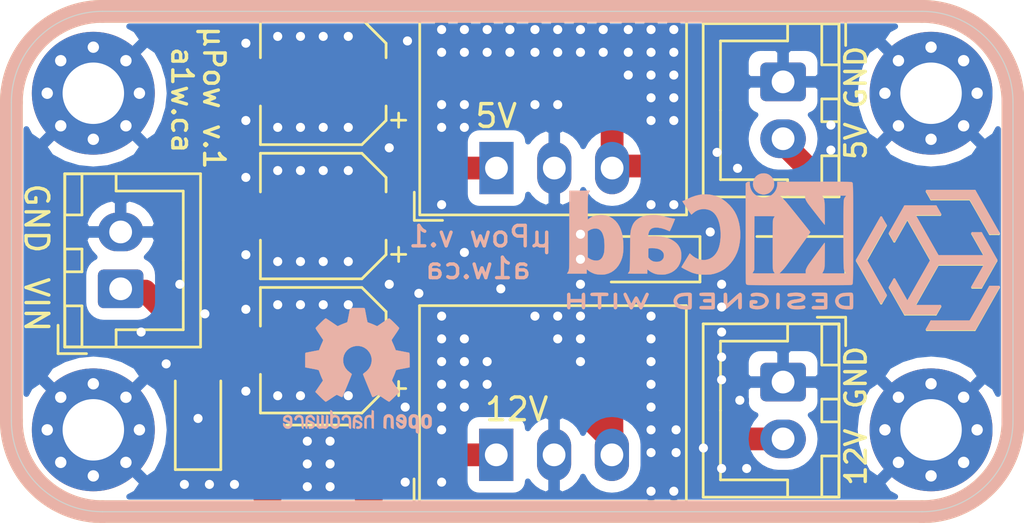
<source format=kicad_pcb>
(kicad_pcb (version 20171130) (host pcbnew 5.1.9+dfsg1-1~bpo10+1)

  (general
    (thickness 1.6)
    (drawings 34)
    (tracks 197)
    (zones 0)
    (modules 20)
    (nets 9)
  )

  (page A4)
  (layers
    (0 F.Cu signal)
    (31 B.Cu signal)
    (32 B.Adhes user hide)
    (33 F.Adhes user hide)
    (34 B.Paste user hide)
    (35 F.Paste user hide)
    (36 B.SilkS user)
    (37 F.SilkS user)
    (38 B.Mask user hide)
    (39 F.Mask user hide)
    (40 Dwgs.User user hide)
    (41 Cmts.User user hide)
    (42 Eco1.User user hide)
    (43 Eco2.User user hide)
    (44 Edge.Cuts user)
    (45 Margin user hide)
    (46 B.CrtYd user hide)
    (47 F.CrtYd user)
    (48 B.Fab user hide)
    (49 F.Fab user hide)
  )

  (setup
    (last_trace_width 0.25)
    (user_trace_width 0.3)
    (user_trace_width 0.4)
    (user_trace_width 0.5)
    (user_trace_width 0.7)
    (user_trace_width 1)
    (trace_clearance 0.2)
    (zone_clearance 0.508)
    (zone_45_only no)
    (trace_min 0.2)
    (via_size 0.8)
    (via_drill 0.4)
    (via_min_size 0.4)
    (via_min_drill 0.3)
    (uvia_size 0.3)
    (uvia_drill 0.1)
    (uvias_allowed no)
    (uvia_min_size 0.2)
    (uvia_min_drill 0.1)
    (edge_width 0.05)
    (segment_width 0.2)
    (pcb_text_width 0.3)
    (pcb_text_size 1.5 1.5)
    (mod_edge_width 0.12)
    (mod_text_size 1 1)
    (mod_text_width 0.15)
    (pad_size 6.4 6.4)
    (pad_drill 3.2)
    (pad_to_mask_clearance 0)
    (aux_axis_origin 0 0)
    (grid_origin 59.96 103.47)
    (visible_elements FFFFFF7F)
    (pcbplotparams
      (layerselection 0x010fc_ffffffff)
      (usegerberextensions false)
      (usegerberattributes true)
      (usegerberadvancedattributes true)
      (creategerberjobfile true)
      (excludeedgelayer true)
      (linewidth 0.100000)
      (plotframeref false)
      (viasonmask false)
      (mode 1)
      (useauxorigin false)
      (hpglpennumber 1)
      (hpglpenspeed 20)
      (hpglpendiameter 15.000000)
      (psnegative false)
      (psa4output false)
      (plotreference true)
      (plotvalue true)
      (plotinvisibletext false)
      (padsonsilk false)
      (subtractmaskfromsilk false)
      (outputformat 1)
      (mirror false)
      (drillshape 1)
      (scaleselection 1)
      (outputdirectory ""))
  )

  (net 0 "")
  (net 1 GND)
  (net 2 "Net-(D1-Pad1)")
  (net 3 12V_OUT)
  (net 4 5V_OUT)
  (net 5 FUSE)
  (net 6 VIN)
  (net 7 "Net-(D2-Pad1)")
  (net 8 "Net-(D3-Pad1)")

  (net_class Default "This is the default net class."
    (clearance 0.2)
    (trace_width 0.25)
    (via_dia 0.8)
    (via_drill 0.4)
    (uvia_dia 0.3)
    (uvia_drill 0.1)
    (add_net 12V_OUT)
    (add_net 5V_OUT)
    (add_net FUSE)
    (add_net GND)
    (add_net "Net-(D1-Pad1)")
    (add_net "Net-(D2-Pad1)")
    (add_net "Net-(D3-Pad1)")
    (add_net VIN)
  )

  (module hw-micropow:on-prem-logo locked (layer F.Cu) (tedit 607263D5) (tstamp 6094BEC0)
    (at 100.26 92.47 90)
    (fp_text reference G*** (at 0 0 90) (layer F.SilkS) hide
      (effects (font (size 1.524 1.524) (thickness 0.3)))
    )
    (fp_text value LOGO (at 0.75 0 90) (layer F.SilkS) hide
      (effects (font (size 1.524 1.524) (thickness 0.3)))
    )
    (fp_poly (pts (xy 3.04 1.6) (xy 2.77 1.77) (xy 2.77 0.12) (xy 3.04 -0.02)) (layer F.SilkS) (width 0.1))
    (fp_poly (pts (xy 3.05 1.98) (xy 1.27 3.01) (xy 1.25 2.99) (xy 1.25 2.7)
      (xy 1.7 2.45) (xy 3.05 1.63)) (layer F.SilkS) (width 0.1))
    (fp_poly (pts (xy -2.7 0.13) (xy -2.7 1.8) (xy -2.71 1.81) (xy -2.97 1.67)
      (xy -2.98 -0.02)) (layer F.SilkS) (width 0.1))
    (fp_poly (pts (xy -1.18 2.7) (xy -1.18 3.01) (xy -2.98 1.98) (xy -2.99 1.69)) (layer F.SilkS) (width 0.1))
    (fp_poly (pts (xy 1.17 2.28) (xy 0.21 2.82) (xy 0.2 2.82) (xy 0.2 2.52)
      (xy 1.17 1.98)) (layer F.SilkS) (width 0.1))
    (fp_poly (pts (xy -0.15 2.51) (xy -0.14 2.82) (xy -1.11 2.28) (xy -1.11 1.99)) (layer F.SilkS) (width 0.1))
    (fp_poly (pts (xy 2.36 -0.81) (xy 2.05 -0.68) (xy -0.13 0.57) (xy -0.1 0.37)
      (xy 0.04 0.13) (xy 1.91 -0.92) (xy 2.36 -1.03)) (layer F.SilkS) (width 0.1))
    (fp_poly (pts (xy 0.03 0.16) (xy -0.11 0.38) (xy -1.98 -0.69) (xy -1.98 -0.93)
      (xy -1.89 -0.94)) (layer F.SilkS) (width 0.1))
    (fp_poly (pts (xy -2.02 0.43) (xy -2.29 0.28) (xy -2.29 -0.73) (xy -2.02 -0.87)) (layer F.SilkS) (width 0.1))
    (fp_poly (pts (xy -0.89 -1.52) (xy -2.29 -0.73) (xy -2.3 -1.02) (xy -1.16 -1.67)) (layer F.SilkS) (width 0.1))
    (fp_poly (pts (xy 1.87 -2.1) (xy 1.58 -1.89) (xy 0.07 -2.74) (xy -0.01 -3.08)
      (xy 0.07 -3.13)) (layer F.SilkS) (width 0.1))
    (fp_poly (pts (xy 0.04 -2.79) (xy -1.51 -1.9) (xy -1.77 -2.07) (xy 0.03 -3.14)) (layer F.SilkS) (width 0.1))
    (fp_line (start 2.055097 0.497049) (end 2.392217 0.305958) (layer F.SilkS) (width 0.1))
    (fp_line (start 2.392217 0.305958) (end 2.392217 -1.042803) (layer F.SilkS) (width 0.1))
    (fp_line (start 1.213227 3.07098) (end 3.073557 2.016615) (layer F.SilkS) (width 0.1))
    (fp_line (start 3.073557 -0.080149) (end 2.736437 0.110942) (layer F.SilkS) (width 0.1))
    (fp_line (start 0.202517 2.489482) (end 0.202517 0.401597) (layer F.SilkS) (width 0.1))
    (fp_line (start 0.034237 -2.769446) (end 1.567837 -1.900188) (layer F.SilkS) (width 0.1))
    (fp_line (start -1.82936 -0.94118) (end -0.818753 -1.513798) (layer F.SilkS) (width 0.1))
    (fp_line (start -0.818753 -1.513798) (end -1.155963 -1.704982) (layer F.SilkS) (width 0.1))
    (fp_line (start -2.668328 1.825431) (end -2.668328 0.111127) (layer F.SilkS) (width 0.1))
    (fp_line (start -0.134603 0.401598) (end -0.134603 2.489201) (layer F.SilkS) (width 0.1))
    (fp_line (start 2.055097 -0.648562) (end 2.055097 0.497049) (layer F.SilkS) (width 0.1))
    (fp_line (start -2.324197 -1.042802) (end -2.324197 0.306146) (layer F.SilkS) (width 0.1))
    (fp_line (start 2.736437 0.110942) (end 2.736437 1.825431) (layer F.SilkS) (width 0.1))
    (fp_line (start 1.213227 2.298766) (end 1.213227 1.91649) (layer F.SilkS) (width 0.1))
    (fp_line (start 3.073557 2.016615) (end 3.073557 -0.080149) (layer F.SilkS) (width 0.1))
    (fp_line (start -2.324197 0.306146) (end -1.987077 0.497237) (layer F.SilkS) (width 0.1))
    (fp_line (start 0.202517 0.401597) (end 2.055097 -0.648562) (layer F.SilkS) (width 0.1))
    (fp_line (start -1.145213 2.688612) (end -2.668328 1.825431) (layer F.SilkS) (width 0.1))
    (fp_line (start -1.145213 3.070801) (end -1.145213 2.688612) (layer F.SilkS) (width 0.1))
    (fp_line (start -3.005448 2.016622) (end -1.145213 3.070801) (layer F.SilkS) (width 0.1))
    (fp_line (start 1.213227 1.91649) (end 0.202517 2.489482) (layer F.SilkS) (width 0.1))
    (fp_line (start -2.668328 0.111127) (end -3.005448 -0.079861) (layer F.SilkS) (width 0.1))
    (fp_line (start 1.223887 -1.70517) (end 0.886677 -1.513986) (layer F.SilkS) (width 0.1))
    (fp_line (start 1.567837 -1.900188) (end 1.904957 -2.091277) (layer F.SilkS) (width 0.1))
    (fp_line (start -1.987077 -0.648466) (end -0.134603 0.401598) (layer F.SilkS) (width 0.1))
    (fp_line (start 1.904957 -2.091277) (end 0.034237 -3.151628) (layer F.SilkS) (width 0.1))
    (fp_line (start -3.005448 -0.079861) (end -3.005448 2.016622) (layer F.SilkS) (width 0.1))
    (fp_line (start 1.213227 2.688705) (end 1.213227 3.07098) (layer F.SilkS) (width 0.1))
    (fp_line (start -1.837214 -2.091091) (end -1.5 -1.9) (layer F.SilkS) (width 0.1))
    (fp_line (start 0.034057 0.114962) (end -1.82936 -0.94118) (layer F.SilkS) (width 0.1))
    (fp_line (start -1.145213 2.29867) (end 0.034147 2.967022) (layer F.SilkS) (width 0.1))
    (fp_line (start 1.897277 -0.941274) (end 0.034057 0.114962) (layer F.SilkS) (width 0.1))
    (fp_line (start 0.034237 -3.151628) (end -1.837214 -2.091091) (layer F.SilkS) (width 0.1))
    (fp_line (start -1.155963 -1.704982) (end -2.324197 -1.042802) (layer F.SilkS) (width 0.1))
    (fp_line (start 0.034147 2.967022) (end 1.213227 2.298766) (layer F.SilkS) (width 0.1))
    (fp_line (start -1.987077 0.497237) (end -1.987077 -0.648466) (layer F.SilkS) (width 0.1))
    (fp_line (start 2.736437 1.825431) (end 1.213227 2.688705) (layer F.SilkS) (width 0.1))
    (fp_line (start 2.392217 -1.042803) (end 1.223887 -1.70517) (layer F.SilkS) (width 0.1))
    (fp_line (start -1.145213 1.91649) (end -1.145213 2.29867) (layer F.SilkS) (width 0.1))
    (fp_line (start -0.134603 2.489201) (end -1.145213 1.91649) (layer F.SilkS) (width 0.1))
    (fp_line (start 0.886677 -1.513986) (end 1.897277 -0.941274) (layer F.SilkS) (width 0.1))
    (fp_line (start -1.5 -1.9) (end 0.034237 -2.769446) (layer F.SilkS) (width 0.1))
    (fp_poly (pts (xy 2.32 -1.04) (xy 1.93 -0.97) (xy 0.98 -1.51) (xy 0.97 -1.53)
      (xy 1.23 -1.67)) (layer F.SilkS) (width 0.1))
    (fp_poly (pts (xy 2.36 0.28) (xy 2.09 0.43) (xy 2.08 -0.66) (xy 2.35 -0.77)) (layer F.SilkS) (width 0.1))
    (fp_poly (pts (xy 0.17 2.84) (xy 0.02 2.93) (xy -0.13 2.83) (xy -0.11 0.58)
      (xy 0.17 0.45)) (layer F.SilkS) (width 0.1))
  )

  (module hw-micropow:on-prem-logo locked (layer B.Cu) (tedit 607263D5) (tstamp 6094E35D)
    (at 100.26 92.37 270)
    (fp_text reference G*** (at 0 0 90) (layer B.SilkS) hide
      (effects (font (size 1.524 1.524) (thickness 0.3)) (justify mirror))
    )
    (fp_text value LOGO (at 0.75 0 90) (layer B.SilkS) hide
      (effects (font (size 1.524 1.524) (thickness 0.3)) (justify mirror))
    )
    (fp_poly (pts (xy 3.04 -1.6) (xy 2.77 -1.77) (xy 2.77 -0.12) (xy 3.04 0.02)) (layer B.SilkS) (width 0.1))
    (fp_poly (pts (xy 3.05 -1.98) (xy 1.27 -3.01) (xy 1.25 -2.99) (xy 1.25 -2.7)
      (xy 1.7 -2.45) (xy 3.05 -1.63)) (layer B.SilkS) (width 0.1))
    (fp_poly (pts (xy -2.7 -0.13) (xy -2.7 -1.8) (xy -2.71 -1.81) (xy -2.97 -1.67)
      (xy -2.98 0.02)) (layer B.SilkS) (width 0.1))
    (fp_poly (pts (xy -1.18 -2.7) (xy -1.18 -3.01) (xy -2.98 -1.98) (xy -2.99 -1.69)) (layer B.SilkS) (width 0.1))
    (fp_poly (pts (xy 1.17 -2.28) (xy 0.21 -2.82) (xy 0.2 -2.82) (xy 0.2 -2.52)
      (xy 1.17 -1.98)) (layer B.SilkS) (width 0.1))
    (fp_poly (pts (xy -0.15 -2.51) (xy -0.14 -2.82) (xy -1.11 -2.28) (xy -1.11 -1.99)) (layer B.SilkS) (width 0.1))
    (fp_poly (pts (xy 2.36 0.81) (xy 2.05 0.68) (xy -0.13 -0.57) (xy -0.1 -0.37)
      (xy 0.04 -0.13) (xy 1.91 0.92) (xy 2.36 1.03)) (layer B.SilkS) (width 0.1))
    (fp_poly (pts (xy 0.03 -0.16) (xy -0.11 -0.38) (xy -1.98 0.69) (xy -1.98 0.93)
      (xy -1.89 0.94)) (layer B.SilkS) (width 0.1))
    (fp_poly (pts (xy -2.02 -0.43) (xy -2.29 -0.28) (xy -2.29 0.73) (xy -2.02 0.87)) (layer B.SilkS) (width 0.1))
    (fp_poly (pts (xy -0.89 1.52) (xy -2.29 0.73) (xy -2.3 1.02) (xy -1.16 1.67)) (layer B.SilkS) (width 0.1))
    (fp_poly (pts (xy 1.87 2.1) (xy 1.58 1.89) (xy 0.07 2.74) (xy -0.01 3.08)
      (xy 0.07 3.13)) (layer B.SilkS) (width 0.1))
    (fp_poly (pts (xy 0.04 2.79) (xy -1.51 1.9) (xy -1.77 2.07) (xy 0.03 3.14)) (layer B.SilkS) (width 0.1))
    (fp_line (start 2.055097 -0.497049) (end 2.392217 -0.305958) (layer B.SilkS) (width 0.1))
    (fp_line (start 2.392217 -0.305958) (end 2.392217 1.042803) (layer B.SilkS) (width 0.1))
    (fp_line (start 1.213227 -3.07098) (end 3.073557 -2.016615) (layer B.SilkS) (width 0.1))
    (fp_line (start 3.073557 0.080149) (end 2.736437 -0.110942) (layer B.SilkS) (width 0.1))
    (fp_line (start 0.202517 -2.489482) (end 0.202517 -0.401597) (layer B.SilkS) (width 0.1))
    (fp_line (start 0.034237 2.769446) (end 1.567837 1.900188) (layer B.SilkS) (width 0.1))
    (fp_line (start -1.82936 0.94118) (end -0.818753 1.513798) (layer B.SilkS) (width 0.1))
    (fp_line (start -0.818753 1.513798) (end -1.155963 1.704982) (layer B.SilkS) (width 0.1))
    (fp_line (start -2.668328 -1.825431) (end -2.668328 -0.111127) (layer B.SilkS) (width 0.1))
    (fp_line (start -0.134603 -0.401598) (end -0.134603 -2.489201) (layer B.SilkS) (width 0.1))
    (fp_line (start 2.055097 0.648562) (end 2.055097 -0.497049) (layer B.SilkS) (width 0.1))
    (fp_line (start -2.324197 1.042802) (end -2.324197 -0.306146) (layer B.SilkS) (width 0.1))
    (fp_line (start 2.736437 -0.110942) (end 2.736437 -1.825431) (layer B.SilkS) (width 0.1))
    (fp_line (start 1.213227 -2.298766) (end 1.213227 -1.91649) (layer B.SilkS) (width 0.1))
    (fp_line (start 3.073557 -2.016615) (end 3.073557 0.080149) (layer B.SilkS) (width 0.1))
    (fp_line (start -2.324197 -0.306146) (end -1.987077 -0.497237) (layer B.SilkS) (width 0.1))
    (fp_line (start 0.202517 -0.401597) (end 2.055097 0.648562) (layer B.SilkS) (width 0.1))
    (fp_line (start -1.145213 -2.688612) (end -2.668328 -1.825431) (layer B.SilkS) (width 0.1))
    (fp_line (start -1.145213 -3.070801) (end -1.145213 -2.688612) (layer B.SilkS) (width 0.1))
    (fp_line (start -3.005448 -2.016622) (end -1.145213 -3.070801) (layer B.SilkS) (width 0.1))
    (fp_line (start 1.213227 -1.91649) (end 0.202517 -2.489482) (layer B.SilkS) (width 0.1))
    (fp_line (start -2.668328 -0.111127) (end -3.005448 0.079861) (layer B.SilkS) (width 0.1))
    (fp_line (start 1.223887 1.70517) (end 0.886677 1.513986) (layer B.SilkS) (width 0.1))
    (fp_line (start 1.567837 1.900188) (end 1.904957 2.091277) (layer B.SilkS) (width 0.1))
    (fp_line (start -1.987077 0.648466) (end -0.134603 -0.401598) (layer B.SilkS) (width 0.1))
    (fp_line (start 1.904957 2.091277) (end 0.034237 3.151628) (layer B.SilkS) (width 0.1))
    (fp_line (start -3.005448 0.079861) (end -3.005448 -2.016622) (layer B.SilkS) (width 0.1))
    (fp_line (start 1.213227 -2.688705) (end 1.213227 -3.07098) (layer B.SilkS) (width 0.1))
    (fp_line (start -1.837214 2.091091) (end -1.5 1.9) (layer B.SilkS) (width 0.1))
    (fp_line (start 0.034057 -0.114962) (end -1.82936 0.94118) (layer B.SilkS) (width 0.1))
    (fp_line (start -1.145213 -2.29867) (end 0.034147 -2.967022) (layer B.SilkS) (width 0.1))
    (fp_line (start 1.897277 0.941274) (end 0.034057 -0.114962) (layer B.SilkS) (width 0.1))
    (fp_line (start 0.034237 3.151628) (end -1.837214 2.091091) (layer B.SilkS) (width 0.1))
    (fp_line (start -1.155963 1.704982) (end -2.324197 1.042802) (layer B.SilkS) (width 0.1))
    (fp_line (start 0.034147 -2.967022) (end 1.213227 -2.298766) (layer B.SilkS) (width 0.1))
    (fp_line (start -1.987077 -0.497237) (end -1.987077 0.648466) (layer B.SilkS) (width 0.1))
    (fp_line (start 2.736437 -1.825431) (end 1.213227 -2.688705) (layer B.SilkS) (width 0.1))
    (fp_line (start 2.392217 1.042803) (end 1.223887 1.70517) (layer B.SilkS) (width 0.1))
    (fp_line (start -1.145213 -1.91649) (end -1.145213 -2.29867) (layer B.SilkS) (width 0.1))
    (fp_line (start -0.134603 -2.489201) (end -1.145213 -1.91649) (layer B.SilkS) (width 0.1))
    (fp_line (start 0.886677 1.513986) (end 1.897277 0.941274) (layer B.SilkS) (width 0.1))
    (fp_line (start -1.5 1.9) (end 0.034237 2.769446) (layer B.SilkS) (width 0.1))
    (fp_poly (pts (xy 2.32 1.04) (xy 1.93 0.97) (xy 0.98 1.51) (xy 0.97 1.53)
      (xy 1.23 1.67)) (layer B.SilkS) (width 0.1))
    (fp_poly (pts (xy 2.36 -0.28) (xy 2.09 -0.43) (xy 2.08 0.66) (xy 2.35 0.77)) (layer B.SilkS) (width 0.1))
    (fp_poly (pts (xy 0.17 -2.84) (xy 0.02 -2.93) (xy -0.13 -2.83) (xy -0.11 -0.58)
      (xy 0.17 -0.45)) (layer B.SilkS) (width 0.1))
  )

  (module Connector_JST:JST_XH_B2B-XH-A_1x02_P2.50mm_Vertical locked (layer F.Cu) (tedit 5C28146C) (tstamp 60940C96)
    (at 64.76 93.67 90)
    (descr "JST XH series connector, B2B-XH-A (http://www.jst-mfg.com/product/pdf/eng/eXH.pdf), generated with kicad-footprint-generator")
    (tags "connector JST XH vertical")
    (path /60925E2F)
    (fp_text reference J1 (at 1.25 -3.55 90) (layer F.Fab)
      (effects (font (size 1 1) (thickness 0.15)))
    )
    (fp_text value Conn_01x02 (at 1.25 4.6 90) (layer F.Fab)
      (effects (font (size 1 1) (thickness 0.15)))
    )
    (fp_line (start -2.45 -2.35) (end -2.45 3.4) (layer F.Fab) (width 0.1))
    (fp_line (start -2.45 3.4) (end 4.95 3.4) (layer F.Fab) (width 0.1))
    (fp_line (start 4.95 3.4) (end 4.95 -2.35) (layer F.Fab) (width 0.1))
    (fp_line (start 4.95 -2.35) (end -2.45 -2.35) (layer F.Fab) (width 0.1))
    (fp_line (start -2.56 -2.46) (end -2.56 3.51) (layer F.SilkS) (width 0.12))
    (fp_line (start -2.56 3.51) (end 5.06 3.51) (layer F.SilkS) (width 0.12))
    (fp_line (start 5.06 3.51) (end 5.06 -2.46) (layer F.SilkS) (width 0.12))
    (fp_line (start 5.06 -2.46) (end -2.56 -2.46) (layer F.SilkS) (width 0.12))
    (fp_line (start -2.95 -2.85) (end -2.95 3.9) (layer F.CrtYd) (width 0.05))
    (fp_line (start -2.95 3.9) (end 5.45 3.9) (layer F.CrtYd) (width 0.05))
    (fp_line (start 5.45 3.9) (end 5.45 -2.85) (layer F.CrtYd) (width 0.05))
    (fp_line (start 5.45 -2.85) (end -2.95 -2.85) (layer F.CrtYd) (width 0.05))
    (fp_line (start -0.625 -2.35) (end 0 -1.35) (layer F.Fab) (width 0.1))
    (fp_line (start 0 -1.35) (end 0.625 -2.35) (layer F.Fab) (width 0.1))
    (fp_line (start 0.75 -2.45) (end 0.75 -1.7) (layer F.SilkS) (width 0.12))
    (fp_line (start 0.75 -1.7) (end 1.75 -1.7) (layer F.SilkS) (width 0.12))
    (fp_line (start 1.75 -1.7) (end 1.75 -2.45) (layer F.SilkS) (width 0.12))
    (fp_line (start 1.75 -2.45) (end 0.75 -2.45) (layer F.SilkS) (width 0.12))
    (fp_line (start -2.55 -2.45) (end -2.55 -1.7) (layer F.SilkS) (width 0.12))
    (fp_line (start -2.55 -1.7) (end -0.75 -1.7) (layer F.SilkS) (width 0.12))
    (fp_line (start -0.75 -1.7) (end -0.75 -2.45) (layer F.SilkS) (width 0.12))
    (fp_line (start -0.75 -2.45) (end -2.55 -2.45) (layer F.SilkS) (width 0.12))
    (fp_line (start 3.25 -2.45) (end 3.25 -1.7) (layer F.SilkS) (width 0.12))
    (fp_line (start 3.25 -1.7) (end 5.05 -1.7) (layer F.SilkS) (width 0.12))
    (fp_line (start 5.05 -1.7) (end 5.05 -2.45) (layer F.SilkS) (width 0.12))
    (fp_line (start 5.05 -2.45) (end 3.25 -2.45) (layer F.SilkS) (width 0.12))
    (fp_line (start -2.55 -0.2) (end -1.8 -0.2) (layer F.SilkS) (width 0.12))
    (fp_line (start -1.8 -0.2) (end -1.8 2.75) (layer F.SilkS) (width 0.12))
    (fp_line (start -1.8 2.75) (end 1.25 2.75) (layer F.SilkS) (width 0.12))
    (fp_line (start 5.05 -0.2) (end 4.3 -0.2) (layer F.SilkS) (width 0.12))
    (fp_line (start 4.3 -0.2) (end 4.3 2.75) (layer F.SilkS) (width 0.12))
    (fp_line (start 4.3 2.75) (end 1.25 2.75) (layer F.SilkS) (width 0.12))
    (fp_line (start -1.6 -2.75) (end -2.85 -2.75) (layer F.SilkS) (width 0.12))
    (fp_line (start -2.85 -2.75) (end -2.85 -1.5) (layer F.SilkS) (width 0.12))
    (fp_text user %R (at 1.25 2.7 90) (layer F.Fab)
      (effects (font (size 1 1) (thickness 0.15)))
    )
    (pad 2 thru_hole oval (at 2.5 0 90) (size 1.7 2) (drill 1) (layers *.Cu *.Mask)
      (net 1 GND))
    (pad 1 thru_hole roundrect (at 0 0 90) (size 1.7 2) (drill 1) (layers *.Cu *.Mask) (roundrect_rratio 0.147059)
      (net 6 VIN))
    (model ${KISYS3DMOD}/Connector_JST.3dshapes/JST_XH_B2B-XH-A_1x02_P2.50mm_Vertical.wrl
      (at (xyz 0 0 0))
      (scale (xyz 1 1 1))
      (rotate (xyz 0 0 0))
    )
  )

  (module MountingHole:MountingHole_2.7mm_M2.5_Pad_Via locked (layer F.Cu) (tedit 56DDBBFF) (tstamp 6093AD9D)
    (at 100.36 85.07)
    (descr "Mounting Hole 2.7mm")
    (tags "mounting hole 2.7mm")
    (path /60AECF80)
    (attr virtual)
    (fp_text reference H4 (at 0 -3.7) (layer F.Fab)
      (effects (font (size 1 1) (thickness 0.15)))
    )
    (fp_text value MountingHole_Pad (at 0 3.7) (layer F.Fab)
      (effects (font (size 1 1) (thickness 0.15)))
    )
    (fp_circle (center 0 0) (end 2.7 0) (layer Cmts.User) (width 0.15))
    (fp_circle (center 0 0) (end 2.95 0) (layer F.CrtYd) (width 0.05))
    (fp_text user %R (at 0.3 0) (layer F.Fab)
      (effects (font (size 1 1) (thickness 0.15)))
    )
    (pad 1 thru_hole circle (at 1.431891 -1.431891) (size 0.8 0.8) (drill 0.5) (layers *.Cu *.Mask)
      (net 1 GND))
    (pad 1 thru_hole circle (at 0 -2.025) (size 0.8 0.8) (drill 0.5) (layers *.Cu *.Mask)
      (net 1 GND))
    (pad 1 thru_hole circle (at -1.431891 -1.431891) (size 0.8 0.8) (drill 0.5) (layers *.Cu *.Mask)
      (net 1 GND))
    (pad 1 thru_hole circle (at -2.025 0) (size 0.8 0.8) (drill 0.5) (layers *.Cu *.Mask)
      (net 1 GND))
    (pad 1 thru_hole circle (at -1.431891 1.431891) (size 0.8 0.8) (drill 0.5) (layers *.Cu *.Mask)
      (net 1 GND))
    (pad 1 thru_hole circle (at 0 2.025) (size 0.8 0.8) (drill 0.5) (layers *.Cu *.Mask)
      (net 1 GND))
    (pad 1 thru_hole circle (at 1.431891 1.431891) (size 0.8 0.8) (drill 0.5) (layers *.Cu *.Mask)
      (net 1 GND))
    (pad 1 thru_hole circle (at 2.025 0) (size 0.8 0.8) (drill 0.5) (layers *.Cu *.Mask)
      (net 1 GND))
    (pad 1 thru_hole circle (at 0 0) (size 5.4 5.4) (drill 2.7) (layers *.Cu *.Mask)
      (net 1 GND))
  )

  (module MountingHole:MountingHole_2.7mm_M2.5_Pad_Via locked (layer F.Cu) (tedit 56DDBBFF) (tstamp 6093AD8D)
    (at 63.56 99.87)
    (descr "Mounting Hole 2.7mm")
    (tags "mounting hole 2.7mm")
    (path /60AECA8E)
    (attr virtual)
    (fp_text reference H3 (at 0 -3.7) (layer F.Fab)
      (effects (font (size 1 1) (thickness 0.15)))
    )
    (fp_text value MountingHole_Pad (at 0 3.7) (layer F.Fab)
      (effects (font (size 1 1) (thickness 0.15)))
    )
    (fp_circle (center 0 0) (end 2.7 0) (layer Cmts.User) (width 0.15))
    (fp_circle (center 0 0) (end 2.95 0) (layer F.CrtYd) (width 0.05))
    (fp_text user %R (at 0.3 0) (layer F.Fab)
      (effects (font (size 1 1) (thickness 0.15)))
    )
    (pad 1 thru_hole circle (at 1.431891 -1.431891) (size 0.8 0.8) (drill 0.5) (layers *.Cu *.Mask)
      (net 1 GND))
    (pad 1 thru_hole circle (at 0 -2.025) (size 0.8 0.8) (drill 0.5) (layers *.Cu *.Mask)
      (net 1 GND))
    (pad 1 thru_hole circle (at -1.431891 -1.431891) (size 0.8 0.8) (drill 0.5) (layers *.Cu *.Mask)
      (net 1 GND))
    (pad 1 thru_hole circle (at -2.025 0) (size 0.8 0.8) (drill 0.5) (layers *.Cu *.Mask)
      (net 1 GND))
    (pad 1 thru_hole circle (at -1.431891 1.431891) (size 0.8 0.8) (drill 0.5) (layers *.Cu *.Mask)
      (net 1 GND))
    (pad 1 thru_hole circle (at 0 2.025) (size 0.8 0.8) (drill 0.5) (layers *.Cu *.Mask)
      (net 1 GND))
    (pad 1 thru_hole circle (at 1.431891 1.431891) (size 0.8 0.8) (drill 0.5) (layers *.Cu *.Mask)
      (net 1 GND))
    (pad 1 thru_hole circle (at 2.025 0) (size 0.8 0.8) (drill 0.5) (layers *.Cu *.Mask)
      (net 1 GND))
    (pad 1 thru_hole circle (at 0 0) (size 5.4 5.4) (drill 2.7) (layers *.Cu *.Mask)
      (net 1 GND))
  )

  (module MountingHole:MountingHole_2.7mm_M2.5_Pad_Via locked (layer F.Cu) (tedit 56DDBBFF) (tstamp 6093304C)
    (at 100.36 99.87)
    (descr "Mounting Hole 2.7mm")
    (tags "mounting hole 2.7mm")
    (path /60A77523)
    (attr virtual)
    (fp_text reference H2 (at 0 -3.7) (layer F.Fab)
      (effects (font (size 1 1) (thickness 0.15)))
    )
    (fp_text value MountingHole_Pad (at 0 3.7) (layer F.Fab)
      (effects (font (size 1 1) (thickness 0.15)))
    )
    (fp_circle (center 0 0) (end 2.7 0) (layer Cmts.User) (width 0.15))
    (fp_circle (center 0 0) (end 2.95 0) (layer F.CrtYd) (width 0.05))
    (fp_text user %R (at 0.3 0) (layer F.Fab)
      (effects (font (size 1 1) (thickness 0.15)))
    )
    (pad 1 thru_hole circle (at 1.431891 -1.431891) (size 0.8 0.8) (drill 0.5) (layers *.Cu *.Mask)
      (net 1 GND))
    (pad 1 thru_hole circle (at 0 -2.025) (size 0.8 0.8) (drill 0.5) (layers *.Cu *.Mask)
      (net 1 GND))
    (pad 1 thru_hole circle (at -1.431891 -1.431891) (size 0.8 0.8) (drill 0.5) (layers *.Cu *.Mask)
      (net 1 GND))
    (pad 1 thru_hole circle (at -2.025 0) (size 0.8 0.8) (drill 0.5) (layers *.Cu *.Mask)
      (net 1 GND))
    (pad 1 thru_hole circle (at -1.431891 1.431891) (size 0.8 0.8) (drill 0.5) (layers *.Cu *.Mask)
      (net 1 GND))
    (pad 1 thru_hole circle (at 0 2.025) (size 0.8 0.8) (drill 0.5) (layers *.Cu *.Mask)
      (net 1 GND))
    (pad 1 thru_hole circle (at 1.431891 1.431891) (size 0.8 0.8) (drill 0.5) (layers *.Cu *.Mask)
      (net 1 GND))
    (pad 1 thru_hole circle (at 2.025 0) (size 0.8 0.8) (drill 0.5) (layers *.Cu *.Mask)
      (net 1 GND))
    (pad 1 thru_hole circle (at 0 0) (size 5.4 5.4) (drill 2.7) (layers *.Cu *.Mask)
      (net 1 GND))
  )

  (module MountingHole:MountingHole_2.7mm_M2.5_Pad_Via locked (layer F.Cu) (tedit 56DDBBFF) (tstamp 6093303C)
    (at 63.56 85.07)
    (descr "Mounting Hole 2.7mm")
    (tags "mounting hole 2.7mm")
    (path /60A76CCC)
    (attr virtual)
    (fp_text reference H1 (at 0 -3.7) (layer F.Fab)
      (effects (font (size 1 1) (thickness 0.15)))
    )
    (fp_text value MountingHole_Pad (at 0 3.7) (layer F.Fab)
      (effects (font (size 1 1) (thickness 0.15)))
    )
    (fp_circle (center 0 0) (end 2.7 0) (layer Cmts.User) (width 0.15))
    (fp_circle (center 0 0) (end 2.95 0) (layer F.CrtYd) (width 0.05))
    (fp_text user %R (at 0.3 0) (layer F.Fab)
      (effects (font (size 1 1) (thickness 0.15)))
    )
    (pad 1 thru_hole circle (at 1.431891 -1.431891) (size 0.8 0.8) (drill 0.5) (layers *.Cu *.Mask)
      (net 1 GND))
    (pad 1 thru_hole circle (at 0 -2.025) (size 0.8 0.8) (drill 0.5) (layers *.Cu *.Mask)
      (net 1 GND))
    (pad 1 thru_hole circle (at -1.431891 -1.431891) (size 0.8 0.8) (drill 0.5) (layers *.Cu *.Mask)
      (net 1 GND))
    (pad 1 thru_hole circle (at -2.025 0) (size 0.8 0.8) (drill 0.5) (layers *.Cu *.Mask)
      (net 1 GND))
    (pad 1 thru_hole circle (at -1.431891 1.431891) (size 0.8 0.8) (drill 0.5) (layers *.Cu *.Mask)
      (net 1 GND))
    (pad 1 thru_hole circle (at 0 2.025) (size 0.8 0.8) (drill 0.5) (layers *.Cu *.Mask)
      (net 1 GND))
    (pad 1 thru_hole circle (at 1.431891 1.431891) (size 0.8 0.8) (drill 0.5) (layers *.Cu *.Mask)
      (net 1 GND))
    (pad 1 thru_hole circle (at 2.025 0) (size 0.8 0.8) (drill 0.5) (layers *.Cu *.Mask)
      (net 1 GND))
    (pad 1 thru_hole circle (at 0 0) (size 5.4 5.4) (drill 2.7) (layers *.Cu *.Mask)
      (net 1 GND))
  )

  (module Symbol:OSHW-Logo2_7.3x6mm_SilkScreen locked (layer B.Cu) (tedit 0) (tstamp 6094E1E0)
    (at 75.16 97.27 180)
    (descr "Open Source Hardware Symbol")
    (tags "Logo Symbol OSHW")
    (attr virtual)
    (fp_text reference REF** (at 0 0) (layer B.SilkS) hide
      (effects (font (size 1 1) (thickness 0.15)) (justify mirror))
    )
    (fp_text value OSHW-Logo2_7.3x6mm_SilkScreen (at 0.75 0) (layer B.Fab) hide
      (effects (font (size 1 1) (thickness 0.15)) (justify mirror))
    )
    (fp_poly (pts (xy 0.10391 2.757652) (xy 0.182454 2.757222) (xy 0.239298 2.756058) (xy 0.278105 2.753793)
      (xy 0.302538 2.75006) (xy 0.316262 2.744494) (xy 0.32294 2.736727) (xy 0.326236 2.726395)
      (xy 0.326556 2.725057) (xy 0.331562 2.700921) (xy 0.340829 2.653299) (xy 0.353392 2.587259)
      (xy 0.368287 2.507872) (xy 0.384551 2.420204) (xy 0.385119 2.417125) (xy 0.40141 2.331211)
      (xy 0.416652 2.255304) (xy 0.429861 2.193955) (xy 0.440054 2.151718) (xy 0.446248 2.133145)
      (xy 0.446543 2.132816) (xy 0.464788 2.123747) (xy 0.502405 2.108633) (xy 0.551271 2.090738)
      (xy 0.551543 2.090642) (xy 0.613093 2.067507) (xy 0.685657 2.038035) (xy 0.754057 2.008403)
      (xy 0.757294 2.006938) (xy 0.868702 1.956374) (xy 1.115399 2.12484) (xy 1.191077 2.176197)
      (xy 1.259631 2.222111) (xy 1.317088 2.25997) (xy 1.359476 2.287163) (xy 1.382825 2.301079)
      (xy 1.385042 2.302111) (xy 1.40201 2.297516) (xy 1.433701 2.275345) (xy 1.481352 2.234553)
      (xy 1.546198 2.174095) (xy 1.612397 2.109773) (xy 1.676214 2.046388) (xy 1.733329 1.988549)
      (xy 1.780305 1.939825) (xy 1.813703 1.90379) (xy 1.830085 1.884016) (xy 1.830694 1.882998)
      (xy 1.832505 1.869428) (xy 1.825683 1.847267) (xy 1.80854 1.813522) (xy 1.779393 1.7652)
      (xy 1.736555 1.699308) (xy 1.679448 1.614483) (xy 1.628766 1.539823) (xy 1.583461 1.47286)
      (xy 1.54615 1.417484) (xy 1.519452 1.37758) (xy 1.505985 1.357038) (xy 1.505137 1.355644)
      (xy 1.506781 1.335962) (xy 1.519245 1.297707) (xy 1.540048 1.248111) (xy 1.547462 1.232272)
      (xy 1.579814 1.16171) (xy 1.614328 1.081647) (xy 1.642365 1.012371) (xy 1.662568 0.960955)
      (xy 1.678615 0.921881) (xy 1.687888 0.901459) (xy 1.689041 0.899886) (xy 1.706096 0.897279)
      (xy 1.746298 0.890137) (xy 1.804302 0.879477) (xy 1.874763 0.866315) (xy 1.952335 0.851667)
      (xy 2.031672 0.836551) (xy 2.107431 0.821982) (xy 2.174264 0.808978) (xy 2.226828 0.798555)
      (xy 2.259776 0.79173) (xy 2.267857 0.789801) (xy 2.276205 0.785038) (xy 2.282506 0.774282)
      (xy 2.287045 0.753902) (xy 2.290104 0.720266) (xy 2.291967 0.669745) (xy 2.292918 0.598708)
      (xy 2.29324 0.503524) (xy 2.293257 0.464508) (xy 2.293257 0.147201) (xy 2.217057 0.132161)
      (xy 2.174663 0.124005) (xy 2.1114 0.112101) (xy 2.034962 0.097884) (xy 1.953043 0.08279)
      (xy 1.9304 0.078645) (xy 1.854806 0.063947) (xy 1.788953 0.049495) (xy 1.738366 0.036625)
      (xy 1.708574 0.026678) (xy 1.703612 0.023713) (xy 1.691426 0.002717) (xy 1.673953 -0.037967)
      (xy 1.654577 -0.090322) (xy 1.650734 -0.1016) (xy 1.625339 -0.171523) (xy 1.593817 -0.250418)
      (xy 1.562969 -0.321266) (xy 1.562817 -0.321595) (xy 1.511447 -0.432733) (xy 1.680399 -0.681253)
      (xy 1.849352 -0.929772) (xy 1.632429 -1.147058) (xy 1.566819 -1.211726) (xy 1.506979 -1.268733)
      (xy 1.456267 -1.315033) (xy 1.418046 -1.347584) (xy 1.395675 -1.363343) (xy 1.392466 -1.364343)
      (xy 1.373626 -1.356469) (xy 1.33518 -1.334578) (xy 1.28133 -1.301267) (xy 1.216276 -1.259131)
      (xy 1.14594 -1.211943) (xy 1.074555 -1.16381) (xy 1.010908 -1.121928) (xy 0.959041 -1.088871)
      (xy 0.922995 -1.067218) (xy 0.906867 -1.059543) (xy 0.887189 -1.066037) (xy 0.849875 -1.08315)
      (xy 0.802621 -1.107326) (xy 0.797612 -1.110013) (xy 0.733977 -1.141927) (xy 0.690341 -1.157579)
      (xy 0.663202 -1.157745) (xy 0.649057 -1.143204) (xy 0.648975 -1.143) (xy 0.641905 -1.125779)
      (xy 0.625042 -1.084899) (xy 0.599695 -1.023525) (xy 0.567171 -0.944819) (xy 0.528778 -0.851947)
      (xy 0.485822 -0.748072) (xy 0.444222 -0.647502) (xy 0.398504 -0.536516) (xy 0.356526 -0.433703)
      (xy 0.319548 -0.342215) (xy 0.288827 -0.265201) (xy 0.265622 -0.205815) (xy 0.25119 -0.167209)
      (xy 0.246743 -0.1528) (xy 0.257896 -0.136272) (xy 0.287069 -0.10993) (xy 0.325971 -0.080887)
      (xy 0.436757 0.010961) (xy 0.523351 0.116241) (xy 0.584716 0.232734) (xy 0.619815 0.358224)
      (xy 0.627608 0.490493) (xy 0.621943 0.551543) (xy 0.591078 0.678205) (xy 0.53792 0.790059)
      (xy 0.465767 0.885999) (xy 0.377917 0.964924) (xy 0.277665 1.02573) (xy 0.16831 1.067313)
      (xy 0.053147 1.088572) (xy -0.064525 1.088401) (xy -0.18141 1.065699) (xy -0.294211 1.019362)
      (xy -0.399631 0.948287) (xy -0.443632 0.908089) (xy -0.528021 0.804871) (xy -0.586778 0.692075)
      (xy -0.620296 0.57299) (xy -0.628965 0.450905) (xy -0.613177 0.329107) (xy -0.573322 0.210884)
      (xy -0.509793 0.099525) (xy -0.422979 -0.001684) (xy -0.325971 -0.080887) (xy -0.285563 -0.111162)
      (xy -0.257018 -0.137219) (xy -0.246743 -0.152825) (xy -0.252123 -0.169843) (xy -0.267425 -0.2105)
      (xy -0.291388 -0.271642) (xy -0.322756 -0.350119) (xy -0.360268 -0.44278) (xy -0.402667 -0.546472)
      (xy -0.444337 -0.647526) (xy -0.49031 -0.758607) (xy -0.532893 -0.861541) (xy -0.570779 -0.953165)
      (xy -0.60266 -1.030316) (xy -0.627229 -1.089831) (xy -0.64318 -1.128544) (xy -0.64909 -1.143)
      (xy -0.663052 -1.157685) (xy -0.69006 -1.157642) (xy -0.733587 -1.142099) (xy -0.79711 -1.110284)
      (xy -0.797612 -1.110013) (xy -0.84544 -1.085323) (xy -0.884103 -1.067338) (xy -0.905905 -1.059614)
      (xy -0.906867 -1.059543) (xy -0.923279 -1.067378) (xy -0.959513 -1.089165) (xy -1.011526 -1.122328)
      (xy -1.075275 -1.164291) (xy -1.14594 -1.211943) (xy -1.217884 -1.260191) (xy -1.282726 -1.302151)
      (xy -1.336265 -1.335227) (xy -1.374303 -1.356821) (xy -1.392467 -1.364343) (xy -1.409192 -1.354457)
      (xy -1.44282 -1.326826) (xy -1.48999 -1.284495) (xy -1.547342 -1.230505) (xy -1.611516 -1.167899)
      (xy -1.632503 -1.146983) (xy -1.849501 -0.929623) (xy -1.684332 -0.68722) (xy -1.634136 -0.612781)
      (xy -1.590081 -0.545972) (xy -1.554638 -0.490665) (xy -1.530281 -0.450729) (xy -1.519478 -0.430036)
      (xy -1.519162 -0.428563) (xy -1.524857 -0.409058) (xy -1.540174 -0.369822) (xy -1.562463 -0.31743)
      (xy -1.578107 -0.282355) (xy -1.607359 -0.215201) (xy -1.634906 -0.147358) (xy -1.656263 -0.090034)
      (xy -1.662065 -0.072572) (xy -1.678548 -0.025938) (xy -1.69466 0.010095) (xy -1.70351 0.023713)
      (xy -1.72304 0.032048) (xy -1.765666 0.043863) (xy -1.825855 0.057819) (xy -1.898078 0.072578)
      (xy -1.9304 0.078645) (xy -2.012478 0.093727) (xy -2.091205 0.108331) (xy -2.158891 0.12102)
      (xy -2.20784 0.130358) (xy -2.217057 0.132161) (xy -2.293257 0.147201) (xy -2.293257 0.464508)
      (xy -2.293086 0.568846) (xy -2.292384 0.647787) (xy -2.290866 0.704962) (xy -2.288251 0.744001)
      (xy -2.284254 0.768535) (xy -2.278591 0.782195) (xy -2.27098 0.788611) (xy -2.267857 0.789801)
      (xy -2.249022 0.79402) (xy -2.207412 0.802438) (xy -2.14837 0.814039) (xy -2.077243 0.827805)
      (xy -1.999375 0.84272) (xy -1.920113 0.857768) (xy -1.844802 0.871931) (xy -1.778787 0.884194)
      (xy -1.727413 0.893539) (xy -1.696025 0.89895) (xy -1.689041 0.899886) (xy -1.682715 0.912404)
      (xy -1.66871 0.945754) (xy -1.649645 0.993623) (xy -1.642366 1.012371) (xy -1.613004 1.084805)
      (xy -1.578429 1.16483) (xy -1.547463 1.232272) (xy -1.524677 1.283841) (xy -1.509518 1.326215)
      (xy -1.504458 1.352166) (xy -1.505264 1.355644) (xy -1.515959 1.372064) (xy -1.54038 1.408583)
      (xy -1.575905 1.461313) (xy -1.619913 1.526365) (xy -1.669783 1.599849) (xy -1.679644 1.614355)
      (xy -1.737508 1.700296) (xy -1.780044 1.765739) (xy -1.808946 1.813696) (xy -1.82591 1.84718)
      (xy -1.832633 1.869205) (xy -1.83081 1.882783) (xy -1.830764 1.882869) (xy -1.816414 1.900703)
      (xy -1.784677 1.935183) (xy -1.73899 1.982732) (xy -1.682796 2.039778) (xy -1.619532 2.102745)
      (xy -1.612398 2.109773) (xy -1.53267 2.18698) (xy -1.471143 2.24367) (xy -1.426579 2.28089)
      (xy -1.397743 2.299685) (xy -1.385042 2.302111) (xy -1.366506 2.291529) (xy -1.328039 2.267084)
      (xy -1.273614 2.231388) (xy -1.207202 2.187053) (xy -1.132775 2.136689) (xy -1.115399 2.12484)
      (xy -0.868703 1.956374) (xy -0.757294 2.006938) (xy -0.689543 2.036405) (xy -0.616817 2.066041)
      (xy -0.554297 2.08967) (xy -0.551543 2.090642) (xy -0.50264 2.108543) (xy -0.464943 2.12368)
      (xy -0.446575 2.13279) (xy -0.446544 2.132816) (xy -0.440715 2.149283) (xy -0.430808 2.189781)
      (xy -0.417805 2.249758) (xy -0.402691 2.32466) (xy -0.386448 2.409936) (xy -0.385119 2.417125)
      (xy -0.368825 2.504986) (xy -0.353867 2.58474) (xy -0.341209 2.651319) (xy -0.331814 2.699653)
      (xy -0.326646 2.724675) (xy -0.326556 2.725057) (xy -0.323411 2.735701) (xy -0.317296 2.743738)
      (xy -0.304547 2.749533) (xy -0.2815 2.753453) (xy -0.244491 2.755865) (xy -0.189856 2.757135)
      (xy -0.113933 2.757629) (xy -0.013056 2.757714) (xy 0 2.757714) (xy 0.10391 2.757652)) (layer B.SilkS) (width 0.01))
    (fp_poly (pts (xy 3.153595 -1.966966) (xy 3.211021 -2.004497) (xy 3.238719 -2.038096) (xy 3.260662 -2.099064)
      (xy 3.262405 -2.147308) (xy 3.258457 -2.211816) (xy 3.109686 -2.276934) (xy 3.037349 -2.310202)
      (xy 2.990084 -2.336964) (xy 2.965507 -2.360144) (xy 2.961237 -2.382667) (xy 2.974889 -2.407455)
      (xy 2.989943 -2.423886) (xy 3.033746 -2.450235) (xy 3.081389 -2.452081) (xy 3.125145 -2.431546)
      (xy 3.157289 -2.390752) (xy 3.163038 -2.376347) (xy 3.190576 -2.331356) (xy 3.222258 -2.312182)
      (xy 3.265714 -2.295779) (xy 3.265714 -2.357966) (xy 3.261872 -2.400283) (xy 3.246823 -2.435969)
      (xy 3.21528 -2.476943) (xy 3.210592 -2.482267) (xy 3.175506 -2.51872) (xy 3.145347 -2.538283)
      (xy 3.107615 -2.547283) (xy 3.076335 -2.55023) (xy 3.020385 -2.550965) (xy 2.980555 -2.54166)
      (xy 2.955708 -2.527846) (xy 2.916656 -2.497467) (xy 2.889625 -2.464613) (xy 2.872517 -2.423294)
      (xy 2.863238 -2.367521) (xy 2.859693 -2.291305) (xy 2.85941 -2.252622) (xy 2.860372 -2.206247)
      (xy 2.948007 -2.206247) (xy 2.949023 -2.231126) (xy 2.951556 -2.2352) (xy 2.968274 -2.229665)
      (xy 3.004249 -2.215017) (xy 3.052331 -2.19419) (xy 3.062386 -2.189714) (xy 3.123152 -2.158814)
      (xy 3.156632 -2.131657) (xy 3.16399 -2.10622) (xy 3.146391 -2.080481) (xy 3.131856 -2.069109)
      (xy 3.07941 -2.046364) (xy 3.030322 -2.050122) (xy 2.989227 -2.077884) (xy 2.960758 -2.127152)
      (xy 2.951631 -2.166257) (xy 2.948007 -2.206247) (xy 2.860372 -2.206247) (xy 2.861285 -2.162249)
      (xy 2.868196 -2.095384) (xy 2.881884 -2.046695) (xy 2.904096 -2.010849) (xy 2.936574 -1.982513)
      (xy 2.950733 -1.973355) (xy 3.015053 -1.949507) (xy 3.085473 -1.948006) (xy 3.153595 -1.966966)) (layer B.SilkS) (width 0.01))
    (fp_poly (pts (xy 2.6526 -1.958752) (xy 2.669948 -1.966334) (xy 2.711356 -1.999128) (xy 2.746765 -2.046547)
      (xy 2.768664 -2.097151) (xy 2.772229 -2.122098) (xy 2.760279 -2.156927) (xy 2.734067 -2.175357)
      (xy 2.705964 -2.186516) (xy 2.693095 -2.188572) (xy 2.686829 -2.173649) (xy 2.674456 -2.141175)
      (xy 2.669028 -2.126502) (xy 2.63859 -2.075744) (xy 2.59452 -2.050427) (xy 2.53801 -2.051206)
      (xy 2.533825 -2.052203) (xy 2.503655 -2.066507) (xy 2.481476 -2.094393) (xy 2.466327 -2.139287)
      (xy 2.45725 -2.204615) (xy 2.453286 -2.293804) (xy 2.452914 -2.341261) (xy 2.45273 -2.416071)
      (xy 2.451522 -2.467069) (xy 2.448309 -2.499471) (xy 2.442109 -2.518495) (xy 2.43194 -2.529356)
      (xy 2.416819 -2.537272) (xy 2.415946 -2.53767) (xy 2.386828 -2.549981) (xy 2.372403 -2.554514)
      (xy 2.370186 -2.540809) (xy 2.368289 -2.502925) (xy 2.366847 -2.445715) (xy 2.365998 -2.374027)
      (xy 2.365829 -2.321565) (xy 2.366692 -2.220047) (xy 2.37007 -2.143032) (xy 2.377142 -2.086023)
      (xy 2.389088 -2.044526) (xy 2.40709 -2.014043) (xy 2.432327 -1.99008) (xy 2.457247 -1.973355)
      (xy 2.517171 -1.951097) (xy 2.586911 -1.946076) (xy 2.6526 -1.958752)) (layer B.SilkS) (width 0.01))
    (fp_poly (pts (xy 2.144876 -1.956335) (xy 2.186667 -1.975344) (xy 2.219469 -1.998378) (xy 2.243503 -2.024133)
      (xy 2.260097 -2.057358) (xy 2.270577 -2.1028) (xy 2.276271 -2.165207) (xy 2.278507 -2.249327)
      (xy 2.278743 -2.304721) (xy 2.278743 -2.520826) (xy 2.241774 -2.53767) (xy 2.212656 -2.549981)
      (xy 2.198231 -2.554514) (xy 2.195472 -2.541025) (xy 2.193282 -2.504653) (xy 2.191942 -2.451542)
      (xy 2.191657 -2.409372) (xy 2.190434 -2.348447) (xy 2.187136 -2.300115) (xy 2.182321 -2.270518)
      (xy 2.178496 -2.264229) (xy 2.152783 -2.270652) (xy 2.112418 -2.287125) (xy 2.065679 -2.309458)
      (xy 2.020845 -2.333457) (xy 1.986193 -2.35493) (xy 1.970002 -2.369685) (xy 1.969938 -2.369845)
      (xy 1.97133 -2.397152) (xy 1.983818 -2.423219) (xy 2.005743 -2.444392) (xy 2.037743 -2.451474)
      (xy 2.065092 -2.450649) (xy 2.103826 -2.450042) (xy 2.124158 -2.459116) (xy 2.136369 -2.483092)
      (xy 2.137909 -2.487613) (xy 2.143203 -2.521806) (xy 2.129047 -2.542568) (xy 2.092148 -2.552462)
      (xy 2.052289 -2.554292) (xy 1.980562 -2.540727) (xy 1.943432 -2.521355) (xy 1.897576 -2.475845)
      (xy 1.873256 -2.419983) (xy 1.871073 -2.360957) (xy 1.891629 -2.305953) (xy 1.922549 -2.271486)
      (xy 1.95342 -2.252189) (xy 2.001942 -2.227759) (xy 2.058485 -2.202985) (xy 2.06791 -2.199199)
      (xy 2.130019 -2.171791) (xy 2.165822 -2.147634) (xy 2.177337 -2.123619) (xy 2.16658 -2.096635)
      (xy 2.148114 -2.075543) (xy 2.104469 -2.049572) (xy 2.056446 -2.047624) (xy 2.012406 -2.067637)
      (xy 1.980709 -2.107551) (xy 1.976549 -2.117848) (xy 1.952327 -2.155724) (xy 1.916965 -2.183842)
      (xy 1.872343 -2.206917) (xy 1.872343 -2.141485) (xy 1.874969 -2.101506) (xy 1.88623 -2.069997)
      (xy 1.911199 -2.036378) (xy 1.935169 -2.010484) (xy 1.972441 -1.973817) (xy 2.001401 -1.954121)
      (xy 2.032505 -1.94622) (xy 2.067713 -1.944914) (xy 2.144876 -1.956335)) (layer B.SilkS) (width 0.01))
    (fp_poly (pts (xy 1.779833 -1.958663) (xy 1.782048 -1.99685) (xy 1.783784 -2.054886) (xy 1.784899 -2.12818)
      (xy 1.785257 -2.205055) (xy 1.785257 -2.465196) (xy 1.739326 -2.511127) (xy 1.707675 -2.539429)
      (xy 1.67989 -2.550893) (xy 1.641915 -2.550168) (xy 1.62684 -2.548321) (xy 1.579726 -2.542948)
      (xy 1.540756 -2.539869) (xy 1.531257 -2.539585) (xy 1.499233 -2.541445) (xy 1.453432 -2.546114)
      (xy 1.435674 -2.548321) (xy 1.392057 -2.551735) (xy 1.362745 -2.54432) (xy 1.33368 -2.521427)
      (xy 1.323188 -2.511127) (xy 1.277257 -2.465196) (xy 1.277257 -1.978602) (xy 1.314226 -1.961758)
      (xy 1.346059 -1.949282) (xy 1.364683 -1.944914) (xy 1.369458 -1.958718) (xy 1.373921 -1.997286)
      (xy 1.377775 -2.056356) (xy 1.380722 -2.131663) (xy 1.382143 -2.195286) (xy 1.386114 -2.445657)
      (xy 1.420759 -2.450556) (xy 1.452268 -2.447131) (xy 1.467708 -2.436041) (xy 1.472023 -2.415308)
      (xy 1.475708 -2.371145) (xy 1.478469 -2.309146) (xy 1.480012 -2.234909) (xy 1.480235 -2.196706)
      (xy 1.480457 -1.976783) (xy 1.526166 -1.960849) (xy 1.558518 -1.950015) (xy 1.576115 -1.944962)
      (xy 1.576623 -1.944914) (xy 1.578388 -1.958648) (xy 1.580329 -1.99673) (xy 1.582282 -2.054482)
      (xy 1.584084 -2.127227) (xy 1.585343 -2.195286) (xy 1.589314 -2.445657) (xy 1.6764 -2.445657)
      (xy 1.680396 -2.21724) (xy 1.684392 -1.988822) (xy 1.726847 -1.966868) (xy 1.758192 -1.951793)
      (xy 1.776744 -1.944951) (xy 1.777279 -1.944914) (xy 1.779833 -1.958663)) (layer B.SilkS) (width 0.01))
    (fp_poly (pts (xy 1.190117 -2.065358) (xy 1.189933 -2.173837) (xy 1.189219 -2.257287) (xy 1.187675 -2.319704)
      (xy 1.185001 -2.365085) (xy 1.180894 -2.397429) (xy 1.175055 -2.420733) (xy 1.167182 -2.438995)
      (xy 1.161221 -2.449418) (xy 1.111855 -2.505945) (xy 1.049264 -2.541377) (xy 0.980013 -2.55409)
      (xy 0.910668 -2.542463) (xy 0.869375 -2.521568) (xy 0.826025 -2.485422) (xy 0.796481 -2.441276)
      (xy 0.778655 -2.383462) (xy 0.770463 -2.306313) (xy 0.769302 -2.249714) (xy 0.769458 -2.245647)
      (xy 0.870857 -2.245647) (xy 0.871476 -2.31055) (xy 0.874314 -2.353514) (xy 0.88084 -2.381622)
      (xy 0.892523 -2.401953) (xy 0.906483 -2.417288) (xy 0.953365 -2.44689) (xy 1.003701 -2.449419)
      (xy 1.051276 -2.424705) (xy 1.054979 -2.421356) (xy 1.070783 -2.403935) (xy 1.080693 -2.383209)
      (xy 1.086058 -2.352362) (xy 1.088228 -2.304577) (xy 1.088571 -2.251748) (xy 1.087827 -2.185381)
      (xy 1.084748 -2.141106) (xy 1.078061 -2.112009) (xy 1.066496 -2.091173) (xy 1.057013 -2.080107)
      (xy 1.01296 -2.052198) (xy 0.962224 -2.048843) (xy 0.913796 -2.070159) (xy 0.90445 -2.078073)
      (xy 0.88854 -2.095647) (xy 0.87861 -2.116587) (xy 0.873278 -2.147782) (xy 0.871163 -2.196122)
      (xy 0.870857 -2.245647) (xy 0.769458 -2.245647) (xy 0.77281 -2.158568) (xy 0.784726 -2.090086)
      (xy 0.807135 -2.0386) (xy 0.842124 -1.998443) (xy 0.869375 -1.977861) (xy 0.918907 -1.955625)
      (xy 0.976316 -1.945304) (xy 1.029682 -1.948067) (xy 1.059543 -1.959212) (xy 1.071261 -1.962383)
      (xy 1.079037 -1.950557) (xy 1.084465 -1.918866) (xy 1.088571 -1.870593) (xy 1.093067 -1.816829)
      (xy 1.099313 -1.784482) (xy 1.110676 -1.765985) (xy 1.130528 -1.75377) (xy 1.143 -1.748362)
      (xy 1.190171 -1.728601) (xy 1.190117 -2.065358)) (layer B.SilkS) (width 0.01))
    (fp_poly (pts (xy 0.529926 -1.949755) (xy 0.595858 -1.974084) (xy 0.649273 -2.017117) (xy 0.670164 -2.047409)
      (xy 0.692939 -2.102994) (xy 0.692466 -2.143186) (xy 0.668562 -2.170217) (xy 0.659717 -2.174813)
      (xy 0.62153 -2.189144) (xy 0.602028 -2.185472) (xy 0.595422 -2.161407) (xy 0.595086 -2.148114)
      (xy 0.582992 -2.09921) (xy 0.551471 -2.064999) (xy 0.507659 -2.048476) (xy 0.458695 -2.052634)
      (xy 0.418894 -2.074227) (xy 0.40545 -2.086544) (xy 0.395921 -2.101487) (xy 0.389485 -2.124075)
      (xy 0.385317 -2.159328) (xy 0.382597 -2.212266) (xy 0.380502 -2.287907) (xy 0.37996 -2.311857)
      (xy 0.377981 -2.39379) (xy 0.375731 -2.451455) (xy 0.372357 -2.489608) (xy 0.367006 -2.513004)
      (xy 0.358824 -2.526398) (xy 0.346959 -2.534545) (xy 0.339362 -2.538144) (xy 0.307102 -2.550452)
      (xy 0.288111 -2.554514) (xy 0.281836 -2.540948) (xy 0.278006 -2.499934) (xy 0.2766 -2.430999)
      (xy 0.277598 -2.333669) (xy 0.277908 -2.318657) (xy 0.280101 -2.229859) (xy 0.282693 -2.165019)
      (xy 0.286382 -2.119067) (xy 0.291864 -2.086935) (xy 0.299835 -2.063553) (xy 0.310993 -2.043852)
      (xy 0.31683 -2.03541) (xy 0.350296 -1.998057) (xy 0.387727 -1.969003) (xy 0.392309 -1.966467)
      (xy 0.459426 -1.946443) (xy 0.529926 -1.949755)) (layer B.SilkS) (width 0.01))
    (fp_poly (pts (xy 0.039744 -1.950968) (xy 0.096616 -1.972087) (xy 0.097267 -1.972493) (xy 0.13244 -1.99838)
      (xy 0.158407 -2.028633) (xy 0.17667 -2.068058) (xy 0.188732 -2.121462) (xy 0.196096 -2.193651)
      (xy 0.200264 -2.289432) (xy 0.200629 -2.303078) (xy 0.205876 -2.508842) (xy 0.161716 -2.531678)
      (xy 0.129763 -2.54711) (xy 0.11047 -2.554423) (xy 0.109578 -2.554514) (xy 0.106239 -2.541022)
      (xy 0.103587 -2.504626) (xy 0.101956 -2.451452) (xy 0.1016 -2.408393) (xy 0.101592 -2.338641)
      (xy 0.098403 -2.294837) (xy 0.087288 -2.273944) (xy 0.063501 -2.272925) (xy 0.022296 -2.288741)
      (xy -0.039914 -2.317815) (xy -0.085659 -2.341963) (xy -0.109187 -2.362913) (xy -0.116104 -2.385747)
      (xy -0.116114 -2.386877) (xy -0.104701 -2.426212) (xy -0.070908 -2.447462) (xy -0.019191 -2.450539)
      (xy 0.018061 -2.450006) (xy 0.037703 -2.460735) (xy 0.049952 -2.486505) (xy 0.057002 -2.519337)
      (xy 0.046842 -2.537966) (xy 0.043017 -2.540632) (xy 0.007001 -2.55134) (xy -0.043434 -2.552856)
      (xy -0.095374 -2.545759) (xy -0.132178 -2.532788) (xy -0.183062 -2.489585) (xy -0.211986 -2.429446)
      (xy -0.217714 -2.382462) (xy -0.213343 -2.340082) (xy -0.197525 -2.305488) (xy -0.166203 -2.274763)
      (xy -0.115322 -2.24399) (xy -0.040824 -2.209252) (xy -0.036286 -2.207288) (xy 0.030821 -2.176287)
      (xy 0.072232 -2.150862) (xy 0.089981 -2.128014) (xy 0.086107 -2.104745) (xy 0.062643 -2.078056)
      (xy 0.055627 -2.071914) (xy 0.00863 -2.0481) (xy -0.040067 -2.049103) (xy -0.082478 -2.072451)
      (xy -0.110616 -2.115675) (xy -0.113231 -2.12416) (xy -0.138692 -2.165308) (xy -0.170999 -2.185128)
      (xy -0.217714 -2.20477) (xy -0.217714 -2.15395) (xy -0.203504 -2.080082) (xy -0.161325 -2.012327)
      (xy -0.139376 -1.989661) (xy -0.089483 -1.960569) (xy -0.026033 -1.9474) (xy 0.039744 -1.950968)) (layer B.SilkS) (width 0.01))
    (fp_poly (pts (xy -0.624114 -1.851289) (xy -0.619861 -1.910613) (xy -0.614975 -1.945572) (xy -0.608205 -1.96082)
      (xy -0.598298 -1.961015) (xy -0.595086 -1.959195) (xy -0.552356 -1.946015) (xy -0.496773 -1.946785)
      (xy -0.440263 -1.960333) (xy -0.404918 -1.977861) (xy -0.368679 -2.005861) (xy -0.342187 -2.037549)
      (xy -0.324001 -2.077813) (xy -0.312678 -2.131543) (xy -0.306778 -2.203626) (xy -0.304857 -2.298951)
      (xy -0.304823 -2.317237) (xy -0.3048 -2.522646) (xy -0.350509 -2.53858) (xy -0.382973 -2.54942)
      (xy -0.400785 -2.554468) (xy -0.401309 -2.554514) (xy -0.403063 -2.540828) (xy -0.404556 -2.503076)
      (xy -0.405674 -2.446224) (xy -0.406303 -2.375234) (xy -0.4064 -2.332073) (xy -0.406602 -2.246973)
      (xy -0.407642 -2.185981) (xy -0.410169 -2.144177) (xy -0.414836 -2.116642) (xy -0.422293 -2.098456)
      (xy -0.433189 -2.084698) (xy -0.439993 -2.078073) (xy -0.486728 -2.051375) (xy -0.537728 -2.049375)
      (xy -0.583999 -2.071955) (xy -0.592556 -2.080107) (xy -0.605107 -2.095436) (xy -0.613812 -2.113618)
      (xy -0.619369 -2.139909) (xy -0.622474 -2.179562) (xy -0.623824 -2.237832) (xy -0.624114 -2.318173)
      (xy -0.624114 -2.522646) (xy -0.669823 -2.53858) (xy -0.702287 -2.54942) (xy -0.720099 -2.554468)
      (xy -0.720623 -2.554514) (xy -0.721963 -2.540623) (xy -0.723172 -2.501439) (xy -0.724199 -2.4407)
      (xy -0.724998 -2.362141) (xy -0.725519 -2.269498) (xy -0.725714 -2.166509) (xy -0.725714 -1.769342)
      (xy -0.678543 -1.749444) (xy -0.631371 -1.729547) (xy -0.624114 -1.851289)) (layer B.SilkS) (width 0.01))
    (fp_poly (pts (xy -1.831697 -1.931239) (xy -1.774473 -1.969735) (xy -1.730251 -2.025335) (xy -1.703833 -2.096086)
      (xy -1.69849 -2.148162) (xy -1.699097 -2.169893) (xy -1.704178 -2.186531) (xy -1.718145 -2.201437)
      (xy -1.745411 -2.217973) (xy -1.790388 -2.239498) (xy -1.857489 -2.269374) (xy -1.857829 -2.269524)
      (xy -1.919593 -2.297813) (xy -1.970241 -2.322933) (xy -2.004596 -2.342179) (xy -2.017482 -2.352848)
      (xy -2.017486 -2.352934) (xy -2.006128 -2.376166) (xy -1.979569 -2.401774) (xy -1.949077 -2.420221)
      (xy -1.93363 -2.423886) (xy -1.891485 -2.411212) (xy -1.855192 -2.379471) (xy -1.837483 -2.344572)
      (xy -1.820448 -2.318845) (xy -1.787078 -2.289546) (xy -1.747851 -2.264235) (xy -1.713244 -2.250471)
      (xy -1.706007 -2.249714) (xy -1.697861 -2.26216) (xy -1.69737 -2.293972) (xy -1.703357 -2.336866)
      (xy -1.714643 -2.382558) (xy -1.73005 -2.422761) (xy -1.730829 -2.424322) (xy -1.777196 -2.489062)
      (xy -1.837289 -2.533097) (xy -1.905535 -2.554711) (xy -1.976362 -2.552185) (xy -2.044196 -2.523804)
      (xy -2.047212 -2.521808) (xy -2.100573 -2.473448) (xy -2.13566 -2.410352) (xy -2.155078 -2.327387)
      (xy -2.157684 -2.304078) (xy -2.162299 -2.194055) (xy -2.156767 -2.142748) (xy -2.017486 -2.142748)
      (xy -2.015676 -2.174753) (xy -2.005778 -2.184093) (xy -1.981102 -2.177105) (xy -1.942205 -2.160587)
      (xy -1.898725 -2.139881) (xy -1.897644 -2.139333) (xy -1.860791 -2.119949) (xy -1.846 -2.107013)
      (xy -1.849647 -2.093451) (xy -1.865005 -2.075632) (xy -1.904077 -2.049845) (xy -1.946154 -2.04795)
      (xy -1.983897 -2.066717) (xy -2.009966 -2.102915) (xy -2.017486 -2.142748) (xy -2.156767 -2.142748)
      (xy -2.152806 -2.106027) (xy -2.12845 -2.036212) (xy -2.094544 -1.987302) (xy -2.033347 -1.937878)
      (xy -1.965937 -1.913359) (xy -1.89712 -1.911797) (xy -1.831697 -1.931239)) (layer B.SilkS) (width 0.01))
    (fp_poly (pts (xy -2.958885 -1.921962) (xy -2.890855 -1.957733) (xy -2.840649 -2.015301) (xy -2.822815 -2.052312)
      (xy -2.808937 -2.107882) (xy -2.801833 -2.178096) (xy -2.80116 -2.254727) (xy -2.806573 -2.329552)
      (xy -2.81773 -2.394342) (xy -2.834286 -2.440873) (xy -2.839374 -2.448887) (xy -2.899645 -2.508707)
      (xy -2.971231 -2.544535) (xy -3.048908 -2.55502) (xy -3.127452 -2.53881) (xy -3.149311 -2.529092)
      (xy -3.191878 -2.499143) (xy -3.229237 -2.459433) (xy -3.232768 -2.454397) (xy -3.247119 -2.430124)
      (xy -3.256606 -2.404178) (xy -3.26221 -2.370022) (xy -3.264914 -2.321119) (xy -3.265701 -2.250935)
      (xy -3.265714 -2.2352) (xy -3.265678 -2.230192) (xy -3.120571 -2.230192) (xy -3.119727 -2.29643)
      (xy -3.116404 -2.340386) (xy -3.109417 -2.368779) (xy -3.097584 -2.388325) (xy -3.091543 -2.394857)
      (xy -3.056814 -2.41968) (xy -3.023097 -2.418548) (xy -2.989005 -2.397016) (xy -2.968671 -2.374029)
      (xy -2.956629 -2.340478) (xy -2.949866 -2.287569) (xy -2.949402 -2.281399) (xy -2.948248 -2.185513)
      (xy -2.960312 -2.114299) (xy -2.98543 -2.068194) (xy -3.02344 -2.047635) (xy -3.037008 -2.046514)
      (xy -3.072636 -2.052152) (xy -3.097006 -2.071686) (xy -3.111907 -2.109042) (xy -3.119125 -2.16815)
      (xy -3.120571 -2.230192) (xy -3.265678 -2.230192) (xy -3.265174 -2.160413) (xy -3.262904 -2.108159)
      (xy -3.257932 -2.071949) (xy -3.249287 -2.045299) (xy -3.235995 -2.021722) (xy -3.233057 -2.017338)
      (xy -3.183687 -1.958249) (xy -3.129891 -1.923947) (xy -3.064398 -1.910331) (xy -3.042158 -1.909665)
      (xy -2.958885 -1.921962)) (layer B.SilkS) (width 0.01))
    (fp_poly (pts (xy -1.283907 -1.92778) (xy -1.237328 -1.954723) (xy -1.204943 -1.981466) (xy -1.181258 -2.009484)
      (xy -1.164941 -2.043748) (xy -1.154661 -2.089227) (xy -1.149086 -2.150892) (xy -1.146884 -2.233711)
      (xy -1.146629 -2.293246) (xy -1.146629 -2.512391) (xy -1.208314 -2.540044) (xy -1.27 -2.567697)
      (xy -1.277257 -2.32767) (xy -1.280256 -2.238028) (xy -1.283402 -2.172962) (xy -1.287299 -2.128026)
      (xy -1.292553 -2.09877) (xy -1.299769 -2.080748) (xy -1.30955 -2.069511) (xy -1.312688 -2.067079)
      (xy -1.360239 -2.048083) (xy -1.408303 -2.0556) (xy -1.436914 -2.075543) (xy -1.448553 -2.089675)
      (xy -1.456609 -2.10822) (xy -1.461729 -2.136334) (xy -1.464559 -2.179173) (xy -1.465744 -2.241895)
      (xy -1.465943 -2.307261) (xy -1.465982 -2.389268) (xy -1.467386 -2.447316) (xy -1.472086 -2.486465)
      (xy -1.482013 -2.51178) (xy -1.499097 -2.528323) (xy -1.525268 -2.541156) (xy -1.560225 -2.554491)
      (xy -1.598404 -2.569007) (xy -1.593859 -2.311389) (xy -1.592029 -2.218519) (xy -1.589888 -2.149889)
      (xy -1.586819 -2.100711) (xy -1.582206 -2.066198) (xy -1.575432 -2.041562) (xy -1.565881 -2.022016)
      (xy -1.554366 -2.00477) (xy -1.49881 -1.94968) (xy -1.43102 -1.917822) (xy -1.357287 -1.910191)
      (xy -1.283907 -1.92778)) (layer B.SilkS) (width 0.01))
    (fp_poly (pts (xy -2.400256 -1.919918) (xy -2.344799 -1.947568) (xy -2.295852 -1.99848) (xy -2.282371 -2.017338)
      (xy -2.267686 -2.042015) (xy -2.258158 -2.068816) (xy -2.252707 -2.104587) (xy -2.250253 -2.156169)
      (xy -2.249714 -2.224267) (xy -2.252148 -2.317588) (xy -2.260606 -2.387657) (xy -2.276826 -2.439931)
      (xy -2.302546 -2.479869) (xy -2.339503 -2.512929) (xy -2.342218 -2.514886) (xy -2.37864 -2.534908)
      (xy -2.422498 -2.544815) (xy -2.478276 -2.547257) (xy -2.568952 -2.547257) (xy -2.56899 -2.635283)
      (xy -2.569834 -2.684308) (xy -2.574976 -2.713065) (xy -2.588413 -2.730311) (xy -2.614142 -2.744808)
      (xy -2.620321 -2.747769) (xy -2.649236 -2.761648) (xy -2.671624 -2.770414) (xy -2.688271 -2.771171)
      (xy -2.699964 -2.761023) (xy -2.70749 -2.737073) (xy -2.711634 -2.696426) (xy -2.713185 -2.636186)
      (xy -2.712929 -2.553455) (xy -2.711651 -2.445339) (xy -2.711252 -2.413) (xy -2.709815 -2.301524)
      (xy -2.708528 -2.228603) (xy -2.569029 -2.228603) (xy -2.568245 -2.290499) (xy -2.56476 -2.330997)
      (xy -2.556876 -2.357708) (xy -2.542895 -2.378244) (xy -2.533403 -2.38826) (xy -2.494596 -2.417567)
      (xy -2.460237 -2.419952) (xy -2.424784 -2.39575) (xy -2.423886 -2.394857) (xy -2.409461 -2.376153)
      (xy -2.400687 -2.350732) (xy -2.396261 -2.311584) (xy -2.394882 -2.251697) (xy -2.394857 -2.23843)
      (xy -2.398188 -2.155901) (xy -2.409031 -2.098691) (xy -2.42866 -2.063766) (xy -2.45835 -2.048094)
      (xy -2.475509 -2.046514) (xy -2.516234 -2.053926) (xy -2.544168 -2.07833) (xy -2.560983 -2.12298)
      (xy -2.56835 -2.19113) (xy -2.569029 -2.228603) (xy -2.708528 -2.228603) (xy -2.708292 -2.215245)
      (xy -2.706323 -2.150333) (xy -2.70355 -2.102958) (xy -2.699612 -2.06929) (xy -2.694151 -2.045498)
      (xy -2.686808 -2.027753) (xy -2.677223 -2.012224) (xy -2.673113 -2.006381) (xy -2.618595 -1.951185)
      (xy -2.549664 -1.91989) (xy -2.469928 -1.911165) (xy -2.400256 -1.919918)) (layer B.SilkS) (width 0.01))
  )

  (module Symbol:KiCad-Logo2_5mm_SilkScreen locked (layer B.Cu) (tedit 0) (tstamp 6094DFB0)
    (at 90.66 91.57 180)
    (descr "KiCad Logo")
    (tags "Logo KiCad")
    (attr virtual)
    (fp_text reference REF** (at 0 5.08) (layer B.SilkS) hide
      (effects (font (size 1 1) (thickness 0.15)) (justify mirror))
    )
    (fp_text value KiCad-Logo2_5mm_SilkScreen (at 0 -5.08) (layer B.Fab) hide
      (effects (font (size 1 1) (thickness 0.15)) (justify mirror))
    )
    (fp_poly (pts (xy 6.228823 -2.274533) (xy 6.260202 -2.296776) (xy 6.287911 -2.324485) (xy 6.287911 -2.63392)
      (xy 6.287838 -2.725799) (xy 6.287495 -2.79784) (xy 6.286692 -2.85278) (xy 6.285241 -2.89336)
      (xy 6.282952 -2.922317) (xy 6.279636 -2.942391) (xy 6.275105 -2.956321) (xy 6.269169 -2.966845)
      (xy 6.264514 -2.9731) (xy 6.233783 -2.997673) (xy 6.198496 -3.000341) (xy 6.166245 -2.985271)
      (xy 6.155588 -2.976374) (xy 6.148464 -2.964557) (xy 6.144167 -2.945526) (xy 6.141991 -2.914992)
      (xy 6.141228 -2.868662) (xy 6.141155 -2.832871) (xy 6.141155 -2.698045) (xy 5.644444 -2.698045)
      (xy 5.644444 -2.8207) (xy 5.643931 -2.876787) (xy 5.641876 -2.915333) (xy 5.637508 -2.941361)
      (xy 5.630056 -2.959897) (xy 5.621047 -2.9731) (xy 5.590144 -2.997604) (xy 5.555196 -3.000506)
      (xy 5.521738 -2.983089) (xy 5.512604 -2.973959) (xy 5.506152 -2.961855) (xy 5.501897 -2.943001)
      (xy 5.499352 -2.91362) (xy 5.498029 -2.869937) (xy 5.497443 -2.808175) (xy 5.497375 -2.794)
      (xy 5.496891 -2.677631) (xy 5.496641 -2.581727) (xy 5.496723 -2.504177) (xy 5.497231 -2.442869)
      (xy 5.498262 -2.39569) (xy 5.499913 -2.36053) (xy 5.502279 -2.335276) (xy 5.505457 -2.317817)
      (xy 5.509544 -2.306041) (xy 5.514634 -2.297835) (xy 5.520266 -2.291645) (xy 5.552128 -2.271844)
      (xy 5.585357 -2.274533) (xy 5.616735 -2.296776) (xy 5.629433 -2.311126) (xy 5.637526 -2.326978)
      (xy 5.642042 -2.349554) (xy 5.644006 -2.384078) (xy 5.644444 -2.435776) (xy 5.644444 -2.551289)
      (xy 6.141155 -2.551289) (xy 6.141155 -2.432756) (xy 6.141662 -2.378148) (xy 6.143698 -2.341275)
      (xy 6.148035 -2.317307) (xy 6.155447 -2.301415) (xy 6.163733 -2.291645) (xy 6.195594 -2.271844)
      (xy 6.228823 -2.274533)) (layer B.SilkS) (width 0.01))
    (fp_poly (pts (xy 4.963065 -2.269163) (xy 5.041772 -2.269542) (xy 5.102863 -2.270333) (xy 5.148817 -2.27167)
      (xy 5.182114 -2.273683) (xy 5.205236 -2.276506) (xy 5.220662 -2.280269) (xy 5.230871 -2.285105)
      (xy 5.235813 -2.288822) (xy 5.261457 -2.321358) (xy 5.264559 -2.355138) (xy 5.248711 -2.385826)
      (xy 5.238348 -2.398089) (xy 5.227196 -2.40645) (xy 5.211035 -2.411657) (xy 5.185642 -2.414457)
      (xy 5.146798 -2.415596) (xy 5.09028 -2.415821) (xy 5.07918 -2.415822) (xy 4.933244 -2.415822)
      (xy 4.933244 -2.686756) (xy 4.933148 -2.772154) (xy 4.932711 -2.837864) (xy 4.931712 -2.886774)
      (xy 4.929928 -2.921773) (xy 4.927137 -2.945749) (xy 4.923117 -2.961593) (xy 4.917645 -2.972191)
      (xy 4.910666 -2.980267) (xy 4.877734 -3.000112) (xy 4.843354 -2.998548) (xy 4.812176 -2.975906)
      (xy 4.809886 -2.9731) (xy 4.802429 -2.962492) (xy 4.796747 -2.950081) (xy 4.792601 -2.93285)
      (xy 4.78975 -2.907784) (xy 4.787954 -2.871867) (xy 4.786972 -2.822083) (xy 4.786564 -2.755417)
      (xy 4.786489 -2.679589) (xy 4.786489 -2.415822) (xy 4.647127 -2.415822) (xy 4.587322 -2.415418)
      (xy 4.545918 -2.41384) (xy 4.518748 -2.410547) (xy 4.501646 -2.404992) (xy 4.490443 -2.396631)
      (xy 4.489083 -2.395178) (xy 4.472725 -2.361939) (xy 4.474172 -2.324362) (xy 4.492978 -2.291645)
      (xy 4.50025 -2.285298) (xy 4.509627 -2.280266) (xy 4.523609 -2.276396) (xy 4.544696 -2.273537)
      (xy 4.575389 -2.271535) (xy 4.618189 -2.270239) (xy 4.675595 -2.269498) (xy 4.75011 -2.269158)
      (xy 4.844233 -2.269068) (xy 4.86426 -2.269067) (xy 4.963065 -2.269163)) (layer B.SilkS) (width 0.01))
    (fp_poly (pts (xy 4.188614 -2.275877) (xy 4.212327 -2.290647) (xy 4.238978 -2.312227) (xy 4.238978 -2.633773)
      (xy 4.238893 -2.72783) (xy 4.238529 -2.801932) (xy 4.237724 -2.858704) (xy 4.236313 -2.900768)
      (xy 4.234133 -2.930748) (xy 4.231021 -2.951267) (xy 4.226814 -2.964949) (xy 4.221348 -2.974416)
      (xy 4.217472 -2.979082) (xy 4.186034 -2.999575) (xy 4.150233 -2.998739) (xy 4.118873 -2.981264)
      (xy 4.092222 -2.959684) (xy 4.092222 -2.312227) (xy 4.118873 -2.290647) (xy 4.144594 -2.274949)
      (xy 4.1656 -2.269067) (xy 4.188614 -2.275877)) (layer B.SilkS) (width 0.01))
    (fp_poly (pts (xy 3.744665 -2.271034) (xy 3.764255 -2.278035) (xy 3.76501 -2.278377) (xy 3.791613 -2.298678)
      (xy 3.80627 -2.319561) (xy 3.809138 -2.329352) (xy 3.808996 -2.342361) (xy 3.804961 -2.360895)
      (xy 3.796146 -2.387257) (xy 3.781669 -2.423752) (xy 3.760645 -2.472687) (xy 3.732188 -2.536365)
      (xy 3.695415 -2.617093) (xy 3.675175 -2.661216) (xy 3.638625 -2.739985) (xy 3.604315 -2.812423)
      (xy 3.573552 -2.87588) (xy 3.547648 -2.927708) (xy 3.52791 -2.965259) (xy 3.51565 -2.985884)
      (xy 3.513224 -2.988733) (xy 3.482183 -3.001302) (xy 3.447121 -2.999619) (xy 3.419 -2.984332)
      (xy 3.417854 -2.983089) (xy 3.406668 -2.966154) (xy 3.387904 -2.93317) (xy 3.363875 -2.88838)
      (xy 3.336897 -2.836032) (xy 3.327201 -2.816742) (xy 3.254014 -2.67015) (xy 3.17424 -2.829393)
      (xy 3.145767 -2.884415) (xy 3.11935 -2.932132) (xy 3.097148 -2.968893) (xy 3.081319 -2.991044)
      (xy 3.075954 -2.995741) (xy 3.034257 -3.002102) (xy 2.999849 -2.988733) (xy 2.989728 -2.974446)
      (xy 2.972214 -2.942692) (xy 2.948735 -2.896597) (xy 2.92072 -2.839285) (xy 2.889599 -2.77388)
      (xy 2.856799 -2.703507) (xy 2.82375 -2.631291) (xy 2.791881 -2.560355) (xy 2.762619 -2.493825)
      (xy 2.737395 -2.434826) (xy 2.717636 -2.386481) (xy 2.704772 -2.351915) (xy 2.700231 -2.334253)
      (xy 2.700277 -2.333613) (xy 2.711326 -2.311388) (xy 2.73341 -2.288753) (xy 2.73471 -2.287768)
      (xy 2.761853 -2.272425) (xy 2.786958 -2.272574) (xy 2.796368 -2.275466) (xy 2.807834 -2.281718)
      (xy 2.82001 -2.294014) (xy 2.834357 -2.314908) (xy 2.852336 -2.346949) (xy 2.875407 -2.392688)
      (xy 2.90503 -2.454677) (xy 2.931745 -2.511898) (xy 2.96248 -2.578226) (xy 2.990021 -2.637874)
      (xy 3.012938 -2.687725) (xy 3.029798 -2.724664) (xy 3.039173 -2.745573) (xy 3.04054 -2.748845)
      (xy 3.046689 -2.743497) (xy 3.060822 -2.721109) (xy 3.081057 -2.684946) (xy 3.105515 -2.638277)
      (xy 3.115248 -2.619022) (xy 3.148217 -2.554004) (xy 3.173643 -2.506654) (xy 3.193612 -2.474219)
      (xy 3.21021 -2.453946) (xy 3.225524 -2.443082) (xy 3.24164 -2.438875) (xy 3.252143 -2.4384)
      (xy 3.27067 -2.440042) (xy 3.286904 -2.446831) (xy 3.303035 -2.461566) (xy 3.321251 -2.487044)
      (xy 3.343739 -2.526061) (xy 3.372689 -2.581414) (xy 3.388662 -2.612903) (xy 3.41457 -2.663087)
      (xy 3.437167 -2.704704) (xy 3.454458 -2.734242) (xy 3.46445 -2.748189) (xy 3.465809 -2.74877)
      (xy 3.472261 -2.737793) (xy 3.486708 -2.70929) (xy 3.507703 -2.666244) (xy 3.533797 -2.611638)
      (xy 3.563546 -2.548454) (xy 3.57818 -2.517071) (xy 3.61625 -2.436078) (xy 3.646905 -2.373756)
      (xy 3.671737 -2.328071) (xy 3.692337 -2.296989) (xy 3.710298 -2.278478) (xy 3.72721 -2.270504)
      (xy 3.744665 -2.271034)) (layer B.SilkS) (width 0.01))
    (fp_poly (pts (xy 1.018309 -2.269275) (xy 1.147288 -2.273636) (xy 1.256991 -2.286861) (xy 1.349226 -2.309741)
      (xy 1.425802 -2.34307) (xy 1.488527 -2.387638) (xy 1.539212 -2.444236) (xy 1.579663 -2.513658)
      (xy 1.580459 -2.515351) (xy 1.604601 -2.577483) (xy 1.613203 -2.632509) (xy 1.606231 -2.687887)
      (xy 1.583654 -2.751073) (xy 1.579372 -2.760689) (xy 1.550172 -2.816966) (xy 1.517356 -2.860451)
      (xy 1.475002 -2.897417) (xy 1.41719 -2.934135) (xy 1.413831 -2.936052) (xy 1.363504 -2.960227)
      (xy 1.306621 -2.978282) (xy 1.239527 -2.990839) (xy 1.158565 -2.998522) (xy 1.060082 -3.001953)
      (xy 1.025286 -3.002251) (xy 0.859594 -3.002845) (xy 0.836197 -2.9731) (xy 0.829257 -2.963319)
      (xy 0.823842 -2.951897) (xy 0.819765 -2.936095) (xy 0.816837 -2.913175) (xy 0.814867 -2.880396)
      (xy 0.814225 -2.856089) (xy 0.970844 -2.856089) (xy 1.064726 -2.856089) (xy 1.119664 -2.854483)
      (xy 1.17606 -2.850255) (xy 1.222345 -2.844292) (xy 1.225139 -2.84379) (xy 1.307348 -2.821736)
      (xy 1.371114 -2.7886) (xy 1.418452 -2.742847) (xy 1.451382 -2.682939) (xy 1.457108 -2.667061)
      (xy 1.462721 -2.642333) (xy 1.460291 -2.617902) (xy 1.448467 -2.5854) (xy 1.44134 -2.569434)
      (xy 1.418 -2.527006) (xy 1.38988 -2.49724) (xy 1.35894 -2.476511) (xy 1.296966 -2.449537)
      (xy 1.217651 -2.429998) (xy 1.125253 -2.418746) (xy 1.058333 -2.41627) (xy 0.970844 -2.415822)
      (xy 0.970844 -2.856089) (xy 0.814225 -2.856089) (xy 0.813668 -2.835021) (xy 0.81305 -2.774311)
      (xy 0.812825 -2.695526) (xy 0.8128 -2.63392) (xy 0.8128 -2.324485) (xy 0.840509 -2.296776)
      (xy 0.852806 -2.285544) (xy 0.866103 -2.277853) (xy 0.884672 -2.27304) (xy 0.912786 -2.270446)
      (xy 0.954717 -2.26941) (xy 1.014737 -2.26927) (xy 1.018309 -2.269275)) (layer B.SilkS) (width 0.01))
    (fp_poly (pts (xy 0.230343 -2.26926) (xy 0.306701 -2.270174) (xy 0.365217 -2.272311) (xy 0.408255 -2.276175)
      (xy 0.438183 -2.282267) (xy 0.457368 -2.29109) (xy 0.468176 -2.303146) (xy 0.472973 -2.318939)
      (xy 0.474127 -2.33897) (xy 0.474133 -2.341335) (xy 0.473131 -2.363992) (xy 0.468396 -2.381503)
      (xy 0.457333 -2.394574) (xy 0.437348 -2.403913) (xy 0.405846 -2.410227) (xy 0.360232 -2.414222)
      (xy 0.297913 -2.416606) (xy 0.216293 -2.418086) (xy 0.191277 -2.418414) (xy -0.0508 -2.421467)
      (xy -0.054186 -2.486378) (xy -0.057571 -2.551289) (xy 0.110576 -2.551289) (xy 0.176266 -2.551531)
      (xy 0.223172 -2.552556) (xy 0.255083 -2.554811) (xy 0.275791 -2.558742) (xy 0.289084 -2.564798)
      (xy 0.298755 -2.573424) (xy 0.298817 -2.573493) (xy 0.316356 -2.607112) (xy 0.315722 -2.643448)
      (xy 0.297314 -2.674423) (xy 0.293671 -2.677607) (xy 0.280741 -2.685812) (xy 0.263024 -2.691521)
      (xy 0.23657 -2.695162) (xy 0.197432 -2.697167) (xy 0.141662 -2.697964) (xy 0.105994 -2.698045)
      (xy -0.056445 -2.698045) (xy -0.056445 -2.856089) (xy 0.190161 -2.856089) (xy 0.27158 -2.856231)
      (xy 0.33341 -2.856814) (xy 0.378637 -2.858068) (xy 0.410248 -2.860227) (xy 0.431231 -2.863523)
      (xy 0.444573 -2.868189) (xy 0.453261 -2.874457) (xy 0.45545 -2.876733) (xy 0.471614 -2.90828)
      (xy 0.472797 -2.944168) (xy 0.459536 -2.975285) (xy 0.449043 -2.985271) (xy 0.438129 -2.990769)
      (xy 0.421217 -2.995022) (xy 0.395633 -2.99818) (xy 0.358701 -3.000392) (xy 0.307746 -3.001806)
      (xy 0.240094 -3.002572) (xy 0.153069 -3.002838) (xy 0.133394 -3.002845) (xy 0.044911 -3.002787)
      (xy -0.023773 -3.002467) (xy -0.075436 -3.001667) (xy -0.112855 -3.000167) (xy -0.13881 -2.997749)
      (xy -0.156078 -2.994194) (xy -0.167438 -2.989282) (xy -0.175668 -2.982795) (xy -0.180183 -2.978138)
      (xy -0.186979 -2.969889) (xy -0.192288 -2.959669) (xy -0.196294 -2.9448) (xy -0.199179 -2.922602)
      (xy -0.201126 -2.890393) (xy -0.202319 -2.845496) (xy -0.202939 -2.785228) (xy -0.203171 -2.706911)
      (xy -0.2032 -2.640994) (xy -0.203129 -2.548628) (xy -0.202792 -2.476117) (xy -0.202002 -2.420737)
      (xy -0.200574 -2.379765) (xy -0.198321 -2.350478) (xy -0.195057 -2.330153) (xy -0.190596 -2.316066)
      (xy -0.184752 -2.305495) (xy -0.179803 -2.298811) (xy -0.156406 -2.269067) (xy 0.133774 -2.269067)
      (xy 0.230343 -2.26926)) (layer B.SilkS) (width 0.01))
    (fp_poly (pts (xy -1.300114 -2.273448) (xy -1.276548 -2.287273) (xy -1.245735 -2.309881) (xy -1.206078 -2.342338)
      (xy -1.15598 -2.385708) (xy -1.093843 -2.441058) (xy -1.018072 -2.509451) (xy -0.931334 -2.588084)
      (xy -0.750711 -2.751878) (xy -0.745067 -2.532029) (xy -0.743029 -2.456351) (xy -0.741063 -2.399994)
      (xy -0.738734 -2.359706) (xy -0.735606 -2.332235) (xy -0.731245 -2.314329) (xy -0.725216 -2.302737)
      (xy -0.717084 -2.294208) (xy -0.712772 -2.290623) (xy -0.678241 -2.27167) (xy -0.645383 -2.274441)
      (xy -0.619318 -2.290633) (xy -0.592667 -2.312199) (xy -0.589352 -2.627151) (xy -0.588435 -2.719779)
      (xy -0.587968 -2.792544) (xy -0.588113 -2.848161) (xy -0.589032 -2.889342) (xy -0.590887 -2.918803)
      (xy -0.593839 -2.939255) (xy -0.59805 -2.953413) (xy -0.603682 -2.963991) (xy -0.609927 -2.972474)
      (xy -0.623439 -2.988207) (xy -0.636883 -2.998636) (xy -0.652124 -3.002639) (xy -0.671026 -2.999094)
      (xy -0.695455 -2.986879) (xy -0.727273 -2.964871) (xy -0.768348 -2.931949) (xy -0.820542 -2.886991)
      (xy -0.885722 -2.828875) (xy -0.959556 -2.762099) (xy -1.224845 -2.521458) (xy -1.230489 -2.740589)
      (xy -1.232531 -2.816128) (xy -1.234502 -2.872354) (xy -1.236839 -2.912524) (xy -1.239981 -2.939896)
      (xy -1.244364 -2.957728) (xy -1.250424 -2.969279) (xy -1.2586 -2.977807) (xy -1.262784 -2.981282)
      (xy -1.299765 -3.000372) (xy -1.334708 -2.997493) (xy -1.365136 -2.9731) (xy -1.372097 -2.963286)
      (xy -1.377523 -2.951826) (xy -1.381603 -2.935968) (xy -1.384529 -2.912963) (xy -1.386492 -2.880062)
      (xy -1.387683 -2.834516) (xy -1.388292 -2.773573) (xy -1.388511 -2.694486) (xy -1.388534 -2.635956)
      (xy -1.38846 -2.544407) (xy -1.388113 -2.472687) (xy -1.387301 -2.418045) (xy -1.385833 -2.377732)
      (xy -1.383519 -2.348998) (xy -1.380167 -2.329093) (xy -1.375588 -2.315268) (xy -1.369589 -2.304772)
      (xy -1.365136 -2.298811) (xy -1.35385 -2.284691) (xy -1.343301 -2.274029) (xy -1.331893 -2.267892)
      (xy -1.31803 -2.267343) (xy -1.300114 -2.273448)) (layer B.SilkS) (width 0.01))
    (fp_poly (pts (xy -1.950081 -2.274599) (xy -1.881565 -2.286095) (xy -1.828943 -2.303967) (xy -1.794708 -2.327499)
      (xy -1.785379 -2.340924) (xy -1.775893 -2.372148) (xy -1.782277 -2.400395) (xy -1.80243 -2.427182)
      (xy -1.833745 -2.439713) (xy -1.879183 -2.438696) (xy -1.914326 -2.431906) (xy -1.992419 -2.418971)
      (xy -2.072226 -2.417742) (xy -2.161555 -2.428241) (xy -2.186229 -2.43269) (xy -2.269291 -2.456108)
      (xy -2.334273 -2.490945) (xy -2.380461 -2.536604) (xy -2.407145 -2.592494) (xy -2.412663 -2.621388)
      (xy -2.409051 -2.680012) (xy -2.385729 -2.731879) (xy -2.344824 -2.775978) (xy -2.288459 -2.811299)
      (xy -2.21876 -2.836829) (xy -2.137852 -2.851559) (xy -2.04786 -2.854478) (xy -1.95091 -2.844575)
      (xy -1.945436 -2.843641) (xy -1.906875 -2.836459) (xy -1.885494 -2.829521) (xy -1.876227 -2.819227)
      (xy -1.874006 -2.801976) (xy -1.873956 -2.792841) (xy -1.873956 -2.754489) (xy -1.942431 -2.754489)
      (xy -2.0029 -2.750347) (xy -2.044165 -2.737147) (xy -2.068175 -2.71373) (xy -2.076877 -2.678936)
      (xy -2.076983 -2.674394) (xy -2.071892 -2.644654) (xy -2.054433 -2.623419) (xy -2.021939 -2.609366)
      (xy -1.971743 -2.601173) (xy -1.923123 -2.598161) (xy -1.852456 -2.596433) (xy -1.801198 -2.59907)
      (xy -1.766239 -2.6088) (xy -1.74447 -2.628353) (xy -1.73278 -2.660456) (xy -1.72806 -2.707838)
      (xy -1.7272 -2.770071) (xy -1.728609 -2.839535) (xy -1.732848 -2.886786) (xy -1.739936 -2.912012)
      (xy -1.741311 -2.913988) (xy -1.780228 -2.945508) (xy -1.837286 -2.97047) (xy -1.908869 -2.98834)
      (xy -1.991358 -2.998586) (xy -2.081139 -3.000673) (xy -2.174592 -2.994068) (xy -2.229556 -2.985956)
      (xy -2.315766 -2.961554) (xy -2.395892 -2.921662) (xy -2.462977 -2.869887) (xy -2.473173 -2.859539)
      (xy -2.506302 -2.816035) (xy -2.536194 -2.762118) (xy -2.559357 -2.705592) (xy -2.572298 -2.654259)
      (xy -2.573858 -2.634544) (xy -2.567218 -2.593419) (xy -2.549568 -2.542252) (xy -2.524297 -2.488394)
      (xy -2.494789 -2.439195) (xy -2.468719 -2.406334) (xy -2.407765 -2.357452) (xy -2.328969 -2.318545)
      (xy -2.235157 -2.290494) (xy -2.12915 -2.274179) (xy -2.032 -2.270192) (xy -1.950081 -2.274599)) (layer B.SilkS) (width 0.01))
    (fp_poly (pts (xy -2.923822 -2.291645) (xy -2.917242 -2.299218) (xy -2.912079 -2.308987) (xy -2.908164 -2.323571)
      (xy -2.905324 -2.345585) (xy -2.903387 -2.377648) (xy -2.902183 -2.422375) (xy -2.901539 -2.482385)
      (xy -2.901284 -2.560294) (xy -2.901245 -2.635956) (xy -2.901314 -2.729802) (xy -2.901638 -2.803689)
      (xy -2.902386 -2.860232) (xy -2.903732 -2.902049) (xy -2.905846 -2.931757) (xy -2.9089 -2.951973)
      (xy -2.913066 -2.965314) (xy -2.918516 -2.974398) (xy -2.923822 -2.980267) (xy -2.956826 -2.999947)
      (xy -2.991991 -2.998181) (xy -3.023455 -2.976717) (xy -3.030684 -2.968337) (xy -3.036334 -2.958614)
      (xy -3.040599 -2.944861) (xy -3.043673 -2.924389) (xy -3.045752 -2.894512) (xy -3.04703 -2.852541)
      (xy -3.047701 -2.795789) (xy -3.047959 -2.721567) (xy -3.048 -2.637537) (xy -3.048 -2.324485)
      (xy -3.020291 -2.296776) (xy -2.986137 -2.273463) (xy -2.953006 -2.272623) (xy -2.923822 -2.291645)) (layer B.SilkS) (width 0.01))
    (fp_poly (pts (xy -3.691703 -2.270351) (xy -3.616888 -2.275581) (xy -3.547306 -2.28375) (xy -3.487002 -2.29455)
      (xy -3.44002 -2.307673) (xy -3.410406 -2.322813) (xy -3.40586 -2.327269) (xy -3.390054 -2.36185)
      (xy -3.394847 -2.397351) (xy -3.419364 -2.427725) (xy -3.420534 -2.428596) (xy -3.434954 -2.437954)
      (xy -3.450008 -2.442876) (xy -3.471005 -2.443473) (xy -3.503257 -2.439861) (xy -3.552073 -2.432154)
      (xy -3.556 -2.431505) (xy -3.628739 -2.422569) (xy -3.707217 -2.418161) (xy -3.785927 -2.418119)
      (xy -3.859361 -2.422279) (xy -3.922011 -2.430479) (xy -3.96837 -2.442557) (xy -3.971416 -2.443771)
      (xy -4.005048 -2.462615) (xy -4.016864 -2.481685) (xy -4.007614 -2.500439) (xy -3.978047 -2.518337)
      (xy -3.928911 -2.534837) (xy -3.860957 -2.549396) (xy -3.815645 -2.556406) (xy -3.721456 -2.569889)
      (xy -3.646544 -2.582214) (xy -3.587717 -2.594449) (xy -3.541785 -2.607661) (xy -3.505555 -2.622917)
      (xy -3.475838 -2.641285) (xy -3.449442 -2.663831) (xy -3.42823 -2.685971) (xy -3.403065 -2.716819)
      (xy -3.390681 -2.743345) (xy -3.386808 -2.776026) (xy -3.386667 -2.787995) (xy -3.389576 -2.827712)
      (xy -3.401202 -2.857259) (xy -3.421323 -2.883486) (xy -3.462216 -2.923576) (xy -3.507817 -2.954149)
      (xy -3.561513 -2.976203) (xy -3.626692 -2.990735) (xy -3.706744 -2.998741) (xy -3.805057 -3.001218)
      (xy -3.821289 -3.001177) (xy -3.886849 -2.999818) (xy -3.951866 -2.99673) (xy -4.009252 -2.992356)
      (xy -4.051922 -2.98714) (xy -4.055372 -2.986541) (xy -4.097796 -2.976491) (xy -4.13378 -2.963796)
      (xy -4.15415 -2.95219) (xy -4.173107 -2.921572) (xy -4.174427 -2.885918) (xy -4.158085 -2.854144)
      (xy -4.154429 -2.850551) (xy -4.139315 -2.839876) (xy -4.120415 -2.835276) (xy -4.091162 -2.836059)
      (xy -4.055651 -2.840127) (xy -4.01597 -2.843762) (xy -3.960345 -2.846828) (xy -3.895406 -2.849053)
      (xy -3.827785 -2.850164) (xy -3.81 -2.850237) (xy -3.742128 -2.849964) (xy -3.692454 -2.848646)
      (xy -3.65661 -2.845827) (xy -3.630224 -2.84105) (xy -3.608926 -2.833857) (xy -3.596126 -2.827867)
      (xy -3.568 -2.811233) (xy -3.550068 -2.796168) (xy -3.547447 -2.791897) (xy -3.552976 -2.774263)
      (xy -3.57926 -2.757192) (xy -3.624478 -2.741458) (xy -3.686808 -2.727838) (xy -3.705171 -2.724804)
      (xy -3.80109 -2.709738) (xy -3.877641 -2.697146) (xy -3.93778 -2.686111) (xy -3.98446 -2.67572)
      (xy -4.020637 -2.665056) (xy -4.049265 -2.653205) (xy -4.073298 -2.639251) (xy -4.095692 -2.622281)
      (xy -4.119402 -2.601378) (xy -4.12738 -2.594049) (xy -4.155353 -2.566699) (xy -4.17016 -2.545029)
      (xy -4.175952 -2.520232) (xy -4.176889 -2.488983) (xy -4.166575 -2.427705) (xy -4.135752 -2.37564)
      (xy -4.084595 -2.332958) (xy -4.013283 -2.299825) (xy -3.9624 -2.284964) (xy -3.9071 -2.275366)
      (xy -3.840853 -2.269936) (xy -3.767706 -2.268367) (xy -3.691703 -2.270351)) (layer B.SilkS) (width 0.01))
    (fp_poly (pts (xy -4.712794 -2.269146) (xy -4.643386 -2.269518) (xy -4.590997 -2.270385) (xy -4.552847 -2.271946)
      (xy -4.526159 -2.274403) (xy -4.508153 -2.277957) (xy -4.496049 -2.28281) (xy -4.487069 -2.289161)
      (xy -4.483818 -2.292084) (xy -4.464043 -2.323142) (xy -4.460482 -2.358828) (xy -4.473491 -2.39051)
      (xy -4.479506 -2.396913) (xy -4.489235 -2.403121) (xy -4.504901 -2.40791) (xy -4.529408 -2.411514)
      (xy -4.565661 -2.414164) (xy -4.616565 -2.416095) (xy -4.685026 -2.417539) (xy -4.747617 -2.418418)
      (xy -4.995334 -2.421467) (xy -4.998719 -2.486378) (xy -5.002105 -2.551289) (xy -4.833958 -2.551289)
      (xy -4.760959 -2.551919) (xy -4.707517 -2.554553) (xy -4.670628 -2.560309) (xy -4.647288 -2.570304)
      (xy -4.634494 -2.585656) (xy -4.629242 -2.607482) (xy -4.628445 -2.627738) (xy -4.630923 -2.652592)
      (xy -4.640277 -2.670906) (xy -4.659383 -2.683637) (xy -4.691118 -2.691741) (xy -4.738359 -2.696176)
      (xy -4.803983 -2.697899) (xy -4.839801 -2.698045) (xy -5.000978 -2.698045) (xy -5.000978 -2.856089)
      (xy -4.752622 -2.856089) (xy -4.671213 -2.856202) (xy -4.609342 -2.856712) (xy -4.563968 -2.85787)
      (xy -4.532054 -2.85993) (xy -4.510559 -2.863146) (xy -4.496443 -2.867772) (xy -4.486668 -2.874059)
      (xy -4.481689 -2.878667) (xy -4.46461 -2.90556) (xy -4.459111 -2.929467) (xy -4.466963 -2.958667)
      (xy -4.481689 -2.980267) (xy -4.489546 -2.987066) (xy -4.499688 -2.992346) (xy -4.514844 -2.996298)
      (xy -4.537741 -2.999113) (xy -4.571109 -3.000982) (xy -4.617675 -3.002098) (xy -4.680167 -3.002651)
      (xy -4.761314 -3.002833) (xy -4.803422 -3.002845) (xy -4.893598 -3.002765) (xy -4.963924 -3.002398)
      (xy -5.017129 -3.001552) (xy -5.05594 -3.000036) (xy -5.083087 -2.997659) (xy -5.101298 -2.994229)
      (xy -5.1133 -2.989554) (xy -5.121822 -2.983444) (xy -5.125156 -2.980267) (xy -5.131755 -2.97267)
      (xy -5.136927 -2.96287) (xy -5.140846 -2.948239) (xy -5.143684 -2.926152) (xy -5.145615 -2.893982)
      (xy -5.146812 -2.849103) (xy -5.147448 -2.788889) (xy -5.147697 -2.710713) (xy -5.147734 -2.637923)
      (xy -5.1477 -2.544707) (xy -5.147465 -2.471431) (xy -5.14683 -2.415458) (xy -5.145594 -2.374151)
      (xy -5.143556 -2.344872) (xy -5.140517 -2.324984) (xy -5.136277 -2.31185) (xy -5.130635 -2.302832)
      (xy -5.123391 -2.295293) (xy -5.121606 -2.293612) (xy -5.112945 -2.286172) (xy -5.102882 -2.280409)
      (xy -5.088625 -2.276112) (xy -5.067383 -2.273064) (xy -5.036364 -2.271051) (xy -4.992777 -2.26986)
      (xy -4.933831 -2.269275) (xy -4.856734 -2.269083) (xy -4.802001 -2.269067) (xy -4.712794 -2.269146)) (layer B.SilkS) (width 0.01))
    (fp_poly (pts (xy -6.121371 -2.269066) (xy -6.081889 -2.269467) (xy -5.9662 -2.272259) (xy -5.869311 -2.28055)
      (xy -5.787919 -2.295232) (xy -5.718723 -2.317193) (xy -5.65842 -2.347322) (xy -5.603708 -2.38651)
      (xy -5.584167 -2.403532) (xy -5.55175 -2.443363) (xy -5.52252 -2.497413) (xy -5.499991 -2.557323)
      (xy -5.487679 -2.614739) (xy -5.4864 -2.635956) (xy -5.494417 -2.694769) (xy -5.515899 -2.759013)
      (xy -5.546999 -2.819821) (xy -5.583866 -2.86833) (xy -5.589854 -2.874182) (xy -5.640579 -2.915321)
      (xy -5.696125 -2.947435) (xy -5.759696 -2.971365) (xy -5.834494 -2.987953) (xy -5.923722 -2.998041)
      (xy -6.030582 -3.002469) (xy -6.079528 -3.002845) (xy -6.141762 -3.002545) (xy -6.185528 -3.001292)
      (xy -6.214931 -2.998554) (xy -6.234079 -2.993801) (xy -6.247077 -2.986501) (xy -6.254045 -2.980267)
      (xy -6.260626 -2.972694) (xy -6.265788 -2.962924) (xy -6.269703 -2.94834) (xy -6.272543 -2.926326)
      (xy -6.27448 -2.894264) (xy -6.275684 -2.849536) (xy -6.276328 -2.789526) (xy -6.276583 -2.711617)
      (xy -6.276622 -2.635956) (xy -6.27687 -2.535041) (xy -6.276817 -2.454427) (xy -6.275857 -2.415822)
      (xy -6.129867 -2.415822) (xy -6.129867 -2.856089) (xy -6.036734 -2.856004) (xy -5.980693 -2.854396)
      (xy -5.921999 -2.850256) (xy -5.873028 -2.844464) (xy -5.871538 -2.844226) (xy -5.792392 -2.82509)
      (xy -5.731002 -2.795287) (xy -5.684305 -2.752878) (xy -5.654635 -2.706961) (xy -5.636353 -2.656026)
      (xy -5.637771 -2.6082) (xy -5.658988 -2.556933) (xy -5.700489 -2.503899) (xy -5.757998 -2.4646)
      (xy -5.83275 -2.438331) (xy -5.882708 -2.429035) (xy -5.939416 -2.422507) (xy -5.999519 -2.417782)
      (xy -6.050639 -2.415817) (xy -6.053667 -2.415808) (xy -6.129867 -2.415822) (xy -6.275857 -2.415822)
      (xy -6.27526 -2.391851) (xy -6.270998 -2.345055) (xy -6.26283 -2.311778) (xy -6.249556 -2.289759)
      (xy -6.229974 -2.276739) (xy -6.202883 -2.270457) (xy -6.167082 -2.268653) (xy -6.121371 -2.269066)) (layer B.SilkS) (width 0.01))
    (fp_poly (pts (xy -2.273043 2.973429) (xy -2.176768 2.949191) (xy -2.090184 2.906359) (xy -2.015373 2.846581)
      (xy -1.954418 2.771506) (xy -1.909399 2.68278) (xy -1.883136 2.58647) (xy -1.877286 2.489205)
      (xy -1.89214 2.395346) (xy -1.92584 2.307489) (xy -1.976528 2.22823) (xy -2.042345 2.160164)
      (xy -2.121434 2.105888) (xy -2.211934 2.067998) (xy -2.2632 2.055574) (xy -2.307698 2.048053)
      (xy -2.341999 2.045081) (xy -2.37496 2.046906) (xy -2.415434 2.053775) (xy -2.448531 2.06075)
      (xy -2.541947 2.092259) (xy -2.625619 2.143383) (xy -2.697665 2.212571) (xy -2.7562 2.298272)
      (xy -2.770148 2.325511) (xy -2.786586 2.361878) (xy -2.796894 2.392418) (xy -2.80246 2.42455)
      (xy -2.804669 2.465693) (xy -2.804948 2.511778) (xy -2.800861 2.596135) (xy -2.787446 2.665414)
      (xy -2.762256 2.726039) (xy -2.722846 2.784433) (xy -2.684298 2.828698) (xy -2.612406 2.894516)
      (xy -2.537313 2.939947) (xy -2.454562 2.96715) (xy -2.376928 2.977424) (xy -2.273043 2.973429)) (layer B.SilkS) (width 0.01))
    (fp_poly (pts (xy 6.186507 0.527755) (xy 6.186526 0.293338) (xy 6.186552 0.080397) (xy 6.186625 -0.112168)
      (xy 6.186782 -0.285459) (xy 6.187064 -0.440576) (xy 6.187509 -0.57862) (xy 6.188156 -0.700692)
      (xy 6.189045 -0.807894) (xy 6.190213 -0.901326) (xy 6.191701 -0.98209) (xy 6.193546 -1.051286)
      (xy 6.195789 -1.110015) (xy 6.198469 -1.159379) (xy 6.201623 -1.200478) (xy 6.205292 -1.234413)
      (xy 6.209513 -1.262286) (xy 6.214327 -1.285198) (xy 6.219773 -1.304249) (xy 6.225888 -1.32054)
      (xy 6.232712 -1.335173) (xy 6.240285 -1.349249) (xy 6.248645 -1.363868) (xy 6.253839 -1.372974)
      (xy 6.288104 -1.433689) (xy 5.429955 -1.433689) (xy 5.429955 -1.337733) (xy 5.429224 -1.29437)
      (xy 5.427272 -1.261205) (xy 5.424463 -1.243424) (xy 5.423221 -1.241778) (xy 5.411799 -1.248662)
      (xy 5.389084 -1.266505) (xy 5.366385 -1.285879) (xy 5.3118 -1.326614) (xy 5.242321 -1.367617)
      (xy 5.16527 -1.405123) (xy 5.087965 -1.435364) (xy 5.057113 -1.445012) (xy 4.988616 -1.459578)
      (xy 4.905764 -1.469539) (xy 4.816371 -1.474583) (xy 4.728248 -1.474396) (xy 4.649207 -1.468666)
      (xy 4.611511 -1.462858) (xy 4.473414 -1.424797) (xy 4.346113 -1.367073) (xy 4.230292 -1.290211)
      (xy 4.126637 -1.194739) (xy 4.035833 -1.081179) (xy 3.969031 -0.970381) (xy 3.914164 -0.853625)
      (xy 3.872163 -0.734276) (xy 3.842167 -0.608283) (xy 3.823311 -0.471594) (xy 3.814732 -0.320158)
      (xy 3.814006 -0.242711) (xy 3.8161 -0.185934) (xy 4.645217 -0.185934) (xy 4.645424 -0.279002)
      (xy 4.648337 -0.366692) (xy 4.654 -0.443772) (xy 4.662455 -0.505009) (xy 4.665038 -0.51735)
      (xy 4.69684 -0.624633) (xy 4.738498 -0.711658) (xy 4.790363 -0.778642) (xy 4.852781 -0.825805)
      (xy 4.9261 -0.853365) (xy 5.010669 -0.861541) (xy 5.106835 -0.850551) (xy 5.170311 -0.834829)
      (xy 5.219454 -0.816639) (xy 5.273583 -0.790791) (xy 5.314244 -0.767089) (xy 5.3848 -0.720721)
      (xy 5.3848 0.42947) (xy 5.317392 0.473038) (xy 5.238867 0.51396) (xy 5.154681 0.540611)
      (xy 5.069557 0.552535) (xy 4.988216 0.549278) (xy 4.91538 0.530385) (xy 4.883426 0.514816)
      (xy 4.825501 0.471819) (xy 4.776544 0.415047) (xy 4.73539 0.342425) (xy 4.700874 0.251879)
      (xy 4.671833 0.141334) (xy 4.670552 0.135467) (xy 4.660381 0.073212) (xy 4.652739 -0.004594)
      (xy 4.64767 -0.09272) (xy 4.645217 -0.185934) (xy 3.8161 -0.185934) (xy 3.821857 -0.029895)
      (xy 3.843802 0.165941) (xy 3.879786 0.344668) (xy 3.929759 0.506155) (xy 3.993668 0.650274)
      (xy 4.071462 0.776894) (xy 4.163089 0.885885) (xy 4.268497 0.977117) (xy 4.313662 1.008068)
      (xy 4.414611 1.064215) (xy 4.517901 1.103826) (xy 4.627989 1.127986) (xy 4.74933 1.137781)
      (xy 4.841836 1.136735) (xy 4.97149 1.125769) (xy 5.084084 1.103954) (xy 5.182875 1.070286)
      (xy 5.271121 1.023764) (xy 5.319986 0.989552) (xy 5.349353 0.967638) (xy 5.371043 0.952667)
      (xy 5.379253 0.948267) (xy 5.380868 0.959096) (xy 5.382159 0.989749) (xy 5.383138 1.037474)
      (xy 5.383817 1.099521) (xy 5.38421 1.173138) (xy 5.38433 1.255573) (xy 5.384188 1.344075)
      (xy 5.383797 1.435893) (xy 5.383171 1.528276) (xy 5.38232 1.618472) (xy 5.38126 1.703729)
      (xy 5.380001 1.781297) (xy 5.378556 1.848424) (xy 5.376938 1.902359) (xy 5.375161 1.94035)
      (xy 5.374669 1.947333) (xy 5.367092 2.017749) (xy 5.355531 2.072898) (xy 5.337792 2.120019)
      (xy 5.311682 2.166353) (xy 5.305415 2.175933) (xy 5.280983 2.212622) (xy 6.186311 2.212622)
      (xy 6.186507 0.527755)) (layer B.SilkS) (width 0.01))
    (fp_poly (pts (xy 2.673574 1.133448) (xy 2.825492 1.113433) (xy 2.960756 1.079798) (xy 3.080239 1.032275)
      (xy 3.184815 0.970595) (xy 3.262424 0.907035) (xy 3.331265 0.832901) (xy 3.385006 0.753129)
      (xy 3.42791 0.660909) (xy 3.443384 0.617839) (xy 3.456244 0.578858) (xy 3.467446 0.542711)
      (xy 3.47712 0.507566) (xy 3.485396 0.47159) (xy 3.492403 0.43295) (xy 3.498272 0.389815)
      (xy 3.503131 0.340351) (xy 3.50711 0.282727) (xy 3.51034 0.215109) (xy 3.512949 0.135666)
      (xy 3.515067 0.042564) (xy 3.516824 -0.066027) (xy 3.518349 -0.191942) (xy 3.519772 -0.337012)
      (xy 3.521025 -0.479778) (xy 3.522351 -0.635968) (xy 3.523556 -0.771239) (xy 3.524766 -0.887246)
      (xy 3.526106 -0.985645) (xy 3.5277 -1.068093) (xy 3.529675 -1.136246) (xy 3.532156 -1.19176)
      (xy 3.535269 -1.236292) (xy 3.539138 -1.271498) (xy 3.543889 -1.299034) (xy 3.549648 -1.320556)
      (xy 3.556539 -1.337722) (xy 3.564689 -1.352186) (xy 3.574223 -1.365606) (xy 3.585266 -1.379638)
      (xy 3.589566 -1.385071) (xy 3.605386 -1.40791) (xy 3.612422 -1.423463) (xy 3.612444 -1.423922)
      (xy 3.601567 -1.426121) (xy 3.570582 -1.428147) (xy 3.521957 -1.429942) (xy 3.458163 -1.431451)
      (xy 3.381669 -1.432616) (xy 3.294944 -1.43338) (xy 3.200457 -1.433686) (xy 3.18955 -1.433689)
      (xy 2.766657 -1.433689) (xy 2.763395 -1.337622) (xy 2.760133 -1.241556) (xy 2.698044 -1.292543)
      (xy 2.600714 -1.360057) (xy 2.490813 -1.414749) (xy 2.404349 -1.444978) (xy 2.335278 -1.459666)
      (xy 2.251925 -1.469659) (xy 2.162159 -1.474646) (xy 2.073845 -1.474313) (xy 1.994851 -1.468351)
      (xy 1.958622 -1.462638) (xy 1.818603 -1.424776) (xy 1.692178 -1.369932) (xy 1.58026 -1.298924)
      (xy 1.483762 -1.212568) (xy 1.4036 -1.111679) (xy 1.340687 -0.997076) (xy 1.296312 -0.870984)
      (xy 1.283978 -0.814401) (xy 1.276368 -0.752202) (xy 1.272739 -0.677363) (xy 1.272245 -0.643467)
      (xy 1.27231 -0.640282) (xy 2.032248 -0.640282) (xy 2.041541 -0.715333) (xy 2.069728 -0.77916)
      (xy 2.118197 -0.834798) (xy 2.123254 -0.839211) (xy 2.171548 -0.874037) (xy 2.223257 -0.89662)
      (xy 2.283989 -0.90854) (xy 2.359352 -0.911383) (xy 2.377459 -0.910978) (xy 2.431278 -0.908325)
      (xy 2.471308 -0.902909) (xy 2.506324 -0.892745) (xy 2.545103 -0.87585) (xy 2.555745 -0.870672)
      (xy 2.616396 -0.834844) (xy 2.663215 -0.792212) (xy 2.675952 -0.776973) (xy 2.720622 -0.720462)
      (xy 2.720622 -0.524586) (xy 2.720086 -0.445939) (xy 2.718396 -0.387988) (xy 2.715428 -0.348875)
      (xy 2.711057 -0.326741) (xy 2.706972 -0.320274) (xy 2.691047 -0.317111) (xy 2.657264 -0.314488)
      (xy 2.61034 -0.312655) (xy 2.554993 -0.311857) (xy 2.546106 -0.311842) (xy 2.42533 -0.317096)
      (xy 2.32266 -0.333263) (xy 2.236106 -0.360961) (xy 2.163681 -0.400808) (xy 2.108751 -0.447758)
      (xy 2.064204 -0.505645) (xy 2.03948 -0.568693) (xy 2.032248 -0.640282) (xy 1.27231 -0.640282)
      (xy 1.274178 -0.549712) (xy 1.282522 -0.470812) (xy 1.298768 -0.39959) (xy 1.324405 -0.328864)
      (xy 1.348401 -0.276493) (xy 1.40702 -0.181196) (xy 1.485117 -0.09317) (xy 1.580315 -0.014017)
      (xy 1.690238 0.05466) (xy 1.81251 0.111259) (xy 1.944755 0.154179) (xy 2.009422 0.169118)
      (xy 2.145604 0.191223) (xy 2.294049 0.205806) (xy 2.445505 0.212187) (xy 2.572064 0.210555)
      (xy 2.73395 0.203776) (xy 2.72653 0.262755) (xy 2.707238 0.361908) (xy 2.676104 0.442628)
      (xy 2.632269 0.505534) (xy 2.574871 0.551244) (xy 2.503048 0.580378) (xy 2.415941 0.593553)
      (xy 2.312686 0.591389) (xy 2.274711 0.587388) (xy 2.13352 0.56222) (xy 1.996707 0.521186)
      (xy 1.902178 0.483185) (xy 1.857018 0.46381) (xy 1.818585 0.44824) (xy 1.792234 0.438595)
      (xy 1.784546 0.436548) (xy 1.774802 0.445626) (xy 1.758083 0.474595) (xy 1.734232 0.523783)
      (xy 1.703093 0.593516) (xy 1.664507 0.684121) (xy 1.65791 0.699911) (xy 1.627853 0.772228)
      (xy 1.600874 0.837575) (xy 1.578136 0.893094) (xy 1.560806 0.935928) (xy 1.550048 0.963219)
      (xy 1.546941 0.972058) (xy 1.55694 0.976813) (xy 1.583217 0.98209) (xy 1.611489 0.985769)
      (xy 1.641646 0.990526) (xy 1.689433 0.999972) (xy 1.750612 1.01318) (xy 1.820946 1.029224)
      (xy 1.896194 1.04718) (xy 1.924755 1.054203) (xy 2.029816 1.079791) (xy 2.11748 1.099853)
      (xy 2.192068 1.115031) (xy 2.257903 1.125965) (xy 2.319307 1.133296) (xy 2.380602 1.137665)
      (xy 2.44611 1.139713) (xy 2.504128 1.140111) (xy 2.673574 1.133448)) (layer B.SilkS) (width 0.01))
    (fp_poly (pts (xy 0.328429 2.050929) (xy 0.48857 2.029755) (xy 0.65251 1.989615) (xy 0.822313 1.930111)
      (xy 1.000043 1.850846) (xy 1.01131 1.845301) (xy 1.069005 1.817275) (xy 1.120552 1.793198)
      (xy 1.162191 1.774751) (xy 1.190162 1.763614) (xy 1.199733 1.761067) (xy 1.21895 1.756059)
      (xy 1.223561 1.751853) (xy 1.218458 1.74142) (xy 1.202418 1.715132) (xy 1.177288 1.675743)
      (xy 1.144914 1.626009) (xy 1.107143 1.568685) (xy 1.065822 1.506524) (xy 1.022798 1.442282)
      (xy 0.979917 1.378715) (xy 0.939026 1.318575) (xy 0.901971 1.26462) (xy 0.8706 1.219603)
      (xy 0.846759 1.186279) (xy 0.832294 1.167403) (xy 0.830309 1.165213) (xy 0.820191 1.169862)
      (xy 0.79785 1.187038) (xy 0.76728 1.21356) (xy 0.751536 1.228036) (xy 0.655047 1.303318)
      (xy 0.548336 1.358759) (xy 0.432832 1.393859) (xy 0.309962 1.40812) (xy 0.240561 1.406949)
      (xy 0.119423 1.389788) (xy 0.010205 1.353906) (xy -0.087418 1.299041) (xy -0.173772 1.22493)
      (xy -0.249185 1.131312) (xy -0.313982 1.017924) (xy -0.351399 0.931333) (xy -0.395252 0.795634)
      (xy -0.427572 0.64815) (xy -0.448443 0.492686) (xy -0.457949 0.333044) (xy -0.456173 0.173027)
      (xy -0.443197 0.016439) (xy -0.419106 -0.132918) (xy -0.383982 -0.27124) (xy -0.337908 -0.394724)
      (xy -0.321627 -0.428978) (xy -0.25338 -0.543064) (xy -0.172921 -0.639557) (xy -0.08143 -0.71767)
      (xy 0.019911 -0.776617) (xy 0.12992 -0.815612) (xy 0.247415 -0.833868) (xy 0.288883 -0.835211)
      (xy 0.410441 -0.82429) (xy 0.530878 -0.791474) (xy 0.648666 -0.737439) (xy 0.762277 -0.662865)
      (xy 0.853685 -0.584539) (xy 0.900215 -0.540008) (xy 1.081483 -0.837271) (xy 1.12658 -0.911433)
      (xy 1.167819 -0.979646) (xy 1.203735 -1.039459) (xy 1.232866 -1.08842) (xy 1.25375 -1.124079)
      (xy 1.264924 -1.143984) (xy 1.266375 -1.147079) (xy 1.258146 -1.156718) (xy 1.232567 -1.173999)
      (xy 1.192873 -1.197283) (xy 1.142297 -1.224934) (xy 1.084074 -1.255315) (xy 1.021437 -1.28679)
      (xy 0.957621 -1.317722) (xy 0.89586 -1.346473) (xy 0.839388 -1.371408) (xy 0.791438 -1.390889)
      (xy 0.767986 -1.399318) (xy 0.634221 -1.437133) (xy 0.496327 -1.462136) (xy 0.348622 -1.47514)
      (xy 0.221833 -1.477468) (xy 0.153878 -1.476373) (xy 0.088277 -1.474275) (xy 0.030847 -1.471434)
      (xy -0.012597 -1.468106) (xy -0.026702 -1.466422) (xy -0.165716 -1.437587) (xy -0.307243 -1.392468)
      (xy -0.444725 -1.33375) (xy -0.571606 -1.26412) (xy -0.649111 -1.211441) (xy -0.776519 -1.103239)
      (xy -0.894822 -0.976671) (xy -1.001828 -0.834866) (xy -1.095348 -0.680951) (xy -1.17319 -0.518053)
      (xy -1.217044 -0.400756) (xy -1.267292 -0.217128) (xy -1.300791 -0.022581) (xy -1.317551 0.178675)
      (xy -1.317584 0.382432) (xy -1.300899 0.584479) (xy -1.267507 0.780608) (xy -1.21742 0.966609)
      (xy -1.213603 0.978197) (xy -1.150719 1.14025) (xy -1.073972 1.288168) (xy -0.980758 1.426135)
      (xy -0.868473 1.558339) (xy -0.824608 1.603601) (xy -0.688466 1.727543) (xy -0.548509 1.830085)
      (xy -0.402589 1.912344) (xy -0.248558 1.975436) (xy -0.084268 2.020477) (xy 0.011289 2.037967)
      (xy 0.170023 2.053534) (xy 0.328429 2.050929)) (layer B.SilkS) (width 0.01))
    (fp_poly (pts (xy -2.9464 2.510946) (xy -2.935535 2.397007) (xy -2.903918 2.289384) (xy -2.853015 2.190385)
      (xy -2.784293 2.102316) (xy -2.699219 2.027484) (xy -2.602232 1.969616) (xy -2.495964 1.929995)
      (xy -2.38895 1.911427) (xy -2.2833 1.912566) (xy -2.181125 1.93207) (xy -2.084534 1.968594)
      (xy -1.995638 2.020795) (xy -1.916546 2.087327) (xy -1.849369 2.166848) (xy -1.796217 2.258013)
      (xy -1.759199 2.359477) (xy -1.740427 2.469898) (xy -1.738489 2.519794) (xy -1.738489 2.607733)
      (xy -1.68656 2.607733) (xy -1.650253 2.604889) (xy -1.623355 2.593089) (xy -1.596249 2.569351)
      (xy -1.557867 2.530969) (xy -1.557867 0.339398) (xy -1.557876 0.077261) (xy -1.557908 -0.163241)
      (xy -1.557972 -0.383048) (xy -1.558076 -0.583101) (xy -1.558227 -0.764344) (xy -1.558434 -0.927716)
      (xy -1.558706 -1.07416) (xy -1.55905 -1.204617) (xy -1.559474 -1.320029) (xy -1.559987 -1.421338)
      (xy -1.560597 -1.509484) (xy -1.561312 -1.58541) (xy -1.56214 -1.650057) (xy -1.563089 -1.704367)
      (xy -1.564167 -1.74928) (xy -1.565383 -1.78574) (xy -1.566745 -1.814687) (xy -1.568261 -1.837063)
      (xy -1.569938 -1.853809) (xy -1.571786 -1.865868) (xy -1.573813 -1.87418) (xy -1.576025 -1.879687)
      (xy -1.577108 -1.881537) (xy -1.581271 -1.888549) (xy -1.584805 -1.894996) (xy -1.588635 -1.9009)
      (xy -1.593682 -1.906286) (xy -1.600871 -1.911178) (xy -1.611123 -1.915598) (xy -1.625364 -1.919572)
      (xy -1.644514 -1.923121) (xy -1.669499 -1.92627) (xy -1.70124 -1.929042) (xy -1.740662 -1.931461)
      (xy -1.788686 -1.933551) (xy -1.846237 -1.935335) (xy -1.914237 -1.936837) (xy -1.99361 -1.93808)
      (xy -2.085279 -1.939089) (xy -2.190166 -1.939885) (xy -2.309196 -1.940494) (xy -2.44329 -1.940939)
      (xy -2.593373 -1.941243) (xy -2.760367 -1.94143) (xy -2.945196 -1.941524) (xy -3.148783 -1.941548)
      (xy -3.37205 -1.941525) (xy -3.615922 -1.94148) (xy -3.881321 -1.941437) (xy -3.919704 -1.941432)
      (xy -4.186682 -1.941389) (xy -4.432002 -1.941318) (xy -4.656583 -1.941213) (xy -4.861345 -1.941066)
      (xy -5.047206 -1.940869) (xy -5.215088 -1.940616) (xy -5.365908 -1.9403) (xy -5.500587 -1.939913)
      (xy -5.620044 -1.939447) (xy -5.725199 -1.938897) (xy -5.816971 -1.938253) (xy -5.896279 -1.937511)
      (xy -5.964043 -1.936661) (xy -6.021182 -1.935697) (xy -6.068617 -1.934611) (xy -6.107266 -1.933397)
      (xy -6.138049 -1.932047) (xy -6.161885 -1.930555) (xy -6.179694 -1.928911) (xy -6.192395 -1.927111)
      (xy -6.200908 -1.925145) (xy -6.205266 -1.923477) (xy -6.213728 -1.919906) (xy -6.221497 -1.91727)
      (xy -6.228602 -1.914634) (xy -6.235073 -1.911062) (xy -6.240939 -1.905621) (xy -6.246229 -1.897375)
      (xy -6.250974 -1.88539) (xy -6.255202 -1.868731) (xy -6.258943 -1.846463) (xy -6.262227 -1.817652)
      (xy -6.265083 -1.781363) (xy -6.26754 -1.736661) (xy -6.269629 -1.682611) (xy -6.271378 -1.618279)
      (xy -6.272817 -1.54273) (xy -6.273976 -1.45503) (xy -6.274883 -1.354243) (xy -6.275569 -1.239434)
      (xy -6.276063 -1.10967) (xy -6.276395 -0.964015) (xy -6.276593 -0.801535) (xy -6.276687 -0.621295)
      (xy -6.276708 -0.42236) (xy -6.276685 -0.203796) (xy -6.276646 0.035332) (xy -6.276622 0.29596)
      (xy -6.276622 0.338111) (xy -6.276636 0.601008) (xy -6.276661 0.842268) (xy -6.276671 1.062835)
      (xy -6.276642 1.263648) (xy -6.276548 1.445651) (xy -6.276362 1.609784) (xy -6.276059 1.756989)
      (xy -6.275614 1.888208) (xy -6.275034 1.998133) (xy -5.972197 1.998133) (xy -5.932407 1.940289)
      (xy -5.921236 1.924521) (xy -5.911166 1.910559) (xy -5.902138 1.897216) (xy -5.894097 1.883307)
      (xy -5.886986 1.867644) (xy -5.880747 1.849042) (xy -5.875325 1.826314) (xy -5.870662 1.798273)
      (xy -5.866701 1.763733) (xy -5.863385 1.721508) (xy -5.860659 1.670411) (xy -5.858464 1.609256)
      (xy -5.856745 1.536856) (xy -5.855444 1.452025) (xy -5.854505 1.353578) (xy -5.85387 1.240326)
      (xy -5.853484 1.111084) (xy -5.853288 0.964666) (xy -5.853227 0.799884) (xy -5.853243 0.615553)
      (xy -5.85328 0.410487) (xy -5.853289 0.287867) (xy -5.853265 0.070918) (xy -5.853231 -0.124642)
      (xy -5.853243 -0.299999) (xy -5.853358 -0.456341) (xy -5.85363 -0.594857) (xy -5.854118 -0.716734)
      (xy -5.854876 -0.82316) (xy -5.855962 -0.915322) (xy -5.857431 -0.994409) (xy -5.85934 -1.061608)
      (xy -5.861744 -1.118107) (xy -5.864701 -1.165093) (xy -5.868266 -1.203755) (xy -5.872495 -1.23528)
      (xy -5.877446 -1.260855) (xy -5.883173 -1.28167) (xy -5.889733 -1.298911) (xy -5.897183 -1.313765)
      (xy -5.905579 -1.327422) (xy -5.914976 -1.341069) (xy -5.925432 -1.355893) (xy -5.931523 -1.364783)
      (xy -5.970296 -1.4224) (xy -5.438732 -1.4224) (xy -5.315483 -1.422365) (xy -5.212987 -1.422215)
      (xy -5.12942 -1.421878) (xy -5.062956 -1.421286) (xy -5.011771 -1.420367) (xy -4.974041 -1.419051)
      (xy -4.94794 -1.417269) (xy -4.931644 -1.414951) (xy -4.923328 -1.412026) (xy -4.921168 -1.408424)
      (xy -4.923339 -1.404075) (xy -4.924535 -1.402645) (xy -4.949685 -1.365573) (xy -4.975583 -1.312772)
      (xy -4.999192 -1.25077) (xy -5.007461 -1.224357) (xy -5.012078 -1.206416) (xy -5.015979 -1.185355)
      (xy -5.019248 -1.159089) (xy -5.021966 -1.125532) (xy -5.024215 -1.082599) (xy -5.026077 -1.028204)
      (xy -5.027636 -0.960262) (xy -5.028972 -0.876688) (xy -5.030169 -0.775395) (xy -5.031308 -0.6543)
      (xy -5.031685 -0.6096) (xy -5.032702 -0.484449) (xy -5.03346 -0.380082) (xy -5.033903 -0.294707)
      (xy -5.03397 -0.226533) (xy -5.033605 -0.173765) (xy -5.032748 -0.134614) (xy -5.031341 -0.107285)
      (xy -5.029325 -0.089986) (xy -5.026643 -0.080926) (xy -5.023236 -0.078312) (xy -5.019044 -0.080351)
      (xy -5.014571 -0.084667) (xy -5.004216 -0.097602) (xy -4.982158 -0.126676) (xy -4.949957 -0.169759)
      (xy -4.909174 -0.224718) (xy -4.86137 -0.289423) (xy -4.808105 -0.361742) (xy -4.75094 -0.439544)
      (xy -4.691437 -0.520698) (xy -4.631155 -0.603072) (xy -4.571655 -0.684536) (xy -4.514498 -0.762957)
      (xy -4.461245 -0.836204) (xy -4.413457 -0.902147) (xy -4.372693 -0.958654) (xy -4.340516 -1.003593)
      (xy -4.318485 -1.034834) (xy -4.313917 -1.041466) (xy -4.290996 -1.078369) (xy -4.264188 -1.126359)
      (xy -4.238789 -1.175897) (xy -4.235568 -1.182577) (xy -4.21389 -1.230772) (xy -4.201304 -1.268334)
      (xy -4.195574 -1.30416) (xy -4.194456 -1.3462) (xy -4.19509 -1.4224) (xy -3.040651 -1.4224)
      (xy -3.131815 -1.328669) (xy -3.178612 -1.278775) (xy -3.228899 -1.222295) (xy -3.274944 -1.168026)
      (xy -3.295369 -1.142673) (xy -3.325807 -1.103128) (xy -3.365862 -1.049916) (xy -3.414361 -0.984667)
      (xy -3.470135 -0.909011) (xy -3.532011 -0.824577) (xy -3.598819 -0.732994) (xy -3.669387 -0.635892)
      (xy -3.742545 -0.534901) (xy -3.817121 -0.43165) (xy -3.891944 -0.327768) (xy -3.965843 -0.224885)
      (xy -4.037646 -0.124631) (xy -4.106184 -0.028636) (xy -4.170284 0.061473) (xy -4.228775 0.144064)
      (xy -4.280486 0.217508) (xy -4.324247 0.280176) (xy -4.358885 0.330439) (xy -4.38323 0.366666)
      (xy -4.396111 0.387229) (xy -4.397869 0.391332) (xy -4.38991 0.402658) (xy -4.369115 0.429838)
      (xy -4.336847 0.471171) (xy -4.29447 0.524956) (xy -4.243347 0.589494) (xy -4.184841 0.663082)
      (xy -4.120314 0.744022) (xy -4.051131 0.830612) (xy -3.978653 0.921152) (xy -3.904246 1.01394)
      (xy -3.844517 1.088298) (xy -2.833511 1.088298) (xy -2.827602 1.075341) (xy -2.813272 1.053092)
      (xy -2.812225 1.051609) (xy -2.793438 1.021456) (xy -2.773791 0.984625) (xy -2.769892 0.976489)
      (xy -2.766356 0.96806) (xy -2.76323 0.957941) (xy -2.760486 0.94474) (xy -2.758092 0.927062)
      (xy -2.756019 0.903516) (xy -2.754235 0.872707) (xy -2.752712 0.833243) (xy -2.751419 0.783731)
      (xy -2.750326 0.722777) (xy -2.749403 0.648989) (xy -2.748619 0.560972) (xy -2.747945 0.457335)
      (xy -2.74735 0.336684) (xy -2.746805 0.197626) (xy -2.746279 0.038768) (xy -2.745745 -0.140089)
      (xy -2.745206 -0.325207) (xy -2.744772 -0.489145) (xy -2.744509 -0.633303) (xy -2.744484 -0.759079)
      (xy -2.744765 -0.867871) (xy -2.745419 -0.961077) (xy -2.746514 -1.040097) (xy -2.748118 -1.106328)
      (xy -2.750297 -1.16117) (xy -2.753119 -1.206021) (xy -2.756651 -1.242278) (xy -2.760961 -1.271341)
      (xy -2.766117 -1.294609) (xy -2.772185 -1.313479) (xy -2.779233 -1.329351) (xy -2.787329 -1.343622)
      (xy -2.79654 -1.357691) (xy -2.80504 -1.370158) (xy -2.822176 -1.396452) (xy -2.832322 -1.414037)
      (xy -2.833511 -1.417257) (xy -2.822604 -1.418334) (xy -2.791411 -1.419335) (xy -2.742223 -1.420235)
      (xy -2.677333 -1.42101) (xy -2.59903 -1.421637) (xy -2.509607 -1.422091) (xy -2.411356 -1.422349)
      (xy -2.342445 -1.4224) (xy -2.237452 -1.42218) (xy -2.14061 -1.421548) (xy -2.054107 -1.420549)
      (xy -1.980132 -1.419227) (xy -1.920874 -1.417626) (xy -1.87852 -1.415791) (xy -1.85526 -1.413765)
      (xy -1.851378 -1.412493) (xy -1.859076 -1.397591) (xy -1.867074 -1.38956) (xy -1.880246 -1.372434)
      (xy -1.897485 -1.342183) (xy -1.909407 -1.317622) (xy -1.936045 -1.258711) (xy -1.93912 -0.081845)
      (xy -1.942195 1.095022) (xy -2.387853 1.095022) (xy -2.48567 1.094858) (xy -2.576064 1.094389)
      (xy -2.65663 1.093653) (xy -2.724962 1.092684) (xy -2.778656 1.09152) (xy -2.815305 1.090197)
      (xy -2.832504 1.088751) (xy -2.833511 1.088298) (xy -3.844517 1.088298) (xy -3.82927 1.107278)
      (xy -3.75509 1.199463) (xy -3.683069 1.288796) (xy -3.614569 1.373576) (xy -3.550955 1.452102)
      (xy -3.493588 1.522674) (xy -3.443833 1.583591) (xy -3.403052 1.633153) (xy -3.385888 1.653822)
      (xy -3.299596 1.754484) (xy -3.222997 1.837741) (xy -3.154183 1.905562) (xy -3.091248 1.959911)
      (xy -3.081867 1.967278) (xy -3.042356 1.997883) (xy -4.174116 1.998133) (xy -4.168827 1.950156)
      (xy -4.17213 1.892812) (xy -4.193661 1.824537) (xy -4.233635 1.744788) (xy -4.278943 1.672505)
      (xy -4.295161 1.64986) (xy -4.323214 1.612304) (xy -4.36143 1.561979) (xy -4.408137 1.501027)
      (xy -4.461661 1.431589) (xy -4.520331 1.355806) (xy -4.582475 1.27582) (xy -4.646421 1.193772)
      (xy -4.710495 1.111804) (xy -4.773027 1.032057) (xy -4.832343 0.956673) (xy -4.886771 0.887793)
      (xy -4.934639 0.827558) (xy -4.974275 0.778111) (xy -5.004006 0.741592) (xy -5.022161 0.720142)
      (xy -5.02522 0.716844) (xy -5.028079 0.724851) (xy -5.030293 0.755145) (xy -5.031857 0.807444)
      (xy -5.032767 0.881469) (xy -5.03302 0.976937) (xy -5.032613 1.093566) (xy -5.031704 1.213555)
      (xy -5.030382 1.345667) (xy -5.028857 1.457406) (xy -5.026881 1.550975) (xy -5.024206 1.628581)
      (xy -5.020582 1.692426) (xy -5.015761 1.744717) (xy -5.009494 1.787656) (xy -5.001532 1.823449)
      (xy -4.991627 1.8543) (xy -4.979531 1.882414) (xy -4.964993 1.909995) (xy -4.950311 1.935034)
      (xy -4.912314 1.998133) (xy -5.972197 1.998133) (xy -6.275034 1.998133) (xy -6.275001 2.004383)
      (xy -6.274195 2.106456) (xy -6.27317 2.195367) (xy -6.2719 2.272059) (xy -6.27036 2.337473)
      (xy -6.268524 2.392551) (xy -6.266367 2.438235) (xy -6.263863 2.475466) (xy -6.260987 2.505187)
      (xy -6.257713 2.528338) (xy -6.254015 2.545861) (xy -6.249869 2.558699) (xy -6.245247 2.567792)
      (xy -6.240126 2.574082) (xy -6.234478 2.578512) (xy -6.228279 2.582022) (xy -6.221504 2.585555)
      (xy -6.215508 2.589124) (xy -6.210275 2.5917) (xy -6.202099 2.594028) (xy -6.189886 2.596122)
      (xy -6.172541 2.597993) (xy -6.148969 2.599653) (xy -6.118077 2.601116) (xy -6.078768 2.602392)
      (xy -6.02995 2.603496) (xy -5.970527 2.604439) (xy -5.899404 2.605233) (xy -5.815488 2.605891)
      (xy -5.717683 2.606425) (xy -5.604894 2.606847) (xy -5.476029 2.607171) (xy -5.329991 2.607408)
      (xy -5.165686 2.60757) (xy -4.98202 2.60767) (xy -4.777897 2.60772) (xy -4.566753 2.607733)
      (xy -2.9464 2.607733) (xy -2.9464 2.510946)) (layer B.SilkS) (width 0.01))
  )

  (module Diode_SMD:D_SOD-123 locked (layer F.Cu) (tedit 58645DC7) (tstamp 6092FB33)
    (at 94.36 92.37 180)
    (descr SOD-123)
    (tags SOD-123)
    (path /60A3BA8E)
    (attr smd)
    (fp_text reference D3 (at 0 -2) (layer F.Fab)
      (effects (font (size 1 1) (thickness 0.15)))
    )
    (fp_text value "28V 1A Diode" (at 0 2.1) (layer F.Fab)
      (effects (font (size 1 1) (thickness 0.15)))
    )
    (fp_line (start -2.25 -1) (end 1.65 -1) (layer F.SilkS) (width 0.12))
    (fp_line (start -2.25 1) (end 1.65 1) (layer F.SilkS) (width 0.12))
    (fp_line (start -2.35 -1.15) (end -2.35 1.15) (layer F.CrtYd) (width 0.05))
    (fp_line (start 2.35 1.15) (end -2.35 1.15) (layer F.CrtYd) (width 0.05))
    (fp_line (start 2.35 -1.15) (end 2.35 1.15) (layer F.CrtYd) (width 0.05))
    (fp_line (start -2.35 -1.15) (end 2.35 -1.15) (layer F.CrtYd) (width 0.05))
    (fp_line (start -1.4 -0.9) (end 1.4 -0.9) (layer F.Fab) (width 0.1))
    (fp_line (start 1.4 -0.9) (end 1.4 0.9) (layer F.Fab) (width 0.1))
    (fp_line (start 1.4 0.9) (end -1.4 0.9) (layer F.Fab) (width 0.1))
    (fp_line (start -1.4 0.9) (end -1.4 -0.9) (layer F.Fab) (width 0.1))
    (fp_line (start -0.75 0) (end -0.35 0) (layer F.Fab) (width 0.1))
    (fp_line (start -0.35 0) (end -0.35 -0.55) (layer F.Fab) (width 0.1))
    (fp_line (start -0.35 0) (end -0.35 0.55) (layer F.Fab) (width 0.1))
    (fp_line (start -0.35 0) (end 0.25 -0.4) (layer F.Fab) (width 0.1))
    (fp_line (start 0.25 -0.4) (end 0.25 0.4) (layer F.Fab) (width 0.1))
    (fp_line (start 0.25 0.4) (end -0.35 0) (layer F.Fab) (width 0.1))
    (fp_line (start 0.25 0) (end 0.75 0) (layer F.Fab) (width 0.1))
    (fp_line (start -2.25 -1) (end -2.25 1) (layer F.SilkS) (width 0.12))
    (fp_text user %R (at 0 -2) (layer F.Fab)
      (effects (font (size 1 1) (thickness 0.15)))
    )
    (pad 2 smd rect (at 1.65 0 180) (size 0.9 1.2) (layers F.Cu F.Paste F.Mask)
      (net 4 5V_OUT))
    (pad 1 smd rect (at -1.65 0 180) (size 0.9 1.2) (layers F.Cu F.Paste F.Mask)
      (net 8 "Net-(D3-Pad1)"))
    (model ${KISYS3DMOD}/Diode_SMD.3dshapes/D_SOD-123.wrl
      (at (xyz 0 0 0))
      (scale (xyz 1 1 1))
      (rotate (xyz 0 0 0))
    )
  )

  (module Diode_SMD:D_SOD-123 locked (layer F.Cu) (tedit 58645DC7) (tstamp 609316FD)
    (at 87.96 92.37 180)
    (descr SOD-123)
    (tags SOD-123)
    (path /609A987A)
    (attr smd)
    (fp_text reference D2 (at 0 -2) (layer F.Fab)
      (effects (font (size 1 1) (thickness 0.15)))
    )
    (fp_text value "28V 1A Diode" (at 0 2.1) (layer F.Fab)
      (effects (font (size 1 1) (thickness 0.15)))
    )
    (fp_line (start -2.25 -1) (end 1.65 -1) (layer F.SilkS) (width 0.12))
    (fp_line (start -2.25 1) (end 1.65 1) (layer F.SilkS) (width 0.12))
    (fp_line (start -2.35 -1.15) (end -2.35 1.15) (layer F.CrtYd) (width 0.05))
    (fp_line (start 2.35 1.15) (end -2.35 1.15) (layer F.CrtYd) (width 0.05))
    (fp_line (start 2.35 -1.15) (end 2.35 1.15) (layer F.CrtYd) (width 0.05))
    (fp_line (start -2.35 -1.15) (end 2.35 -1.15) (layer F.CrtYd) (width 0.05))
    (fp_line (start -1.4 -0.9) (end 1.4 -0.9) (layer F.Fab) (width 0.1))
    (fp_line (start 1.4 -0.9) (end 1.4 0.9) (layer F.Fab) (width 0.1))
    (fp_line (start 1.4 0.9) (end -1.4 0.9) (layer F.Fab) (width 0.1))
    (fp_line (start -1.4 0.9) (end -1.4 -0.9) (layer F.Fab) (width 0.1))
    (fp_line (start -0.75 0) (end -0.35 0) (layer F.Fab) (width 0.1))
    (fp_line (start -0.35 0) (end -0.35 -0.55) (layer F.Fab) (width 0.1))
    (fp_line (start -0.35 0) (end -0.35 0.55) (layer F.Fab) (width 0.1))
    (fp_line (start -0.35 0) (end 0.25 -0.4) (layer F.Fab) (width 0.1))
    (fp_line (start 0.25 -0.4) (end 0.25 0.4) (layer F.Fab) (width 0.1))
    (fp_line (start 0.25 0.4) (end -0.35 0) (layer F.Fab) (width 0.1))
    (fp_line (start 0.25 0) (end 0.75 0) (layer F.Fab) (width 0.1))
    (fp_line (start -2.25 -1) (end -2.25 1) (layer F.SilkS) (width 0.12))
    (fp_text user %R (at 0 -2) (layer F.Fab)
      (effects (font (size 1 1) (thickness 0.15)))
    )
    (pad 2 smd rect (at 1.65 0 180) (size 0.9 1.2) (layers F.Cu F.Paste F.Mask)
      (net 3 12V_OUT))
    (pad 1 smd rect (at -1.65 0 180) (size 0.9 1.2) (layers F.Cu F.Paste F.Mask)
      (net 7 "Net-(D2-Pad1)"))
    (model ${KISYS3DMOD}/Diode_SMD.3dshapes/D_SOD-123.wrl
      (at (xyz 0 0 0))
      (scale (xyz 1 1 1))
      (rotate (xyz 0 0 0))
    )
  )

  (module Diode_SMD:D_SOD-123 locked (layer F.Cu) (tedit 58645DC7) (tstamp 6092DB39)
    (at 68.16 99.37 90)
    (descr SOD-123)
    (tags SOD-123)
    (path /60956C06)
    (attr smd)
    (fp_text reference D1 (at 0 -2 90) (layer F.Fab)
      (effects (font (size 1 1) (thickness 0.15)))
    )
    (fp_text value "40V 1A Diode" (at 0 2.1 90) (layer F.Fab)
      (effects (font (size 1 1) (thickness 0.15)))
    )
    (fp_line (start -2.25 -1) (end 1.65 -1) (layer F.SilkS) (width 0.12))
    (fp_line (start -2.25 1) (end 1.65 1) (layer F.SilkS) (width 0.12))
    (fp_line (start -2.35 -1.15) (end -2.35 1.15) (layer F.CrtYd) (width 0.05))
    (fp_line (start 2.35 1.15) (end -2.35 1.15) (layer F.CrtYd) (width 0.05))
    (fp_line (start 2.35 -1.15) (end 2.35 1.15) (layer F.CrtYd) (width 0.05))
    (fp_line (start -2.35 -1.15) (end 2.35 -1.15) (layer F.CrtYd) (width 0.05))
    (fp_line (start -1.4 -0.9) (end 1.4 -0.9) (layer F.Fab) (width 0.1))
    (fp_line (start 1.4 -0.9) (end 1.4 0.9) (layer F.Fab) (width 0.1))
    (fp_line (start 1.4 0.9) (end -1.4 0.9) (layer F.Fab) (width 0.1))
    (fp_line (start -1.4 0.9) (end -1.4 -0.9) (layer F.Fab) (width 0.1))
    (fp_line (start -0.75 0) (end -0.35 0) (layer F.Fab) (width 0.1))
    (fp_line (start -0.35 0) (end -0.35 -0.55) (layer F.Fab) (width 0.1))
    (fp_line (start -0.35 0) (end -0.35 0.55) (layer F.Fab) (width 0.1))
    (fp_line (start -0.35 0) (end 0.25 -0.4) (layer F.Fab) (width 0.1))
    (fp_line (start 0.25 -0.4) (end 0.25 0.4) (layer F.Fab) (width 0.1))
    (fp_line (start 0.25 0.4) (end -0.35 0) (layer F.Fab) (width 0.1))
    (fp_line (start 0.25 0) (end 0.75 0) (layer F.Fab) (width 0.1))
    (fp_line (start -2.25 -1) (end -2.25 1) (layer F.SilkS) (width 0.12))
    (fp_text user %R (at 0 -2 90) (layer F.Fab)
      (effects (font (size 1 1) (thickness 0.15)))
    )
    (pad 2 smd rect (at 1.65 0 90) (size 0.9 1.2) (layers F.Cu F.Paste F.Mask)
      (net 6 VIN))
    (pad 1 smd rect (at -1.65 0 90) (size 0.9 1.2) (layers F.Cu F.Paste F.Mask)
      (net 2 "Net-(D1-Pad1)"))
    (model ${KISYS3DMOD}/Diode_SMD.3dshapes/D_SOD-123.wrl
      (at (xyz 0 0 0))
      (scale (xyz 1 1 1))
      (rotate (xyz 0 0 0))
    )
  )

  (module Converter_DCDC:Converter_DCDC_RECOM_R-78E-0.5_THT locked (layer F.Cu) (tedit 5B741BB0) (tstamp 6092DC11)
    (at 81.26 100.97)
    (descr "DCDC-Converter, RECOM, RECOM_R-78E-0.5, SIP-3, pitch 2.54mm, package size 11.6x8.5x10.4mm^3, https://www.recom-power.com/pdf/Innoline/R-78Exx-0.5.pdf")
    (tags "dc-dc recom buck sip-3 pitch 2.54mm")
    (path /60929509)
    (fp_text reference U1 (at 2.54 -7.56) (layer F.Fab)
      (effects (font (size 1 1) (thickness 0.15)))
    )
    (fp_text value 12V (at 0.9 -2) (layer F.SilkS)
      (effects (font (size 1 1) (thickness 0.15)))
    )
    (fp_line (start -3.31 -6.5) (end 8.29 -6.5) (layer F.Fab) (width 0.1))
    (fp_line (start 8.29 -6.5) (end 8.29 2) (layer F.Fab) (width 0.1))
    (fp_line (start 8.29 2) (end -2.31 2) (layer F.Fab) (width 0.1))
    (fp_line (start -2.31 2) (end -3.31 1) (layer F.Fab) (width 0.1))
    (fp_line (start -3.31 1) (end -3.31 -6.5) (layer F.Fab) (width 0.1))
    (fp_line (start -3.371 -6.56) (end 8.35 -6.56) (layer F.SilkS) (width 0.12))
    (fp_line (start -3.371 2.06) (end 8.35 2.06) (layer F.SilkS) (width 0.12))
    (fp_line (start -3.371 -6.56) (end -3.371 2.06) (layer F.SilkS) (width 0.12))
    (fp_line (start 8.35 -6.56) (end 8.35 2.06) (layer F.SilkS) (width 0.12))
    (fp_line (start -3.611 1.06) (end -3.611 2.3) (layer F.SilkS) (width 0.12))
    (fp_line (start -3.611 2.3) (end -2.371 2.3) (layer F.SilkS) (width 0.12))
    (fp_line (start -3.57 -6.75) (end -3.57 2.25) (layer F.CrtYd) (width 0.05))
    (fp_line (start -3.57 2.25) (end 8.54 2.25) (layer F.CrtYd) (width 0.05))
    (fp_line (start 8.54 2.25) (end 8.54 -6.75) (layer F.CrtYd) (width 0.05))
    (fp_line (start 8.54 -6.75) (end -3.57 -6.75) (layer F.CrtYd) (width 0.05))
    (fp_text user %R (at 2.54 -2.25) (layer F.Fab)
      (effects (font (size 1 1) (thickness 0.15)))
    )
    (pad 3 thru_hole oval (at 5.08 0) (size 1.5 2.3) (drill 1) (layers *.Cu *.Mask)
      (net 3 12V_OUT))
    (pad 2 thru_hole oval (at 2.54 0) (size 1.5 2.3) (drill 1) (layers *.Cu *.Mask)
      (net 1 GND))
    (pad 1 thru_hole rect (at 0 0) (size 1.5 2.3) (drill 1) (layers *.Cu *.Mask)
      (net 5 FUSE))
    (model ${KISYS3DMOD}/Converter_DCDC.3dshapes/Converter_DCDC_RECOM_R-78E-0.5_THT.wrl
      (at (xyz 0 0 0))
      (scale (xyz 1 1 1))
      (rotate (xyz 0 0 0))
    )
  )

  (module Connector_JST:JST_XH_B2B-XH-A_1x02_P2.50mm_Vertical locked (layer F.Cu) (tedit 5C28146C) (tstamp 6092FC1E)
    (at 93.86 84.57 270)
    (descr "JST XH series connector, B2B-XH-A (http://www.jst-mfg.com/product/pdf/eng/eXH.pdf), generated with kicad-footprint-generator")
    (tags "connector JST XH vertical")
    (path /60A3BA86)
    (fp_text reference J3 (at 1.25 -3.55 90) (layer F.Fab)
      (effects (font (size 1 1) (thickness 0.15)))
    )
    (fp_text value Conn_01x02 (at 1.25 4.6 90) (layer F.Fab)
      (effects (font (size 1 1) (thickness 0.15)))
    )
    (fp_line (start -2.85 -2.75) (end -2.85 -1.5) (layer F.SilkS) (width 0.12))
    (fp_line (start -1.6 -2.75) (end -2.85 -2.75) (layer F.SilkS) (width 0.12))
    (fp_line (start 4.3 2.75) (end 1.25 2.75) (layer F.SilkS) (width 0.12))
    (fp_line (start 4.3 -0.2) (end 4.3 2.75) (layer F.SilkS) (width 0.12))
    (fp_line (start 5.05 -0.2) (end 4.3 -0.2) (layer F.SilkS) (width 0.12))
    (fp_line (start -1.8 2.75) (end 1.25 2.75) (layer F.SilkS) (width 0.12))
    (fp_line (start -1.8 -0.2) (end -1.8 2.75) (layer F.SilkS) (width 0.12))
    (fp_line (start -2.55 -0.2) (end -1.8 -0.2) (layer F.SilkS) (width 0.12))
    (fp_line (start 5.05 -2.45) (end 3.25 -2.45) (layer F.SilkS) (width 0.12))
    (fp_line (start 5.05 -1.7) (end 5.05 -2.45) (layer F.SilkS) (width 0.12))
    (fp_line (start 3.25 -1.7) (end 5.05 -1.7) (layer F.SilkS) (width 0.12))
    (fp_line (start 3.25 -2.45) (end 3.25 -1.7) (layer F.SilkS) (width 0.12))
    (fp_line (start -0.75 -2.45) (end -2.55 -2.45) (layer F.SilkS) (width 0.12))
    (fp_line (start -0.75 -1.7) (end -0.75 -2.45) (layer F.SilkS) (width 0.12))
    (fp_line (start -2.55 -1.7) (end -0.75 -1.7) (layer F.SilkS) (width 0.12))
    (fp_line (start -2.55 -2.45) (end -2.55 -1.7) (layer F.SilkS) (width 0.12))
    (fp_line (start 1.75 -2.45) (end 0.75 -2.45) (layer F.SilkS) (width 0.12))
    (fp_line (start 1.75 -1.7) (end 1.75 -2.45) (layer F.SilkS) (width 0.12))
    (fp_line (start 0.75 -1.7) (end 1.75 -1.7) (layer F.SilkS) (width 0.12))
    (fp_line (start 0.75 -2.45) (end 0.75 -1.7) (layer F.SilkS) (width 0.12))
    (fp_line (start 0 -1.35) (end 0.625 -2.35) (layer F.Fab) (width 0.1))
    (fp_line (start -0.625 -2.35) (end 0 -1.35) (layer F.Fab) (width 0.1))
    (fp_line (start 5.45 -2.85) (end -2.95 -2.85) (layer F.CrtYd) (width 0.05))
    (fp_line (start 5.45 3.9) (end 5.45 -2.85) (layer F.CrtYd) (width 0.05))
    (fp_line (start -2.95 3.9) (end 5.45 3.9) (layer F.CrtYd) (width 0.05))
    (fp_line (start -2.95 -2.85) (end -2.95 3.9) (layer F.CrtYd) (width 0.05))
    (fp_line (start 5.06 -2.46) (end -2.56 -2.46) (layer F.SilkS) (width 0.12))
    (fp_line (start 5.06 3.51) (end 5.06 -2.46) (layer F.SilkS) (width 0.12))
    (fp_line (start -2.56 3.51) (end 5.06 3.51) (layer F.SilkS) (width 0.12))
    (fp_line (start -2.56 -2.46) (end -2.56 3.51) (layer F.SilkS) (width 0.12))
    (fp_line (start 4.95 -2.35) (end -2.45 -2.35) (layer F.Fab) (width 0.1))
    (fp_line (start 4.95 3.4) (end 4.95 -2.35) (layer F.Fab) (width 0.1))
    (fp_line (start -2.45 3.4) (end 4.95 3.4) (layer F.Fab) (width 0.1))
    (fp_line (start -2.45 -2.35) (end -2.45 3.4) (layer F.Fab) (width 0.1))
    (fp_text user %R (at 1.25 2.7 90) (layer F.Fab)
      (effects (font (size 1 1) (thickness 0.15)))
    )
    (pad 1 thru_hole roundrect (at 0 0 270) (size 1.7 2) (drill 1) (layers *.Cu *.Mask) (roundrect_rratio 0.147059)
      (net 1 GND))
    (pad 2 thru_hole oval (at 2.5 0 270) (size 1.7 2) (drill 1) (layers *.Cu *.Mask)
      (net 8 "Net-(D3-Pad1)"))
    (model ${KISYS3DMOD}/Connector_JST.3dshapes/JST_XH_B2B-XH-A_1x02_P2.50mm_Vertical.wrl
      (at (xyz 0 0 0))
      (scale (xyz 1 1 1))
      (rotate (xyz 0 0 0))
    )
  )

  (module Capacitor_SMD:CP_Elec_5x5.3 locked (layer F.Cu) (tedit 5BCA39CF) (tstamp 6092FABF)
    (at 73.66 84.57 180)
    (descr "SMD capacitor, aluminum electrolytic, Nichicon, 5.0x5.3mm")
    (tags "capacitor electrolytic")
    (path /60A3BA80)
    (attr smd)
    (fp_text reference C3 (at 0 -3.7) (layer F.Fab)
      (effects (font (size 1 1) (thickness 0.15)))
    )
    (fp_text value "22uF 16V" (at 0 3.7) (layer F.Fab)
      (effects (font (size 1 1) (thickness 0.15)))
    )
    (fp_line (start -3.95 1.05) (end -2.9 1.05) (layer F.CrtYd) (width 0.05))
    (fp_line (start -3.95 -1.05) (end -3.95 1.05) (layer F.CrtYd) (width 0.05))
    (fp_line (start -2.9 -1.05) (end -3.95 -1.05) (layer F.CrtYd) (width 0.05))
    (fp_line (start -2.9 1.05) (end -2.9 1.75) (layer F.CrtYd) (width 0.05))
    (fp_line (start -2.9 -1.75) (end -2.9 -1.05) (layer F.CrtYd) (width 0.05))
    (fp_line (start -2.9 -1.75) (end -1.75 -2.9) (layer F.CrtYd) (width 0.05))
    (fp_line (start -2.9 1.75) (end -1.75 2.9) (layer F.CrtYd) (width 0.05))
    (fp_line (start -1.75 -2.9) (end 2.9 -2.9) (layer F.CrtYd) (width 0.05))
    (fp_line (start -1.75 2.9) (end 2.9 2.9) (layer F.CrtYd) (width 0.05))
    (fp_line (start 2.9 1.05) (end 2.9 2.9) (layer F.CrtYd) (width 0.05))
    (fp_line (start 3.95 1.05) (end 2.9 1.05) (layer F.CrtYd) (width 0.05))
    (fp_line (start 3.95 -1.05) (end 3.95 1.05) (layer F.CrtYd) (width 0.05))
    (fp_line (start 2.9 -1.05) (end 3.95 -1.05) (layer F.CrtYd) (width 0.05))
    (fp_line (start 2.9 -2.9) (end 2.9 -1.05) (layer F.CrtYd) (width 0.05))
    (fp_line (start -3.3125 -1.9975) (end -3.3125 -1.3725) (layer F.SilkS) (width 0.12))
    (fp_line (start -3.625 -1.685) (end -3 -1.685) (layer F.SilkS) (width 0.12))
    (fp_line (start -2.76 1.695563) (end -1.695563 2.76) (layer F.SilkS) (width 0.12))
    (fp_line (start -2.76 -1.695563) (end -1.695563 -2.76) (layer F.SilkS) (width 0.12))
    (fp_line (start -2.76 -1.695563) (end -2.76 -1.06) (layer F.SilkS) (width 0.12))
    (fp_line (start -2.76 1.695563) (end -2.76 1.06) (layer F.SilkS) (width 0.12))
    (fp_line (start -1.695563 2.76) (end 2.76 2.76) (layer F.SilkS) (width 0.12))
    (fp_line (start -1.695563 -2.76) (end 2.76 -2.76) (layer F.SilkS) (width 0.12))
    (fp_line (start 2.76 -2.76) (end 2.76 -1.06) (layer F.SilkS) (width 0.12))
    (fp_line (start 2.76 2.76) (end 2.76 1.06) (layer F.SilkS) (width 0.12))
    (fp_line (start -1.783956 -1.45) (end -1.783956 -0.95) (layer F.Fab) (width 0.1))
    (fp_line (start -2.033956 -1.2) (end -1.533956 -1.2) (layer F.Fab) (width 0.1))
    (fp_line (start -2.65 1.65) (end -1.65 2.65) (layer F.Fab) (width 0.1))
    (fp_line (start -2.65 -1.65) (end -1.65 -2.65) (layer F.Fab) (width 0.1))
    (fp_line (start -2.65 -1.65) (end -2.65 1.65) (layer F.Fab) (width 0.1))
    (fp_line (start -1.65 2.65) (end 2.65 2.65) (layer F.Fab) (width 0.1))
    (fp_line (start -1.65 -2.65) (end 2.65 -2.65) (layer F.Fab) (width 0.1))
    (fp_line (start 2.65 -2.65) (end 2.65 2.65) (layer F.Fab) (width 0.1))
    (fp_circle (center 0 0) (end 2.5 0) (layer F.Fab) (width 0.1))
    (fp_text user %R (at 0 0) (layer F.Fab)
      (effects (font (size 1 1) (thickness 0.15)))
    )
    (pad 1 smd roundrect (at -2.2 0 180) (size 3 1.6) (layers F.Cu F.Paste F.Mask) (roundrect_rratio 0.15625)
      (net 4 5V_OUT))
    (pad 2 smd roundrect (at 2.2 0 180) (size 3 1.6) (layers F.Cu F.Paste F.Mask) (roundrect_rratio 0.15625)
      (net 1 GND))
    (model ${KISYS3DMOD}/Capacitor_SMD.3dshapes/CP_Elec_5x5.3.wrl
      (at (xyz 0 0 0))
      (scale (xyz 1 1 1))
      (rotate (xyz 0 0 0))
    )
  )

  (module Fuse:Fuse_1812_4532Metric_Pad1.30x3.40mm_HandSolder locked (layer F.Cu) (tedit 5F68FEF1) (tstamp 6092DB7E)
    (at 73.435 101.37 180)
    (descr "Fuse SMD 1812 (4532 Metric), square (rectangular) end terminal, IPC_7351 nominal with elongated pad for handsoldering. (Body size source: https://www.nikhef.nl/pub/departments/mt/projects/detectorR_D/dtddice/ERJ2G.pdf), generated with kicad-footprint-generator")
    (tags "fuse handsolder")
    (path /60959E17)
    (attr smd)
    (fp_text reference F1 (at 0 -2.65) (layer F.Fab)
      (effects (font (size 1 1) (thickness 0.15)))
    )
    (fp_text value "Polyfuse 33V 1.1A/2.2A" (at 0 2.65) (layer F.Fab)
      (effects (font (size 1 1) (thickness 0.15)))
    )
    (fp_line (start -2.25 1.6) (end -2.25 -1.6) (layer F.Fab) (width 0.1))
    (fp_line (start -2.25 -1.6) (end 2.25 -1.6) (layer F.Fab) (width 0.1))
    (fp_line (start 2.25 -1.6) (end 2.25 1.6) (layer F.Fab) (width 0.1))
    (fp_line (start 2.25 1.6) (end -2.25 1.6) (layer F.Fab) (width 0.1))
    (fp_line (start -1.386252 -1.71) (end 1.386252 -1.71) (layer F.SilkS) (width 0.12))
    (fp_line (start -1.386252 1.71) (end 1.386252 1.71) (layer F.SilkS) (width 0.12))
    (fp_line (start -3.12 1.95) (end -3.12 -1.95) (layer F.CrtYd) (width 0.05))
    (fp_line (start -3.12 -1.95) (end 3.12 -1.95) (layer F.CrtYd) (width 0.05))
    (fp_line (start 3.12 -1.95) (end 3.12 1.95) (layer F.CrtYd) (width 0.05))
    (fp_line (start 3.12 1.95) (end -3.12 1.95) (layer F.CrtYd) (width 0.05))
    (fp_text user %R (at 0 0) (layer F.Fab)
      (effects (font (size 1 1) (thickness 0.15)))
    )
    (pad 2 smd roundrect (at 2.225 0 180) (size 1.3 3.4) (layers F.Cu F.Paste F.Mask) (roundrect_rratio 0.192308)
      (net 2 "Net-(D1-Pad1)"))
    (pad 1 smd roundrect (at -2.225 0 180) (size 1.3 3.4) (layers F.Cu F.Paste F.Mask) (roundrect_rratio 0.192308)
      (net 5 FUSE))
    (model ${KISYS3DMOD}/Fuse.3dshapes/Fuse_1812_4532Metric.wrl
      (at (xyz 0 0 0))
      (scale (xyz 1 1 1))
      (rotate (xyz 0 0 0))
    )
  )

  (module Converter_DCDC:Converter_DCDC_RECOM_R-78E-0.5_THT locked (layer F.Cu) (tedit 5B741BB0) (tstamp 6092DC28)
    (at 81.27 88.36)
    (descr "DCDC-Converter, RECOM, RECOM_R-78E-0.5, SIP-3, pitch 2.54mm, package size 11.6x8.5x10.4mm^3, https://www.recom-power.com/pdf/Innoline/R-78Exx-0.5.pdf")
    (tags "dc-dc recom buck sip-3 pitch 2.54mm")
    (path /6092A773)
    (fp_text reference U2 (at 2.54 -7.56) (layer F.Fab)
      (effects (font (size 1 1) (thickness 0.15)))
    )
    (fp_text value 5V (at -0.01 -2.29) (layer F.SilkS)
      (effects (font (size 1 1) (thickness 0.15)))
    )
    (fp_line (start -3.31 -6.5) (end 8.29 -6.5) (layer F.Fab) (width 0.1))
    (fp_line (start 8.29 -6.5) (end 8.29 2) (layer F.Fab) (width 0.1))
    (fp_line (start 8.29 2) (end -2.31 2) (layer F.Fab) (width 0.1))
    (fp_line (start -2.31 2) (end -3.31 1) (layer F.Fab) (width 0.1))
    (fp_line (start -3.31 1) (end -3.31 -6.5) (layer F.Fab) (width 0.1))
    (fp_line (start -3.371 -6.56) (end 8.35 -6.56) (layer F.SilkS) (width 0.12))
    (fp_line (start -3.371 2.06) (end 8.35 2.06) (layer F.SilkS) (width 0.12))
    (fp_line (start -3.371 -6.56) (end -3.371 2.06) (layer F.SilkS) (width 0.12))
    (fp_line (start 8.35 -6.56) (end 8.35 2.06) (layer F.SilkS) (width 0.12))
    (fp_line (start -3.611 1.06) (end -3.611 2.3) (layer F.SilkS) (width 0.12))
    (fp_line (start -3.611 2.3) (end -2.371 2.3) (layer F.SilkS) (width 0.12))
    (fp_line (start -3.57 -6.75) (end -3.57 2.25) (layer F.CrtYd) (width 0.05))
    (fp_line (start -3.57 2.25) (end 8.54 2.25) (layer F.CrtYd) (width 0.05))
    (fp_line (start 8.54 2.25) (end 8.54 -6.75) (layer F.CrtYd) (width 0.05))
    (fp_line (start 8.54 -6.75) (end -3.57 -6.75) (layer F.CrtYd) (width 0.05))
    (fp_text user %R (at 2.54 -2.25) (layer F.Fab)
      (effects (font (size 1 1) (thickness 0.15)))
    )
    (pad 3 thru_hole oval (at 5.08 0) (size 1.5 2.3) (drill 1) (layers *.Cu *.Mask)
      (net 4 5V_OUT))
    (pad 2 thru_hole oval (at 2.54 0) (size 1.5 2.3) (drill 1) (layers *.Cu *.Mask)
      (net 1 GND))
    (pad 1 thru_hole rect (at 0 0) (size 1.5 2.3) (drill 1) (layers *.Cu *.Mask)
      (net 3 12V_OUT))
    (model ${KISYS3DMOD}/Converter_DCDC.3dshapes/Converter_DCDC_RECOM_R-78E-0.5_THT.wrl
      (at (xyz 0 0 0))
      (scale (xyz 1 1 1))
      (rotate (xyz 0 0 0))
    )
  )

  (module Connector_JST:JST_XH_B2B-XH-A_1x02_P2.50mm_Vertical locked (layer F.Cu) (tedit 5C28146C) (tstamp 6093BD69)
    (at 93.86 97.77 270)
    (descr "JST XH series connector, B2B-XH-A (http://www.jst-mfg.com/product/pdf/eng/eXH.pdf), generated with kicad-footprint-generator")
    (tags "connector JST XH vertical")
    (path /609367B3)
    (fp_text reference J2 (at 1.25 -3.55 90) (layer F.Fab)
      (effects (font (size 1 1) (thickness 0.15)))
    )
    (fp_text value Conn_01x02 (at 1.25 4.6 90) (layer F.Fab)
      (effects (font (size 1 1) (thickness 0.15)))
    )
    (fp_line (start -2.85 -2.75) (end -2.85 -1.5) (layer F.SilkS) (width 0.12))
    (fp_line (start -1.6 -2.75) (end -2.85 -2.75) (layer F.SilkS) (width 0.12))
    (fp_line (start 4.3 2.75) (end 1.25 2.75) (layer F.SilkS) (width 0.12))
    (fp_line (start 4.3 -0.2) (end 4.3 2.75) (layer F.SilkS) (width 0.12))
    (fp_line (start 5.05 -0.2) (end 4.3 -0.2) (layer F.SilkS) (width 0.12))
    (fp_line (start -1.8 2.75) (end 1.25 2.75) (layer F.SilkS) (width 0.12))
    (fp_line (start -1.8 -0.2) (end -1.8 2.75) (layer F.SilkS) (width 0.12))
    (fp_line (start -2.55 -0.2) (end -1.8 -0.2) (layer F.SilkS) (width 0.12))
    (fp_line (start 5.05 -2.45) (end 3.25 -2.45) (layer F.SilkS) (width 0.12))
    (fp_line (start 5.05 -1.7) (end 5.05 -2.45) (layer F.SilkS) (width 0.12))
    (fp_line (start 3.25 -1.7) (end 5.05 -1.7) (layer F.SilkS) (width 0.12))
    (fp_line (start 3.25 -2.45) (end 3.25 -1.7) (layer F.SilkS) (width 0.12))
    (fp_line (start -0.75 -2.45) (end -2.55 -2.45) (layer F.SilkS) (width 0.12))
    (fp_line (start -0.75 -1.7) (end -0.75 -2.45) (layer F.SilkS) (width 0.12))
    (fp_line (start -2.55 -1.7) (end -0.75 -1.7) (layer F.SilkS) (width 0.12))
    (fp_line (start -2.55 -2.45) (end -2.55 -1.7) (layer F.SilkS) (width 0.12))
    (fp_line (start 1.75 -2.45) (end 0.75 -2.45) (layer F.SilkS) (width 0.12))
    (fp_line (start 1.75 -1.7) (end 1.75 -2.45) (layer F.SilkS) (width 0.12))
    (fp_line (start 0.75 -1.7) (end 1.75 -1.7) (layer F.SilkS) (width 0.12))
    (fp_line (start 0.75 -2.45) (end 0.75 -1.7) (layer F.SilkS) (width 0.12))
    (fp_line (start 0 -1.35) (end 0.625 -2.35) (layer F.Fab) (width 0.1))
    (fp_line (start -0.625 -2.35) (end 0 -1.35) (layer F.Fab) (width 0.1))
    (fp_line (start 5.45 -2.85) (end -2.95 -2.85) (layer F.CrtYd) (width 0.05))
    (fp_line (start 5.45 3.9) (end 5.45 -2.85) (layer F.CrtYd) (width 0.05))
    (fp_line (start -2.95 3.9) (end 5.45 3.9) (layer F.CrtYd) (width 0.05))
    (fp_line (start -2.95 -2.85) (end -2.95 3.9) (layer F.CrtYd) (width 0.05))
    (fp_line (start 5.06 -2.46) (end -2.56 -2.46) (layer F.SilkS) (width 0.12))
    (fp_line (start 5.06 3.51) (end 5.06 -2.46) (layer F.SilkS) (width 0.12))
    (fp_line (start -2.56 3.51) (end 5.06 3.51) (layer F.SilkS) (width 0.12))
    (fp_line (start -2.56 -2.46) (end -2.56 3.51) (layer F.SilkS) (width 0.12))
    (fp_line (start 4.95 -2.35) (end -2.45 -2.35) (layer F.Fab) (width 0.1))
    (fp_line (start 4.95 3.4) (end 4.95 -2.35) (layer F.Fab) (width 0.1))
    (fp_line (start -2.45 3.4) (end 4.95 3.4) (layer F.Fab) (width 0.1))
    (fp_line (start -2.45 -2.35) (end -2.45 3.4) (layer F.Fab) (width 0.1))
    (fp_text user %R (at 1.25 2.7 90) (layer F.Fab)
      (effects (font (size 1 1) (thickness 0.15)))
    )
    (pad 1 thru_hole roundrect (at 0 0 270) (size 1.7 2) (drill 1) (layers *.Cu *.Mask) (roundrect_rratio 0.147059)
      (net 1 GND))
    (pad 2 thru_hole oval (at 2.5 0 270) (size 1.7 2) (drill 1) (layers *.Cu *.Mask)
      (net 7 "Net-(D2-Pad1)"))
    (model ${KISYS3DMOD}/Connector_JST.3dshapes/JST_XH_B2B-XH-A_1x02_P2.50mm_Vertical.wrl
      (at (xyz 0 0 0))
      (scale (xyz 1 1 1))
      (rotate (xyz 0 0 0))
    )
  )

  (module Capacitor_SMD:CP_Elec_5x5.3 locked (layer F.Cu) (tedit 5BCA39CF) (tstamp 6092DAF9)
    (at 73.66 90.47 180)
    (descr "SMD capacitor, aluminum electrolytic, Nichicon, 5.0x5.3mm")
    (tags "capacitor electrolytic")
    (path /6092B364)
    (attr smd)
    (fp_text reference C2 (at 0 -3.7) (layer F.Fab)
      (effects (font (size 1 1) (thickness 0.15)))
    )
    (fp_text value "22uF 16V" (at 0 3.7) (layer F.Fab)
      (effects (font (size 1 1) (thickness 0.15)))
    )
    (fp_line (start -3.95 1.05) (end -2.9 1.05) (layer F.CrtYd) (width 0.05))
    (fp_line (start -3.95 -1.05) (end -3.95 1.05) (layer F.CrtYd) (width 0.05))
    (fp_line (start -2.9 -1.05) (end -3.95 -1.05) (layer F.CrtYd) (width 0.05))
    (fp_line (start -2.9 1.05) (end -2.9 1.75) (layer F.CrtYd) (width 0.05))
    (fp_line (start -2.9 -1.75) (end -2.9 -1.05) (layer F.CrtYd) (width 0.05))
    (fp_line (start -2.9 -1.75) (end -1.75 -2.9) (layer F.CrtYd) (width 0.05))
    (fp_line (start -2.9 1.75) (end -1.75 2.9) (layer F.CrtYd) (width 0.05))
    (fp_line (start -1.75 -2.9) (end 2.9 -2.9) (layer F.CrtYd) (width 0.05))
    (fp_line (start -1.75 2.9) (end 2.9 2.9) (layer F.CrtYd) (width 0.05))
    (fp_line (start 2.9 1.05) (end 2.9 2.9) (layer F.CrtYd) (width 0.05))
    (fp_line (start 3.95 1.05) (end 2.9 1.05) (layer F.CrtYd) (width 0.05))
    (fp_line (start 3.95 -1.05) (end 3.95 1.05) (layer F.CrtYd) (width 0.05))
    (fp_line (start 2.9 -1.05) (end 3.95 -1.05) (layer F.CrtYd) (width 0.05))
    (fp_line (start 2.9 -2.9) (end 2.9 -1.05) (layer F.CrtYd) (width 0.05))
    (fp_line (start -3.3125 -1.9975) (end -3.3125 -1.3725) (layer F.SilkS) (width 0.12))
    (fp_line (start -3.625 -1.685) (end -3 -1.685) (layer F.SilkS) (width 0.12))
    (fp_line (start -2.76 1.695563) (end -1.695563 2.76) (layer F.SilkS) (width 0.12))
    (fp_line (start -2.76 -1.695563) (end -1.695563 -2.76) (layer F.SilkS) (width 0.12))
    (fp_line (start -2.76 -1.695563) (end -2.76 -1.06) (layer F.SilkS) (width 0.12))
    (fp_line (start -2.76 1.695563) (end -2.76 1.06) (layer F.SilkS) (width 0.12))
    (fp_line (start -1.695563 2.76) (end 2.76 2.76) (layer F.SilkS) (width 0.12))
    (fp_line (start -1.695563 -2.76) (end 2.76 -2.76) (layer F.SilkS) (width 0.12))
    (fp_line (start 2.76 -2.76) (end 2.76 -1.06) (layer F.SilkS) (width 0.12))
    (fp_line (start 2.76 2.76) (end 2.76 1.06) (layer F.SilkS) (width 0.12))
    (fp_line (start -1.783956 -1.45) (end -1.783956 -0.95) (layer F.Fab) (width 0.1))
    (fp_line (start -2.033956 -1.2) (end -1.533956 -1.2) (layer F.Fab) (width 0.1))
    (fp_line (start -2.65 1.65) (end -1.65 2.65) (layer F.Fab) (width 0.1))
    (fp_line (start -2.65 -1.65) (end -1.65 -2.65) (layer F.Fab) (width 0.1))
    (fp_line (start -2.65 -1.65) (end -2.65 1.65) (layer F.Fab) (width 0.1))
    (fp_line (start -1.65 2.65) (end 2.65 2.65) (layer F.Fab) (width 0.1))
    (fp_line (start -1.65 -2.65) (end 2.65 -2.65) (layer F.Fab) (width 0.1))
    (fp_line (start 2.65 -2.65) (end 2.65 2.65) (layer F.Fab) (width 0.1))
    (fp_circle (center 0 0) (end 2.5 0) (layer F.Fab) (width 0.1))
    (fp_text user %R (at 0 0) (layer F.Fab)
      (effects (font (size 1 1) (thickness 0.15)))
    )
    (pad 1 smd roundrect (at -2.2 0 180) (size 3 1.6) (layers F.Cu F.Paste F.Mask) (roundrect_rratio 0.15625)
      (net 3 12V_OUT))
    (pad 2 smd roundrect (at 2.2 0 180) (size 3 1.6) (layers F.Cu F.Paste F.Mask) (roundrect_rratio 0.15625)
      (net 1 GND))
    (model ${KISYS3DMOD}/Capacitor_SMD.3dshapes/CP_Elec_5x5.3.wrl
      (at (xyz 0 0 0))
      (scale (xyz 1 1 1))
      (rotate (xyz 0 0 0))
    )
  )

  (module Capacitor_SMD:CP_Elec_5x5.3 locked (layer F.Cu) (tedit 5BCA39CF) (tstamp 6092DAD1)
    (at 73.66 96.37 180)
    (descr "SMD capacitor, aluminum electrolytic, Nichicon, 5.0x5.3mm")
    (tags "capacitor electrolytic")
    (path /60928AEE)
    (attr smd)
    (fp_text reference C1 (at 0 -3.7) (layer F.Fab)
      (effects (font (size 1 1) (thickness 0.15)))
    )
    (fp_text value "10uF 50V" (at 0 3.7) (layer F.Fab)
      (effects (font (size 1 1) (thickness 0.15)))
    )
    (fp_line (start -3.95 1.05) (end -2.9 1.05) (layer F.CrtYd) (width 0.05))
    (fp_line (start -3.95 -1.05) (end -3.95 1.05) (layer F.CrtYd) (width 0.05))
    (fp_line (start -2.9 -1.05) (end -3.95 -1.05) (layer F.CrtYd) (width 0.05))
    (fp_line (start -2.9 1.05) (end -2.9 1.75) (layer F.CrtYd) (width 0.05))
    (fp_line (start -2.9 -1.75) (end -2.9 -1.05) (layer F.CrtYd) (width 0.05))
    (fp_line (start -2.9 -1.75) (end -1.75 -2.9) (layer F.CrtYd) (width 0.05))
    (fp_line (start -2.9 1.75) (end -1.75 2.9) (layer F.CrtYd) (width 0.05))
    (fp_line (start -1.75 -2.9) (end 2.9 -2.9) (layer F.CrtYd) (width 0.05))
    (fp_line (start -1.75 2.9) (end 2.9 2.9) (layer F.CrtYd) (width 0.05))
    (fp_line (start 2.9 1.05) (end 2.9 2.9) (layer F.CrtYd) (width 0.05))
    (fp_line (start 3.95 1.05) (end 2.9 1.05) (layer F.CrtYd) (width 0.05))
    (fp_line (start 3.95 -1.05) (end 3.95 1.05) (layer F.CrtYd) (width 0.05))
    (fp_line (start 2.9 -1.05) (end 3.95 -1.05) (layer F.CrtYd) (width 0.05))
    (fp_line (start 2.9 -2.9) (end 2.9 -1.05) (layer F.CrtYd) (width 0.05))
    (fp_line (start -3.3125 -1.9975) (end -3.3125 -1.3725) (layer F.SilkS) (width 0.12))
    (fp_line (start -3.625 -1.685) (end -3 -1.685) (layer F.SilkS) (width 0.12))
    (fp_line (start -2.76 1.695563) (end -1.695563 2.76) (layer F.SilkS) (width 0.12))
    (fp_line (start -2.76 -1.695563) (end -1.695563 -2.76) (layer F.SilkS) (width 0.12))
    (fp_line (start -2.76 -1.695563) (end -2.76 -1.06) (layer F.SilkS) (width 0.12))
    (fp_line (start -2.76 1.695563) (end -2.76 1.06) (layer F.SilkS) (width 0.12))
    (fp_line (start -1.695563 2.76) (end 2.76 2.76) (layer F.SilkS) (width 0.12))
    (fp_line (start -1.695563 -2.76) (end 2.76 -2.76) (layer F.SilkS) (width 0.12))
    (fp_line (start 2.76 -2.76) (end 2.76 -1.06) (layer F.SilkS) (width 0.12))
    (fp_line (start 2.76 2.76) (end 2.76 1.06) (layer F.SilkS) (width 0.12))
    (fp_line (start -1.783956 -1.45) (end -1.783956 -0.95) (layer F.Fab) (width 0.1))
    (fp_line (start -2.033956 -1.2) (end -1.533956 -1.2) (layer F.Fab) (width 0.1))
    (fp_line (start -2.65 1.65) (end -1.65 2.65) (layer F.Fab) (width 0.1))
    (fp_line (start -2.65 -1.65) (end -1.65 -2.65) (layer F.Fab) (width 0.1))
    (fp_line (start -2.65 -1.65) (end -2.65 1.65) (layer F.Fab) (width 0.1))
    (fp_line (start -1.65 2.65) (end 2.65 2.65) (layer F.Fab) (width 0.1))
    (fp_line (start -1.65 -2.65) (end 2.65 -2.65) (layer F.Fab) (width 0.1))
    (fp_line (start 2.65 -2.65) (end 2.65 2.65) (layer F.Fab) (width 0.1))
    (fp_circle (center 0 0) (end 2.5 0) (layer F.Fab) (width 0.1))
    (fp_text user %R (at 0 0) (layer F.Fab)
      (effects (font (size 1 1) (thickness 0.15)))
    )
    (pad 1 smd roundrect (at -2.2 0 180) (size 3 1.6) (layers F.Cu F.Paste F.Mask) (roundrect_rratio 0.15625)
      (net 5 FUSE))
    (pad 2 smd roundrect (at 2.2 0 180) (size 3 1.6) (layers F.Cu F.Paste F.Mask) (roundrect_rratio 0.15625)
      (net 1 GND))
    (model ${KISYS3DMOD}/Capacitor_SMD.3dshapes/CP_Elec_5x5.3.wrl
      (at (xyz 0 0 0))
      (scale (xyz 1 1 1))
      (rotate (xyz 0 0 0))
    )
  )

  (gr_line (start 59.96 99.47) (end 59.96 85.47) (layer B.SilkS) (width 1) (tstamp 610B8BFD))
  (gr_arc (start 99.96 85.47) (end 99.96 81.47) (angle 90) (layer B.SilkS) (width 1) (tstamp 610B8BFC))
  (gr_line (start 103.96 85.47) (end 103.96 99.47) (layer B.SilkS) (width 1) (tstamp 610B8BFB))
  (gr_arc (start 63.96 99.47) (end 63.96 103.47) (angle 90) (layer B.SilkS) (width 1) (tstamp 610B8BFA))
  (gr_line (start 99.96 103.47) (end 63.96 103.47) (layer B.SilkS) (width 1) (tstamp 610B8BF9))
  (gr_arc (start 99.96 99.47) (end 103.96 99.47) (angle 90) (layer B.SilkS) (width 1) (tstamp 610B8BF8))
  (gr_arc (start 63.96 85.47) (end 59.96 85.47) (angle 90) (layer B.SilkS) (width 1) (tstamp 610B8BF7))
  (gr_line (start 63.96 81.47) (end 99.96 81.47) (layer B.SilkS) (width 1) (tstamp 610B8BF6))
  (gr_line (start 59.96 85.47) (end 59.96 99.47) (layer F.SilkS) (width 1) (tstamp 610B8280))
  (gr_line (start 99.96 81.47) (end 63.96 81.47) (layer F.SilkS) (width 1) (tstamp 610B827F))
  (gr_arc (start 99.96 99.47) (end 99.96 103.47) (angle -90) (layer F.SilkS) (width 1) (tstamp 610B827E))
  (gr_line (start 63.96 103.47) (end 99.96 103.47) (layer F.SilkS) (width 1) (tstamp 610B827D))
  (gr_arc (start 63.96 85.47) (end 63.96 81.47) (angle -90) (layer F.SilkS) (width 1) (tstamp 610B827C))
  (gr_arc (start 63.96 99.47) (end 59.96 99.47) (angle -90) (layer F.SilkS) (width 1) (tstamp 610BC0E7))
  (gr_line (start 103.96 99.47) (end 103.96 85.47) (layer F.SilkS) (width 1) (tstamp 610B8256))
  (gr_arc (start 99.96 85.47) (end 103.96 85.47) (angle -90) (layer F.SilkS) (width 1) (tstamp 610B8248))
  (gr_text "μPow v.1" (at 80.56 91.37) (layer B.SilkS) (tstamp 6094E4B8)
    (effects (font (size 0.9 0.9) (thickness 0.15)) (justify mirror))
  )
  (gr_text a1w.ca (at 80.46 92.77) (layer B.SilkS) (tstamp 6094E4B7)
    (effects (font (size 0.9 0.9) (thickness 0.15)) (justify mirror))
  )
  (gr_text a1w.ca (at 67.46 85.37 -90) (layer F.SilkS) (tstamp 610B8215)
    (effects (font (size 0.9 0.9) (thickness 0.15)))
  )
  (gr_text "μPow v.1" (at 68.86 85.27 -90) (layer F.SilkS) (tstamp 610B8218)
    (effects (font (size 0.9 0.9) (thickness 0.15)))
  )
  (gr_text GND (at 97.06 97.57 90) (layer F.SilkS) (tstamp 60947441)
    (effects (font (size 0.9 0.9) (thickness 0.15)))
  )
  (gr_text GND (at 97.06 84.37 90) (layer F.SilkS) (tstamp 6094742E)
    (effects (font (size 0.9 0.9) (thickness 0.15)))
  )
  (gr_line (start 63.96 103.47) (end 99.96 103.47) (layer Edge.Cuts) (width 0.05))
  (gr_arc (start 63.96 99.47) (end 59.96 99.47) (angle -90) (layer Edge.Cuts) (width 0.05))
  (gr_line (start 59.96 85.47) (end 59.96 99.47) (layer Edge.Cuts) (width 0.05) (tstamp 6093B0DB))
  (gr_line (start 99.96 81.47) (end 63.96 81.47) (layer Edge.Cuts) (width 0.05))
  (gr_line (start 103.96 99.47) (end 103.96 85.47) (layer Edge.Cuts) (width 0.05))
  (gr_arc (start 99.96 85.47) (end 103.96 85.47) (angle -90) (layer Edge.Cuts) (width 0.05))
  (gr_arc (start 63.96 85.47) (end 63.96 81.47) (angle -90) (layer Edge.Cuts) (width 0.05))
  (gr_arc (start 99.96 99.47) (end 99.96 103.47) (angle -90) (layer Edge.Cuts) (width 0.05))
  (gr_text 12V (at 97.06 101.07 90) (layer F.SilkS) (tstamp 60937C6A)
    (effects (font (size 0.9 0.9) (thickness 0.15)))
  )
  (gr_text 5V (at 97.06 87.17 90) (layer F.SilkS) (tstamp 6093783F)
    (effects (font (size 0.9 0.9) (thickness 0.15)))
  )
  (gr_text GND (at 61.06 90.57 -90) (layer F.SilkS) (tstamp 6092E17D)
    (effects (font (size 1 1) (thickness 0.15)))
  )
  (gr_text VIN (at 61.06 94.37 -90) (layer F.SilkS) (tstamp 6092E179)
    (effects (font (size 1 1) (thickness 0.15)))
  )

  (via (at 71.66 86.57) (size 0.8) (drill 0.4) (layers F.Cu B.Cu) (net 1) (tstamp 60937EC4))
  (via (at 72.66 86.57) (size 0.8) (drill 0.4) (layers F.Cu B.Cu) (net 1) (tstamp 60937EC6))
  (via (at 73.66 86.57) (size 0.8) (drill 0.4) (layers F.Cu B.Cu) (net 1) (tstamp 60937EC8))
  (via (at 74.76 86.57) (size 0.8) (drill 0.4) (layers F.Cu B.Cu) (net 1) (tstamp 60937ECA))
  (via (at 74.76 82.57) (size 0.8) (drill 0.4) (layers F.Cu B.Cu) (net 1) (tstamp 60937F98))
  (via (at 73.66 82.57) (size 0.8) (drill 0.4) (layers F.Cu B.Cu) (net 1) (tstamp 60937F99))
  (via (at 71.66 82.57) (size 0.8) (drill 0.4) (layers F.Cu B.Cu) (net 1) (tstamp 60937F9A))
  (via (at 72.66 82.57) (size 0.8) (drill 0.4) (layers F.Cu B.Cu) (net 1) (tstamp 60937F9B))
  (via (at 73.66 88.47) (size 0.8) (drill 0.4) (layers F.Cu B.Cu) (net 1) (tstamp 609382E4))
  (via (at 74.76 92.47) (size 0.8) (drill 0.4) (layers F.Cu B.Cu) (net 1) (tstamp 609382E5))
  (via (at 71.66 88.47) (size 0.8) (drill 0.4) (layers F.Cu B.Cu) (net 1) (tstamp 609382E6))
  (via (at 74.76 88.47) (size 0.8) (drill 0.4) (layers F.Cu B.Cu) (net 1) (tstamp 609382E7))
  (via (at 72.66 88.47) (size 0.8) (drill 0.4) (layers F.Cu B.Cu) (net 1) (tstamp 609382E8))
  (via (at 73.66 92.47) (size 0.8) (drill 0.4) (layers F.Cu B.Cu) (net 1) (tstamp 609382E9))
  (via (at 71.66 92.47) (size 0.8) (drill 0.4) (layers F.Cu B.Cu) (net 1) (tstamp 609382EA))
  (via (at 72.66 92.47) (size 0.8) (drill 0.4) (layers F.Cu B.Cu) (net 1) (tstamp 609382EB))
  (via (at 74.76 94.37) (size 0.8) (drill 0.4) (layers F.Cu B.Cu) (net 1) (tstamp 609382F4))
  (via (at 72.66 98.37) (size 0.8) (drill 0.4) (layers F.Cu B.Cu) (net 1) (tstamp 609382F6))
  (via (at 72.66 94.37) (size 0.8) (drill 0.4) (layers F.Cu B.Cu) (net 1) (tstamp 609382F7))
  (via (at 71.66 94.37) (size 0.8) (drill 0.4) (layers F.Cu B.Cu) (net 1) (tstamp 609382F8))
  (via (at 71.66 98.37) (size 0.8) (drill 0.4) (layers F.Cu B.Cu) (net 1) (tstamp 609382F9))
  (via (at 73.66 94.37) (size 0.8) (drill 0.4) (layers F.Cu B.Cu) (net 1) (tstamp 609382FA))
  (segment (start 71.46 96.37) (end 71.46 96.27) (width 1) (layer F.Cu) (net 1))
  (segment (start 71.46 96.37) (end 71.46 96.47) (width 1) (layer F.Cu) (net 1))
  (segment (start 71.46 90.47) (end 71.46 90.57) (width 1) (layer F.Cu) (net 1))
  (segment (start 71.46 90.47) (end 71.46 90.37) (width 1) (layer F.Cu) (net 1))
  (via (at 72.96 100.37) (size 0.8) (drill 0.4) (layers F.Cu B.Cu) (net 1) (tstamp 6093846E))
  (via (at 73.96 100.37) (size 0.8) (drill 0.4) (layers F.Cu B.Cu) (net 1) (tstamp 6093846F))
  (via (at 73.96 101.37) (size 0.8) (drill 0.4) (layers F.Cu B.Cu) (net 1) (tstamp 60938474))
  (via (at 72.96 101.37) (size 0.8) (drill 0.4) (layers F.Cu B.Cu) (net 1) (tstamp 60938475))
  (via (at 72.96 102.37) (size 0.8) (drill 0.4) (layers F.Cu B.Cu) (net 1) (tstamp 60938478))
  (via (at 73.96 102.37) (size 0.8) (drill 0.4) (layers F.Cu B.Cu) (net 1) (tstamp 60938479))
  (via (at 89.06 84.27) (size 0.8) (drill 0.4) (layers F.Cu B.Cu) (net 1) (tstamp 60938F48))
  (via (at 89.06 83.27) (size 0.8) (drill 0.4) (layers F.Cu B.Cu) (net 1) (tstamp 60938F4C))
  (via (at 89.06 82.27) (size 0.8) (drill 0.4) (layers F.Cu B.Cu) (net 1) (tstamp 60938F50))
  (via (at 89.06 85.27) (size 0.8) (drill 0.4) (layers F.Cu B.Cu) (net 1) (tstamp 60938F52))
  (via (at 89.06 86.27) (size 0.8) (drill 0.4) (layers F.Cu B.Cu) (net 1) (tstamp 60938F53))
  (segment (start 71.46 84.67) (end 71.46 84.77) (width 1) (layer F.Cu) (net 1) (tstamp 6093A360))
  (segment (start 71.46 84.67) (end 71.46 84.57) (width 1) (layer F.Cu) (net 1) (tstamp 6093A362))
  (segment (start 71.66 86.57) (end 71.66 84.77) (width 1) (layer F.Cu) (net 1))
  (segment (start 72.66 86.57) (end 72.66 84.77) (width 1) (layer F.Cu) (net 1))
  (segment (start 72.66 86.57) (end 71.66 86.57) (width 1) (layer F.Cu) (net 1))
  (segment (start 71.66 82.57) (end 71.66 84.77) (width 1) (layer F.Cu) (net 1))
  (segment (start 72.66 82.57) (end 72.66 84.37) (width 1) (layer F.Cu) (net 1))
  (segment (start 71.66 82.57) (end 72.66 82.57) (width 1) (layer F.Cu) (net 1))
  (segment (start 71.66 88.47) (end 71.66 90.37) (width 1) (layer F.Cu) (net 1))
  (segment (start 72.66 88.47) (end 72.66 90.17) (width 1) (layer F.Cu) (net 1))
  (segment (start 72.66 88.47) (end 71.66 88.47) (width 1) (layer F.Cu) (net 1))
  (segment (start 71.66 92.47) (end 71.66 90.37) (width 1) (layer F.Cu) (net 1))
  (segment (start 72.66 92.47) (end 72.66 90.47) (width 1) (layer F.Cu) (net 1))
  (segment (start 71.66 92.47) (end 72.66 92.47) (width 1) (layer F.Cu) (net 1))
  (segment (start 71.66 94.37) (end 71.66 96.57) (width 1) (layer F.Cu) (net 1))
  (segment (start 72.66 94.37) (end 72.66 96.47) (width 1) (layer F.Cu) (net 1))
  (segment (start 71.66 98.37) (end 71.66 95.97) (width 1) (layer F.Cu) (net 1))
  (segment (start 72.66 98.37) (end 72.66 96.17) (width 1) (layer F.Cu) (net 1))
  (segment (start 72.66 98.37) (end 71.66 98.37) (width 1) (layer F.Cu) (net 1))
  (segment (start 71.66 94.37) (end 72.66 94.37) (width 1) (layer F.Cu) (net 1))
  (via (at 74.76 98.37) (size 0.8) (drill 0.4) (layers F.Cu B.Cu) (net 1) (tstamp 6094B0AD))
  (via (at 88.06 84.27) (size 0.8) (drill 0.4) (layers F.Cu B.Cu) (net 1) (tstamp 6094C8C5))
  (via (at 88.06 83.27) (size 0.8) (drill 0.4) (layers F.Cu B.Cu) (net 1) (tstamp 6094C8C6))
  (via (at 88.06 85.27) (size 0.8) (drill 0.4) (layers F.Cu B.Cu) (net 1) (tstamp 6094C8C7))
  (via (at 88.06 86.27) (size 0.8) (drill 0.4) (layers F.Cu B.Cu) (net 1) (tstamp 6094C8C8))
  (via (at 88.06 82.27) (size 0.8) (drill 0.4) (layers F.Cu B.Cu) (net 1) (tstamp 6094C8C9))
  (via (at 87.06 82.27) (size 0.8) (drill 0.4) (layers F.Cu B.Cu) (net 1) (tstamp 6094C948))
  (via (at 87.06 83.27) (size 0.8) (drill 0.4) (layers F.Cu B.Cu) (net 1) (tstamp 6094C949))
  (via (at 87.06 84.27) (size 0.8) (drill 0.4) (layers F.Cu B.Cu) (net 1) (tstamp 6094C94A))
  (via (at 84.96 82.27) (size 0.8) (drill 0.4) (layers F.Cu B.Cu) (net 1) (tstamp 6094C9D9))
  (via (at 85.96 83.27) (size 0.8) (drill 0.4) (layers F.Cu B.Cu) (net 1) (tstamp 6094C9DA))
  (via (at 84.96 83.27) (size 0.8) (drill 0.4) (layers F.Cu B.Cu) (net 1) (tstamp 6094C9DB))
  (via (at 85.96 82.27) (size 0.8) (drill 0.4) (layers F.Cu B.Cu) (net 1) (tstamp 6094C9DC))
  (via (at 83.96 82.27) (size 0.8) (drill 0.4) (layers F.Cu B.Cu) (net 1) (tstamp 6094C9DD))
  (via (at 83.96 83.27) (size 0.8) (drill 0.4) (layers F.Cu B.Cu) (net 1) (tstamp 6094C9DE))
  (via (at 81.86 82.27) (size 0.8) (drill 0.4) (layers F.Cu B.Cu) (net 1) (tstamp 6094CC06))
  (via (at 80.86 82.27) (size 0.8) (drill 0.4) (layers F.Cu B.Cu) (net 1) (tstamp 6094CC07))
  (via (at 79.86 82.27) (size 0.8) (drill 0.4) (layers F.Cu B.Cu) (net 1) (tstamp 6094CC08))
  (via (at 82.96 82.27) (size 0.8) (drill 0.4) (layers F.Cu B.Cu) (net 1) (tstamp 6094CC09))
  (via (at 80.86 83.27) (size 0.8) (drill 0.4) (layers F.Cu B.Cu) (net 1) (tstamp 6094CC0A))
  (via (at 79.86 83.27) (size 0.8) (drill 0.4) (layers F.Cu B.Cu) (net 1) (tstamp 6094CC0B))
  (via (at 81.86 83.27) (size 0.8) (drill 0.4) (layers F.Cu B.Cu) (net 1) (tstamp 6094CC0C))
  (via (at 82.96 83.27) (size 0.8) (drill 0.4) (layers F.Cu B.Cu) (net 1) (tstamp 6094CC0D))
  (via (at 78.86 82.27) (size 0.8) (drill 0.4) (layers F.Cu B.Cu) (net 1) (tstamp 6094CC45))
  (via (at 78.86 83.27) (size 0.8) (drill 0.4) (layers F.Cu B.Cu) (net 1) (tstamp 6094CC46))
  (via (at 78.86 86.57) (size 0.8) (drill 0.4) (layers F.Cu B.Cu) (net 1) (tstamp 6094CC49))
  (via (at 78.86 85.57) (size 0.8) (drill 0.4) (layers F.Cu B.Cu) (net 1) (tstamp 6094CC4A))
  (via (at 79.86 85.57) (size 0.8) (drill 0.4) (layers F.Cu B.Cu) (net 1) (tstamp 6094CC4D))
  (via (at 79.86 86.57) (size 0.8) (drill 0.4) (layers F.Cu B.Cu) (net 1) (tstamp 6094CC4E))
  (via (at 78.86 89.97) (size 0.8) (drill 0.4) (layers F.Cu B.Cu) (net 1) (tstamp 6094CC85))
  (via (at 88.06 89.97) (size 0.8) (drill 0.4) (layers F.Cu B.Cu) (net 1) (tstamp 6094CC87))
  (via (at 89.06 89.97) (size 0.8) (drill 0.4) (layers F.Cu B.Cu) (net 1) (tstamp 6094CC89))
  (via (at 88.06 94.87) (size 0.8) (drill 0.4) (layers F.Cu B.Cu) (net 1) (tstamp 6094CC8E))
  (via (at 88.06 102.57) (size 0.8) (drill 0.4) (layers F.Cu B.Cu) (net 1) (tstamp 6094CC92))
  (via (at 84.96 94.87) (size 0.8) (drill 0.4) (layers F.Cu B.Cu) (net 1) (tstamp 6094CC93))
  (via (at 89.06 102.57) (size 0.8) (drill 0.4) (layers F.Cu B.Cu) (net 1) (tstamp 6094CC96))
  (via (at 78.86 102.17) (size 0.8) (drill 0.4) (layers F.Cu B.Cu) (net 1) (tstamp 6094CC98))
  (via (at 78.86 95.87) (size 0.8) (drill 0.4) (layers F.Cu B.Cu) (net 1) (tstamp 6094CC9B))
  (via (at 79.86 98.87) (size 0.8) (drill 0.4) (layers F.Cu B.Cu) (net 1) (tstamp 6094CC9C))
  (via (at 88.06 95.87) (size 0.8) (drill 0.4) (layers F.Cu B.Cu) (net 1) (tstamp 6094CC9D))
  (via (at 78.86 97.87) (size 0.8) (drill 0.4) (layers F.Cu B.Cu) (net 1) (tstamp 6094CCA0))
  (via (at 78.86 98.87) (size 0.8) (drill 0.4) (layers F.Cu B.Cu) (net 1) (tstamp 6094CCA1))
  (via (at 78.86 94.87) (size 0.8) (drill 0.4) (layers F.Cu B.Cu) (net 1) (tstamp 6094CCA2))
  (via (at 88.06 96.87) (size 0.8) (drill 0.4) (layers F.Cu B.Cu) (net 1) (tstamp 6094CCA3))
  (via (at 83.96 94.87) (size 0.8) (drill 0.4) (layers F.Cu B.Cu) (net 1) (tstamp 6094CCA4))
  (via (at 88.06 98.87) (size 0.8) (drill 0.4) (layers F.Cu B.Cu) (net 1) (tstamp 6094CCA8))
  (via (at 84.96 95.87) (size 0.8) (drill 0.4) (layers F.Cu B.Cu) (net 1) (tstamp 6094CCA9))
  (via (at 83.96 95.87) (size 0.8) (drill 0.4) (layers F.Cu B.Cu) (net 1) (tstamp 6094CCAA))
  (via (at 79.86 97.87) (size 0.8) (drill 0.4) (layers F.Cu B.Cu) (net 1) (tstamp 6094CCAC))
  (via (at 82.96 94.87) (size 0.8) (drill 0.4) (layers F.Cu B.Cu) (net 1) (tstamp 6094CCAD))
  (via (at 88.06 97.87) (size 0.8) (drill 0.4) (layers F.Cu B.Cu) (net 1) (tstamp 6094CCB0))
  (via (at 78.86 96.87) (size 0.8) (drill 0.4) (layers F.Cu B.Cu) (net 1) (tstamp 6094CF6D))
  (via (at 78.86 99.87) (size 0.8) (drill 0.4) (layers F.Cu B.Cu) (net 1) (tstamp 6094D014))
  (via (at 79.86 96.87) (size 0.8) (drill 0.4) (layers F.Cu B.Cu) (net 1) (tstamp 6094D08A))
  (via (at 80.86 96.87) (size 0.8) (drill 0.4) (layers F.Cu B.Cu) (net 1) (tstamp 6094D08C))
  (via (at 80.86 97.87) (size 0.8) (drill 0.4) (layers F.Cu B.Cu) (net 1) (tstamp 6094D08E))
  (via (at 84.96 96.87) (size 0.8) (drill 0.4) (layers F.Cu B.Cu) (net 1) (tstamp 6094D0D4))
  (via (at 88.06 99.87) (size 0.8) (drill 0.4) (layers F.Cu B.Cu) (net 1) (tstamp 6094D0ED))
  (via (at 88.06 100.87) (size 0.8) (drill 0.4) (layers F.Cu B.Cu) (net 1) (tstamp 6094D0EF))
  (via (at 89.16 100.87) (size 0.8) (drill 0.4) (layers F.Cu B.Cu) (net 1) (tstamp 6094D0F1))
  (via (at 89.16 99.87) (size 0.8) (drill 0.4) (layers F.Cu B.Cu) (net 1) (tstamp 6094D0F3))
  (via (at 79.86 95.87) (size 0.8) (drill 0.4) (layers F.Cu B.Cu) (net 1) (tstamp 6094D10C))
  (segment (start 71.66 85.57) (end 72.66 86.57) (width 1) (layer F.Cu) (net 1))
  (segment (start 71.66 82.57) (end 71.66 85.57) (width 1) (layer F.Cu) (net 1))
  (segment (start 71.66 83.57) (end 72.66 82.57) (width 1) (layer F.Cu) (net 1))
  (segment (start 71.66 86.57) (end 71.66 83.57) (width 1) (layer F.Cu) (net 1))
  (segment (start 71.66 91.47) (end 72.66 92.47) (width 1) (layer F.Cu) (net 1))
  (segment (start 71.66 88.47) (end 71.66 91.47) (width 1) (layer F.Cu) (net 1))
  (segment (start 71.66 89.47) (end 72.66 88.47) (width 1) (layer F.Cu) (net 1))
  (segment (start 71.66 92.47) (end 71.66 89.47) (width 1) (layer F.Cu) (net 1))
  (segment (start 71.66 97.37) (end 72.66 98.37) (width 1) (layer F.Cu) (net 1))
  (segment (start 71.66 94.37) (end 71.66 97.37) (width 1) (layer F.Cu) (net 1))
  (segment (start 71.66 95.37) (end 72.66 94.37) (width 1) (layer F.Cu) (net 1))
  (segment (start 71.66 98.37) (end 71.66 95.37) (width 1) (layer F.Cu) (net 1))
  (via (at 79.86 92.07) (size 0.8) (drill 0.4) (layers F.Cu B.Cu) (net 1) (tstamp 6094ECE7))
  (via (at 81.46 93.67) (size 0.8) (drill 0.4) (layers F.Cu B.Cu) (net 1) (tstamp 6094ECEB))
  (via (at 76.56 93.47) (size 0.8) (drill 0.4) (layers F.Cu B.Cu) (net 1) (tstamp 6094ECEE))
  (via (at 76.56 87.47) (size 0.8) (drill 0.4) (layers F.Cu B.Cu) (net 1) (tstamp 6094ECF0))
  (via (at 77.26 98.87) (size 0.8) (drill 0.4) (layers F.Cu B.Cu) (net 1) (tstamp 6094ECF2))
  (via (at 77.26 102.17) (size 0.8) (drill 0.4) (layers F.Cu B.Cu) (net 1) (tstamp 6094ED08))
  (via (at 77.36 82.77) (size 0.8) (drill 0.4) (layers F.Cu B.Cu) (net 1) (tstamp 6094ED0C))
  (via (at 77.86 93.87) (size 0.8) (drill 0.4) (layers F.Cu B.Cu) (net 1) (tstamp 6094ED10))
  (via (at 70.26 92.17) (size 0.8) (drill 0.4) (layers F.Cu B.Cu) (net 1) (tstamp 6094ED12))
  (via (at 70.26 88.77) (size 0.8) (drill 0.4) (layers F.Cu B.Cu) (net 1) (tstamp 6094ED14))
  (via (at 70.26 86.27) (size 0.8) (drill 0.4) (layers F.Cu B.Cu) (net 1) (tstamp 6094ED16))
  (via (at 70.26 82.87) (size 0.8) (drill 0.4) (layers F.Cu B.Cu) (net 1) (tstamp 6094ED18))
  (via (at 70.26 94.57) (size 0.8) (drill 0.4) (layers F.Cu B.Cu) (net 1) (tstamp 6094ED1D))
  (via (at 70.26 98.17) (size 0.8) (drill 0.4) (layers F.Cu B.Cu) (net 1) (tstamp 6094ED1F))
  (via (at 68.16 99.37) (size 0.8) (drill 0.4) (layers F.Cu B.Cu) (net 1) (tstamp 6094ED21))
  (via (at 68.46 94.77) (size 0.8) (drill 0.4) (layers F.Cu B.Cu) (net 1) (tstamp 6094ED23))
  (via (at 66.76 96.97) (size 0.8) (drill 0.4) (layers F.Cu B.Cu) (net 1) (tstamp 6094ED25))
  (via (at 67.56 102.27) (size 0.8) (drill 0.4) (layers F.Cu B.Cu) (net 1) (tstamp 6094ED27))
  (via (at 68.66 102.27) (size 0.8) (drill 0.4) (layers F.Cu B.Cu) (net 1) (tstamp 6094ED29))
  (via (at 69.76 102.27) (size 0.8) (drill 0.4) (layers F.Cu B.Cu) (net 1) (tstamp 6094ED2B))
  (via (at 84.96 92.37) (size 0.8) (drill 0.4) (layers F.Cu B.Cu) (net 1) (tstamp 6094ED3E))
  (via (at 84.96 93.47) (size 0.8) (drill 0.4) (layers F.Cu B.Cu) (net 1) (tstamp 6094ED40))
  (via (at 84.96 91.27) (size 0.8) (drill 0.4) (layers F.Cu B.Cu) (net 1) (tstamp 6094ED42))
  (via (at 91.16 93.47) (size 0.8) (drill 0.4) (layers F.Cu B.Cu) (net 1) (tstamp 6094ED44))
  (via (at 91.16 94.47) (size 0.8) (drill 0.4) (layers F.Cu B.Cu) (net 1) (tstamp 6094ED71))
  (via (at 91.16 95.57) (size 0.8) (drill 0.4) (layers F.Cu B.Cu) (net 1) (tstamp 6094ED9D))
  (via (at 91.16 97.67) (size 0.8) (drill 0.4) (layers F.Cu B.Cu) (net 1) (tstamp 6094ED9E))
  (via (at 91.16 96.67) (size 0.8) (drill 0.4) (layers F.Cu B.Cu) (net 1) (tstamp 6094ED9F))
  (via (at 92.26 101.57) (size 0.8) (drill 0.4) (layers F.Cu B.Cu) (net 1) (tstamp 6094EDA5))
  (via (at 91.16 101.57) (size 0.8) (drill 0.4) (layers F.Cu B.Cu) (net 1) (tstamp 6094EDA6))
  (via (at 90.36 100.67) (size 0.8) (drill 0.4) (layers F.Cu B.Cu) (net 1) (tstamp 6094EDAB))
  (via (at 91.96 98.57) (size 0.8) (drill 0.4) (layers F.Cu B.Cu) (net 1) (tstamp 6094EDAD))
  (via (at 90.66 91.17) (size 0.8) (drill 0.4) (layers F.Cu B.Cu) (net 1) (tstamp 6094EDC4))
  (via (at 82.96 85.57) (size 0.8) (drill 0.4) (layers F.Cu B.Cu) (net 1) (tstamp 6094EDE0))
  (via (at 83.96 85.57) (size 0.8) (drill 0.4) (layers F.Cu B.Cu) (net 1) (tstamp 6094EDE2))
  (via (at 90.96 87.67) (size 0.8) (drill 0.4) (layers F.Cu B.Cu) (net 1) (tstamp 6094F01F))
  (via (at 91.86 88.37) (size 0.8) (drill 0.4) (layers F.Cu B.Cu) (net 1) (tstamp 6094F021))
  (via (at 95.96 87.57) (size 0.8) (drill 0.4) (layers F.Cu B.Cu) (net 1) (tstamp 6094F023))
  (via (at 95.96 86.47) (size 0.8) (drill 0.4) (layers F.Cu B.Cu) (net 1) (tstamp 6094F025))
  (via (at 65.66 95.57) (size 0.8) (drill 0.4) (layers F.Cu B.Cu) (net 1) (tstamp 610BD447))
  (via (at 67.36 93.47) (size 0.8) (drill 0.4) (layers F.Cu B.Cu) (net 1) (tstamp 610BD449))
  (segment (start 67.96 100.97) (end 71.31 100.97) (width 1) (layer F.Cu) (net 2))
  (segment (start 86.34 100.97) (end 86.34 99.95) (width 1) (layer F.Cu) (net 3))
  (segment (start 86.34 100.97) (end 86.34 92.55) (width 1) (layer F.Cu) (net 3))
  (segment (start 86.34 100.97) (end 86.34 100.35) (width 1) (layer F.Cu) (net 3))
  (segment (start 86.34 100.35) (end 76.36 90.37) (width 1) (layer F.Cu) (net 3))
  (segment (start 81.27 88.36) (end 78.77 88.36) (width 1) (layer F.Cu) (net 3))
  (segment (start 78.77 88.36) (end 76.66 90.47) (width 1) (layer F.Cu) (net 3))
  (segment (start 86.35 88.36) (end 86.35 86.26) (width 1) (layer F.Cu) (net 4))
  (segment (start 86.35 86.26) (end 84.56 84.47) (width 1) (layer F.Cu) (net 4))
  (segment (start 84.56 84.47) (end 75.86 84.47) (width 1) (layer F.Cu) (net 4))
  (segment (start 86.35 88.36) (end 86.45 88.36) (width 1) (layer F.Cu) (net 4))
  (segment (start 92.71 92.37) (end 92.71 91.32) (width 1) (layer F.Cu) (net 4))
  (segment (start 92.71 91.32) (end 89.66 88.27) (width 1) (layer F.Cu) (net 4))
  (segment (start 89.66 88.27) (end 86.36 88.27) (width 1) (layer F.Cu) (net 4))
  (segment (start 81.26 100.97) (end 75.56 100.97) (width 1) (layer F.Cu) (net 5))
  (segment (start 76.06 101.27) (end 76.06 96.17) (width 1) (layer F.Cu) (net 5))
  (segment (start 68.16 96.47) (end 68.16 97.67) (width 1) (layer F.Cu) (net 6))
  (segment (start 68.16 96.098002) (end 65.831998 93.77) (width 1) (layer F.Cu) (net 6))
  (segment (start 68.16 96.47) (end 68.16 96.098002) (width 1) (layer F.Cu) (net 6))
  (segment (start 65.831998 93.77) (end 64.76 93.77) (width 1) (layer F.Cu) (net 6))
  (segment (start 91.86 100.27) (end 89.66 98.07) (width 1) (layer F.Cu) (net 7))
  (segment (start 93.86 100.27) (end 91.86 100.27) (width 1) (layer F.Cu) (net 7))
  (segment (start 89.66 98.07) (end 89.66 92.37) (width 1) (layer F.Cu) (net 7))
  (segment (start 96.01 92.37) (end 96.01 89.42) (width 1) (layer F.Cu) (net 8))
  (segment (start 96.01 89.42) (end 93.76 87.17) (width 1) (layer F.Cu) (net 8))

  (zone (net 1) (net_name GND) (layer B.Cu) (tstamp 0) (hatch edge 0.508)
    (connect_pads (clearance 0.508))
    (min_thickness 0.254)
    (fill yes (arc_segments 32) (thermal_gap 0.508) (thermal_bridge_width 0.508))
    (polygon
      (pts
        (xy 103.96 103.47) (xy 59.96 103.47) (xy 59.96 81.47) (xy 103.96 81.47)
      )
    )
    (filled_polygon
      (pts
        (xy 98.502008 82.281096) (xy 98.494411 82.286172) (xy 98.194231 82.724626) (xy 100.36 84.890395) (xy 100.374143 84.876253)
        (xy 100.553748 85.055858) (xy 100.539605 85.07) (xy 102.705374 87.235769) (xy 103.143828 86.935589) (xy 103.300001 86.644366)
        (xy 103.3 98.295618) (xy 103.148904 98.012008) (xy 103.143828 98.004411) (xy 102.705374 97.704231) (xy 100.539605 99.87)
        (xy 100.553748 99.884143) (xy 100.374143 100.063748) (xy 100.36 100.049605) (xy 98.194231 102.215374) (xy 98.494411 102.653828)
        (xy 98.785633 102.81) (xy 65.134382 102.81) (xy 65.417992 102.658904) (xy 65.425589 102.653828) (xy 65.725769 102.215374)
        (xy 63.56 100.049605) (xy 63.545858 100.063748) (xy 63.366253 99.884143) (xy 63.380395 99.87) (xy 63.739605 99.87)
        (xy 65.905374 102.035769) (xy 66.343828 101.735589) (xy 66.654296 101.156644) (xy 66.845852 100.528254) (xy 66.911134 99.874569)
        (xy 66.905835 99.82) (xy 79.871928 99.82) (xy 79.871928 102.12) (xy 79.884188 102.244482) (xy 79.920498 102.36418)
        (xy 79.979463 102.474494) (xy 80.058815 102.571185) (xy 80.155506 102.650537) (xy 80.26582 102.709502) (xy 80.385518 102.745812)
        (xy 80.51 102.758072) (xy 82.01 102.758072) (xy 82.134482 102.745812) (xy 82.25418 102.709502) (xy 82.364494 102.650537)
        (xy 82.461185 102.571185) (xy 82.540537 102.474494) (xy 82.599502 102.36418) (xy 82.635812 102.244482) (xy 82.646582 102.135126)
        (xy 82.718972 102.245061) (xy 82.91046 102.439145) (xy 83.136132 102.592142) (xy 83.387316 102.698173) (xy 83.458815 102.712318)
        (xy 83.673 102.589656) (xy 83.673 101.097) (xy 83.653 101.097) (xy 83.653 100.843) (xy 83.673 100.843)
        (xy 83.673 99.350344) (xy 83.927 99.350344) (xy 83.927 100.843) (xy 83.947 100.843) (xy 83.947 101.097)
        (xy 83.927 101.097) (xy 83.927 102.589656) (xy 84.141185 102.712318) (xy 84.212684 102.698173) (xy 84.463868 102.592142)
        (xy 84.68954 102.439145) (xy 84.881028 102.245061) (xy 85.030972 102.017349) (xy 85.067514 101.927422) (xy 85.182843 102.143188)
        (xy 85.35592 102.354081) (xy 85.566813 102.527157) (xy 85.80742 102.655764) (xy 86.068494 102.73496) (xy 86.34 102.761701)
        (xy 86.611507 102.73496) (xy 86.872581 102.655764) (xy 87.113188 102.527157) (xy 87.324081 102.354081) (xy 87.497157 102.143188)
        (xy 87.625764 101.902581) (xy 87.70496 101.641507) (xy 87.725 101.438036) (xy 87.725 100.501963) (xy 87.70496 100.298493)
        (xy 87.696317 100.27) (xy 92.217815 100.27) (xy 92.246487 100.561111) (xy 92.331401 100.841034) (xy 92.469294 101.099014)
        (xy 92.654866 101.325134) (xy 92.880986 101.510706) (xy 93.138966 101.648599) (xy 93.418889 101.733513) (xy 93.63705 101.755)
        (xy 94.08295 101.755) (xy 94.301111 101.733513) (xy 94.581034 101.648599) (xy 94.839014 101.510706) (xy 95.065134 101.325134)
        (xy 95.250706 101.099014) (xy 95.388599 100.841034) (xy 95.473513 100.561111) (xy 95.502185 100.27) (xy 95.473513 99.978889)
        (xy 95.439096 99.865431) (xy 97.008866 99.865431) (xy 97.072366 100.519293) (xy 97.262208 101.148203) (xy 97.571096 101.727992)
        (xy 97.576172 101.735589) (xy 98.014626 102.035769) (xy 100.180395 99.87) (xy 98.014626 97.704231) (xy 97.576172 98.004411)
        (xy 97.265704 98.583356) (xy 97.074148 99.211746) (xy 97.008866 99.865431) (xy 95.439096 99.865431) (xy 95.388599 99.698966)
        (xy 95.250706 99.440986) (xy 95.069392 99.220055) (xy 95.10418 99.209502) (xy 95.214494 99.150537) (xy 95.311185 99.071185)
        (xy 95.390537 98.974494) (xy 95.449502 98.86418) (xy 95.485812 98.744482) (xy 95.498072 98.62) (xy 95.495 98.05575)
        (xy 95.33625 97.897) (xy 93.987 97.897) (xy 93.987 97.917) (xy 93.733 97.917) (xy 93.733 97.897)
        (xy 92.38375 97.897) (xy 92.225 98.05575) (xy 92.221928 98.62) (xy 92.234188 98.744482) (xy 92.270498 98.86418)
        (xy 92.329463 98.974494) (xy 92.408815 99.071185) (xy 92.505506 99.150537) (xy 92.61582 99.209502) (xy 92.650608 99.220055)
        (xy 92.469294 99.440986) (xy 92.331401 99.698966) (xy 92.246487 99.978889) (xy 92.217815 100.27) (xy 87.696317 100.27)
        (xy 87.625764 100.037419) (xy 87.497157 99.796812) (xy 87.32408 99.585919) (xy 87.113187 99.412843) (xy 86.87258 99.284236)
        (xy 86.611506 99.20504) (xy 86.34 99.178299) (xy 86.068493 99.20504) (xy 85.807419 99.284236) (xy 85.566812 99.412843)
        (xy 85.355919 99.58592) (xy 85.182843 99.796813) (xy 85.067514 100.012579) (xy 85.030972 99.922651) (xy 84.881028 99.694939)
        (xy 84.68954 99.500855) (xy 84.463868 99.347858) (xy 84.212684 99.241827) (xy 84.141185 99.227682) (xy 83.927 99.350344)
        (xy 83.673 99.350344) (xy 83.458815 99.227682) (xy 83.387316 99.241827) (xy 83.136132 99.347858) (xy 82.91046 99.500855)
        (xy 82.718972 99.694939) (xy 82.646582 99.804874) (xy 82.635812 99.695518) (xy 82.599502 99.57582) (xy 82.540537 99.465506)
        (xy 82.461185 99.368815) (xy 82.364494 99.289463) (xy 82.25418 99.230498) (xy 82.134482 99.194188) (xy 82.01 99.181928)
        (xy 80.51 99.181928) (xy 80.385518 99.194188) (xy 80.26582 99.230498) (xy 80.155506 99.289463) (xy 80.058815 99.368815)
        (xy 79.979463 99.465506) (xy 79.920498 99.57582) (xy 79.884188 99.695518) (xy 79.871928 99.82) (xy 66.905835 99.82)
        (xy 66.847634 99.220707) (xy 66.657792 98.591797) (xy 66.348904 98.012008) (xy 66.343828 98.004411) (xy 65.905374 97.704231)
        (xy 63.739605 99.87) (xy 63.380395 99.87) (xy 61.214626 97.704231) (xy 60.776172 98.004411) (xy 60.62 98.295633)
        (xy 60.62 97.524626) (xy 61.394231 97.524626) (xy 63.56 99.690395) (xy 65.725769 97.524626) (xy 65.425589 97.086172)
        (xy 65.11572 96.92) (xy 92.221928 96.92) (xy 92.225 97.48425) (xy 92.38375 97.643) (xy 93.733 97.643)
        (xy 93.733 96.44375) (xy 93.987 96.44375) (xy 93.987 97.643) (xy 95.33625 97.643) (xy 95.454624 97.524626)
        (xy 98.194231 97.524626) (xy 100.36 99.690395) (xy 102.525769 97.524626) (xy 102.225589 97.086172) (xy 101.646644 96.775704)
        (xy 101.018254 96.584148) (xy 100.364569 96.518866) (xy 99.710707 96.582366) (xy 99.081797 96.772208) (xy 98.502008 97.081096)
        (xy 98.494411 97.086172) (xy 98.194231 97.524626) (xy 95.454624 97.524626) (xy 95.495 97.48425) (xy 95.498072 96.92)
        (xy 95.485812 96.795518) (xy 95.449502 96.67582) (xy 95.390537 96.565506) (xy 95.311185 96.468815) (xy 95.214494 96.389463)
        (xy 95.10418 96.330498) (xy 94.984482 96.294188) (xy 94.86 96.281928) (xy 94.14575 96.285) (xy 93.987 96.44375)
        (xy 93.733 96.44375) (xy 93.57425 96.285) (xy 92.86 96.281928) (xy 92.735518 96.294188) (xy 92.61582 96.330498)
        (xy 92.505506 96.389463) (xy 92.408815 96.468815) (xy 92.329463 96.565506) (xy 92.270498 96.67582) (xy 92.234188 96.795518)
        (xy 92.221928 96.92) (xy 65.11572 96.92) (xy 64.846644 96.775704) (xy 64.218254 96.584148) (xy 63.564569 96.518866)
        (xy 62.910707 96.582366) (xy 62.281797 96.772208) (xy 61.702008 97.081096) (xy 61.694411 97.086172) (xy 61.394231 97.524626)
        (xy 60.62 97.524626) (xy 60.62 93.07) (xy 63.121928 93.07) (xy 63.121928 94.27) (xy 63.138992 94.443254)
        (xy 63.189528 94.60985) (xy 63.271595 94.763386) (xy 63.382038 94.897962) (xy 63.516614 95.008405) (xy 63.67015 95.090472)
        (xy 63.836746 95.141008) (xy 64.01 95.158072) (xy 65.51 95.158072) (xy 65.683254 95.141008) (xy 65.84985 95.090472)
        (xy 66.003386 95.008405) (xy 66.137962 94.897962) (xy 66.248405 94.763386) (xy 66.330472 94.60985) (xy 66.381008 94.443254)
        (xy 66.398072 94.27) (xy 66.398072 93.07) (xy 66.381008 92.896746) (xy 66.330472 92.73015) (xy 66.248405 92.576614)
        (xy 66.137962 92.442038) (xy 66.003386 92.331595) (xy 65.901407 92.277086) (xy 65.901795 92.276802) (xy 66.098664 92.062046)
        (xy 66.249854 91.813009) (xy 66.349554 91.539261) (xy 66.351476 91.52689) (xy 66.230155 91.297) (xy 64.887 91.297)
        (xy 64.887 91.317) (xy 64.633 91.317) (xy 64.633 91.297) (xy 63.289845 91.297) (xy 63.168524 91.52689)
        (xy 63.170446 91.539261) (xy 63.270146 91.813009) (xy 63.421336 92.062046) (xy 63.618205 92.276802) (xy 63.618593 92.277086)
        (xy 63.516614 92.331595) (xy 63.382038 92.442038) (xy 63.271595 92.576614) (xy 63.189528 92.73015) (xy 63.138992 92.896746)
        (xy 63.121928 93.07) (xy 60.62 93.07) (xy 60.62 90.81311) (xy 63.168524 90.81311) (xy 63.289845 91.043)
        (xy 64.633 91.043) (xy 64.633 89.842768) (xy 64.887 89.842768) (xy 64.887 91.043) (xy 66.230155 91.043)
        (xy 66.351476 90.81311) (xy 66.349554 90.800739) (xy 66.249854 90.526991) (xy 66.098664 90.277954) (xy 65.901795 90.063198)
        (xy 65.666812 89.890975) (xy 65.402745 89.767904) (xy 65.119742 89.698715) (xy 64.887 89.842768) (xy 64.633 89.842768)
        (xy 64.400258 89.698715) (xy 64.117255 89.767904) (xy 63.853188 89.890975) (xy 63.618205 90.063198) (xy 63.421336 90.277954)
        (xy 63.270146 90.526991) (xy 63.170446 90.800739) (xy 63.168524 90.81311) (xy 60.62 90.81311) (xy 60.62 87.415374)
        (xy 61.394231 87.415374) (xy 61.694411 87.853828) (xy 62.273356 88.164296) (xy 62.901746 88.355852) (xy 63.555431 88.421134)
        (xy 64.209293 88.357634) (xy 64.838203 88.167792) (xy 65.417992 87.858904) (xy 65.425589 87.853828) (xy 65.725769 87.415374)
        (xy 63.56 85.249605) (xy 61.394231 87.415374) (xy 60.62 87.415374) (xy 60.62 86.644382) (xy 60.771096 86.927992)
        (xy 60.776172 86.935589) (xy 61.214626 87.235769) (xy 63.380395 85.07) (xy 63.739605 85.07) (xy 65.905374 87.235769)
        (xy 65.943013 87.21) (xy 79.881928 87.21) (xy 79.881928 89.51) (xy 79.894188 89.634482) (xy 79.930498 89.75418)
        (xy 79.989463 89.864494) (xy 80.068815 89.961185) (xy 80.165506 90.040537) (xy 80.27582 90.099502) (xy 80.395518 90.135812)
        (xy 80.52 90.148072) (xy 82.02 90.148072) (xy 82.144482 90.135812) (xy 82.26418 90.099502) (xy 82.374494 90.040537)
        (xy 82.471185 89.961185) (xy 82.550537 89.864494) (xy 82.609502 89.75418) (xy 82.645812 89.634482) (xy 82.656582 89.525126)
        (xy 82.728972 89.635061) (xy 82.92046 89.829145) (xy 83.146132 89.982142) (xy 83.397316 90.088173) (xy 83.468815 90.102318)
        (xy 83.683 89.979656) (xy 83.683 88.487) (xy 83.663 88.487) (xy 83.663 88.233) (xy 83.683 88.233)
        (xy 83.683 86.740344) (xy 83.937 86.740344) (xy 83.937 88.233) (xy 83.957 88.233) (xy 83.957 88.487)
        (xy 83.937 88.487) (xy 83.937 89.979656) (xy 84.151185 90.102318) (xy 84.222684 90.088173) (xy 84.473868 89.982142)
        (xy 84.69954 89.829145) (xy 84.891028 89.635061) (xy 85.040972 89.407349) (xy 85.077514 89.317422) (xy 85.192843 89.533188)
        (xy 85.36592 89.744081) (xy 85.576813 89.917157) (xy 85.81742 90.045764) (xy 86.078494 90.12496) (xy 86.35 90.151701)
        (xy 86.621507 90.12496) (xy 86.882581 90.045764) (xy 87.123188 89.917157) (xy 87.334081 89.744081) (xy 87.507157 89.533188)
        (xy 87.635764 89.292581) (xy 87.71496 89.031507) (xy 87.735 88.828036) (xy 87.735 87.891963) (xy 87.71496 87.688493)
        (xy 87.635764 87.427419) (xy 87.507157 87.186812) (xy 87.411291 87.07) (xy 92.217815 87.07) (xy 92.246487 87.361111)
        (xy 92.331401 87.641034) (xy 92.469294 87.899014) (xy 92.654866 88.125134) (xy 92.880986 88.310706) (xy 93.138966 88.448599)
        (xy 93.418889 88.533513) (xy 93.63705 88.555) (xy 94.08295 88.555) (xy 94.301111 88.533513) (xy 94.581034 88.448599)
        (xy 94.839014 88.310706) (xy 95.065134 88.125134) (xy 95.250706 87.899014) (xy 95.388599 87.641034) (xy 95.457052 87.415374)
        (xy 98.194231 87.415374) (xy 98.494411 87.853828) (xy 99.073356 88.164296) (xy 99.701746 88.355852) (xy 100.355431 88.421134)
        (xy 101.009293 88.357634) (xy 101.638203 88.167792) (xy 102.217992 87.858904) (xy 102.225589 87.853828) (xy 102.525769 87.415374)
        (xy 100.36 85.249605) (xy 98.194231 87.415374) (xy 95.457052 87.415374) (xy 95.473513 87.361111) (xy 95.502185 87.07)
        (xy 95.473513 86.778889) (xy 95.388599 86.498966) (xy 95.250706 86.240986) (xy 95.069392 86.020055) (xy 95.10418 86.009502)
        (xy 95.214494 85.950537) (xy 95.311185 85.871185) (xy 95.390537 85.774494) (xy 95.449502 85.66418) (xy 95.485812 85.544482)
        (xy 95.498072 85.42) (xy 95.496142 85.065431) (xy 97.008866 85.065431) (xy 97.072366 85.719293) (xy 97.262208 86.348203)
        (xy 97.571096 86.927992) (xy 97.576172 86.935589) (xy 98.014626 87.235769) (xy 100.180395 85.07) (xy 98.014626 82.904231)
        (xy 97.576172 83.204411) (xy 97.265704 83.783356) (xy 97.074148 84.411746) (xy 97.008866 85.065431) (xy 95.496142 85.065431)
        (xy 95.495 84.85575) (xy 95.33625 84.697) (xy 93.987 84.697) (xy 93.987 84.717) (xy 93.733 84.717)
        (xy 93.733 84.697) (xy 92.38375 84.697) (xy 92.225 84.85575) (xy 92.221928 85.42) (xy 92.234188 85.544482)
        (xy 92.270498 85.66418) (xy 92.329463 85.774494) (xy 92.408815 85.871185) (xy 92.505506 85.950537) (xy 92.61582 86.009502)
        (xy 92.650608 86.020055) (xy 92.469294 86.240986) (xy 92.331401 86.498966) (xy 92.246487 86.778889) (xy 92.217815 87.07)
        (xy 87.411291 87.07) (xy 87.33408 86.975919) (xy 87.123187 86.802843) (xy 86.88258 86.674236) (xy 86.621506 86.59504)
        (xy 86.35 86.568299) (xy 86.078493 86.59504) (xy 85.817419 86.674236) (xy 85.576812 86.802843) (xy 85.365919 86.97592)
        (xy 85.192843 87.186813) (xy 85.077514 87.402579) (xy 85.040972 87.312651) (xy 84.891028 87.084939) (xy 84.69954 86.890855)
        (xy 84.473868 86.737858) (xy 84.222684 86.631827) (xy 84.151185 86.617682) (xy 83.937 86.740344) (xy 83.683 86.740344)
        (xy 83.468815 86.617682) (xy 83.397316 86.631827) (xy 83.146132 86.737858) (xy 82.92046 86.890855) (xy 82.728972 87.084939)
        (xy 82.656582 87.194874) (xy 82.645812 87.085518) (xy 82.609502 86.96582) (xy 82.550537 86.855506) (xy 82.471185 86.758815)
        (xy 82.374494 86.679463) (xy 82.26418 86.620498) (xy 82.144482 86.584188) (xy 82.02 86.571928) (xy 80.52 86.571928)
        (xy 80.395518 86.584188) (xy 80.27582 86.620498) (xy 80.165506 86.679463) (xy 80.068815 86.758815) (xy 79.989463 86.855506)
        (xy 79.930498 86.96582) (xy 79.894188 87.085518) (xy 79.881928 87.21) (xy 65.943013 87.21) (xy 66.343828 86.935589)
        (xy 66.654296 86.356644) (xy 66.845852 85.728254) (xy 66.911134 85.074569) (xy 66.847634 84.420707) (xy 66.657792 83.791797)
        (xy 66.619542 83.72) (xy 92.221928 83.72) (xy 92.225 84.28425) (xy 92.38375 84.443) (xy 93.733 84.443)
        (xy 93.733 83.24375) (xy 93.987 83.24375) (xy 93.987 84.443) (xy 95.33625 84.443) (xy 95.495 84.28425)
        (xy 95.498072 83.72) (xy 95.485812 83.595518) (xy 95.449502 83.47582) (xy 95.390537 83.365506) (xy 95.311185 83.268815)
        (xy 95.214494 83.189463) (xy 95.10418 83.130498) (xy 94.984482 83.094188) (xy 94.86 83.081928) (xy 94.14575 83.085)
        (xy 93.987 83.24375) (xy 93.733 83.24375) (xy 93.57425 83.085) (xy 92.86 83.081928) (xy 92.735518 83.094188)
        (xy 92.61582 83.130498) (xy 92.505506 83.189463) (xy 92.408815 83.268815) (xy 92.329463 83.365506) (xy 92.270498 83.47582)
        (xy 92.234188 83.595518) (xy 92.221928 83.72) (xy 66.619542 83.72) (xy 66.348904 83.212008) (xy 66.343828 83.204411)
        (xy 65.905374 82.904231) (xy 63.739605 85.07) (xy 63.380395 85.07) (xy 63.366253 85.055858) (xy 63.545858 84.876253)
        (xy 63.56 84.890395) (xy 65.725769 82.724626) (xy 65.425589 82.286172) (xy 65.134367 82.13) (xy 98.785618 82.13)
      )
    )
  )
)

</source>
